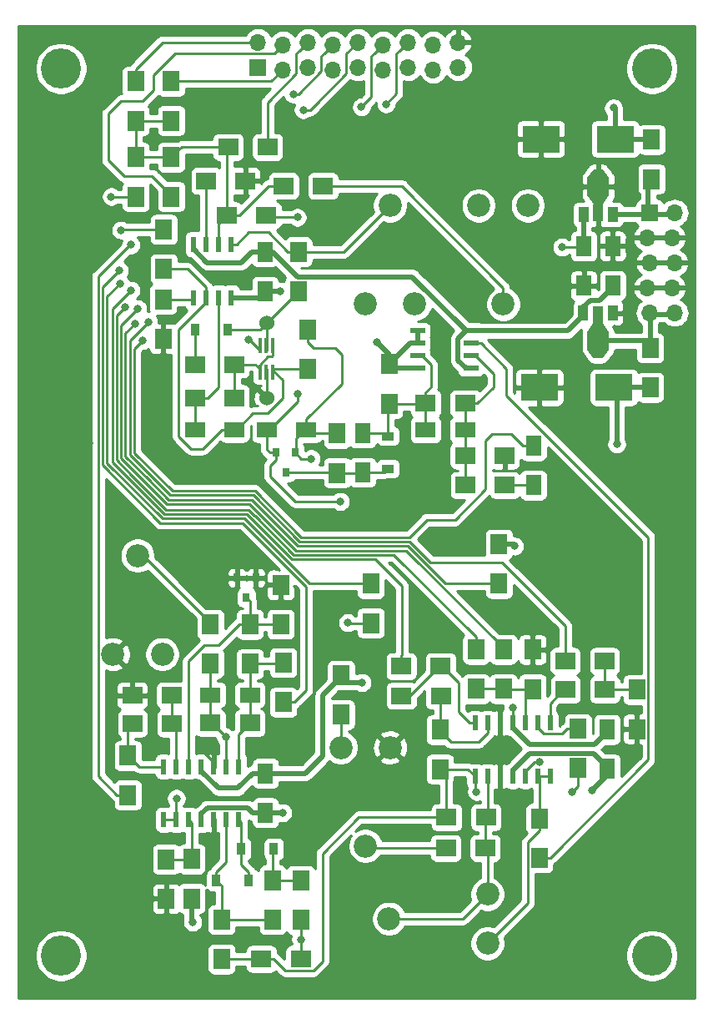
<source format=gtl>
G04 #@! TF.GenerationSoftware,KiCad,Pcbnew,(5.1.0)-1*
G04 #@! TF.CreationDate,2019-05-25T13:24:55-04:00*
G04 #@! TF.ProjectId,VCO_2_RevB,56434f5f-325f-4526-9576-422e6b696361,A*
G04 #@! TF.SameCoordinates,Original*
G04 #@! TF.FileFunction,Copper,L1,Top*
G04 #@! TF.FilePolarity,Positive*
%FSLAX46Y46*%
G04 Gerber Fmt 4.6, Leading zero omitted, Abs format (unit mm)*
G04 Created by KiCad (PCBNEW (5.1.0)-1) date 2019-05-25 13:24:55*
%MOMM*%
%LPD*%
G04 APERTURE LIST*
%ADD10C,1.524000*%
%ADD11C,2.340000*%
%ADD12R,0.400000X1.500000*%
%ADD13R,0.900000X1.200000*%
%ADD14R,1.200000X0.900000*%
%ADD15R,1.600000X2.000000*%
%ADD16R,2.000000X1.600000*%
%ADD17R,3.750000X2.700000*%
%ADD18R,0.800000X0.900000*%
%ADD19R,2.000000X1.700000*%
%ADD20R,1.700000X2.000000*%
%ADD21R,0.600000X1.500000*%
%ADD22R,0.600000X1.550000*%
%ADD23R,1.550000X0.600000*%
%ADD24C,1.000000*%
%ADD25C,0.100000*%
%ADD26R,2.200000X1.840000*%
%ADD27R,1.000000X1.500000*%
%ADD28R,1.000000X1.800000*%
%ADD29C,0.850000*%
%ADD30O,1.700000X1.700000*%
%ADD31R,1.700000X1.700000*%
%ADD32C,4.064000*%
%ADD33C,0.800000*%
%ADD34C,0.250000*%
%ADD35C,0.500000*%
%ADD36C,0.254000*%
G04 APERTURE END LIST*
D10*
X75895200Y-80822800D03*
X75895200Y-88442800D03*
D11*
X102400000Y-68900000D03*
X99900000Y-78900000D03*
X97400000Y-68900000D03*
X85900000Y-78900000D03*
X88400000Y-68900000D03*
X90900000Y-78900000D03*
X98298000Y-143760200D03*
X88298000Y-141260200D03*
X98298000Y-138760200D03*
X88413600Y-123883400D03*
X85913600Y-133883400D03*
X83413600Y-123883400D03*
X60278000Y-114427000D03*
X62778000Y-104427000D03*
X65278000Y-114427000D03*
D12*
X76500000Y-85780000D03*
X75850000Y-85780000D03*
X75200000Y-85780000D03*
X75200000Y-83120000D03*
X75850000Y-83120000D03*
X76500000Y-83120000D03*
D13*
X68606400Y-81483200D03*
X71906400Y-81483200D03*
D14*
X88188800Y-92305600D03*
X88188800Y-95605600D03*
D13*
X70764400Y-137363200D03*
X74064400Y-137363200D03*
X73304400Y-134188200D03*
X76604400Y-134188200D03*
D15*
X75768200Y-126505200D03*
X75768200Y-130505200D03*
X110439200Y-122072400D03*
X110439200Y-126072400D03*
X75717400Y-73597000D03*
X75717400Y-77597000D03*
D16*
X72618600Y-91617800D03*
X68618600Y-91617800D03*
X75920600Y-91643200D03*
X79920600Y-91643200D03*
D15*
X85623400Y-95986600D03*
X85623400Y-91986600D03*
D17*
X103727400Y-62153800D03*
X111277400Y-62153800D03*
X111131200Y-87350600D03*
X103581200Y-87350600D03*
D16*
X92024200Y-91668600D03*
X96024200Y-91668600D03*
D15*
X108077000Y-77038200D03*
X108077000Y-73038200D03*
X110998000Y-77012800D03*
X110998000Y-73012800D03*
X102971600Y-97282000D03*
X102971600Y-93282000D03*
D16*
X70180200Y-118541800D03*
X74180200Y-118541800D03*
D18*
X73827600Y-108680000D03*
X72877600Y-106680000D03*
X74777600Y-106680000D03*
X77815400Y-95980000D03*
X76865400Y-93980000D03*
X78765400Y-93980000D03*
D19*
X75971400Y-62966600D03*
X71971400Y-62966600D03*
D20*
X66200000Y-68000000D03*
X66200000Y-64000000D03*
X62600000Y-68000000D03*
X62600000Y-64000000D03*
X66200000Y-56300000D03*
X66200000Y-60300000D03*
X62600000Y-56300000D03*
X62600000Y-60300000D03*
D19*
X81610200Y-66929000D03*
X77610200Y-66929000D03*
D20*
X68275200Y-135204200D03*
X68275200Y-139204200D03*
X65684400Y-139229600D03*
X65684400Y-135229600D03*
D19*
X73710800Y-66421000D03*
X69710800Y-66421000D03*
X71844400Y-69900800D03*
X75844400Y-69900800D03*
D20*
X65430400Y-71323200D03*
X65430400Y-75323200D03*
X65379600Y-82423000D03*
X65379600Y-78423000D03*
X79121000Y-77597000D03*
X79121000Y-73597000D03*
D19*
X68605400Y-85013800D03*
X72605400Y-85013800D03*
D20*
X80010000Y-85496400D03*
X80010000Y-81496400D03*
D19*
X68605400Y-88442800D03*
X72605400Y-88442800D03*
D20*
X83032600Y-92024200D03*
X83032600Y-96024200D03*
X88315800Y-89001600D03*
X88315800Y-85001600D03*
D19*
X92024200Y-88976200D03*
X96024200Y-88976200D03*
D20*
X86461600Y-107264200D03*
X86461600Y-111264200D03*
X99466400Y-103251000D03*
X99466400Y-107251000D03*
X114960400Y-62217800D03*
X114960400Y-66217800D03*
X114833400Y-87362800D03*
X114833400Y-83362800D03*
X103581200Y-131089400D03*
X103581200Y-135089400D03*
X83439000Y-116560600D03*
X83439000Y-120560600D03*
D19*
X100037400Y-94284800D03*
X96037400Y-94284800D03*
X94069400Y-134086600D03*
X98069400Y-134086600D03*
X96062800Y-97282000D03*
X100062800Y-97282000D03*
D20*
X99923600Y-113944400D03*
X99923600Y-117944400D03*
X97155000Y-113944400D03*
X97155000Y-117944400D03*
D19*
X98145600Y-130962400D03*
X94145600Y-130962400D03*
D20*
X71323200Y-145351000D03*
X71323200Y-141351000D03*
D19*
X75349600Y-145338800D03*
X79349600Y-145338800D03*
D20*
X107492800Y-125970800D03*
X107492800Y-121970800D03*
X76504800Y-141351000D03*
X76504800Y-137351000D03*
X102870000Y-113957600D03*
X102870000Y-117957600D03*
X93472000Y-126085600D03*
X93472000Y-122085600D03*
X79349600Y-141376400D03*
X79349600Y-137376400D03*
X70154800Y-115379000D03*
X70154800Y-111379000D03*
D19*
X93560400Y-118643400D03*
X89560400Y-118643400D03*
X106222800Y-118008400D03*
X110222800Y-118008400D03*
X70168000Y-121412000D03*
X74168000Y-121412000D03*
D20*
X113461800Y-122021600D03*
X113461800Y-118021600D03*
D19*
X93548200Y-115646200D03*
X89548200Y-115646200D03*
X110185200Y-115112800D03*
X106185200Y-115112800D03*
D20*
X74193400Y-115404400D03*
X74193400Y-111404400D03*
D19*
X62230000Y-118592600D03*
X66230000Y-118592600D03*
D20*
X77317600Y-107391200D03*
X77317600Y-111391200D03*
D19*
X66268600Y-121462800D03*
X62268600Y-121462800D03*
D20*
X77571600Y-115290600D03*
X77571600Y-119290600D03*
X61798200Y-124714000D03*
X61798200Y-128714000D03*
D21*
X65430400Y-125824000D03*
X66700400Y-125824000D03*
X67970400Y-125824000D03*
X69240400Y-125824000D03*
X70510400Y-125824000D03*
X71780400Y-125824000D03*
X73050400Y-125824000D03*
X73050400Y-131224000D03*
X71780400Y-131224000D03*
X70510400Y-131224000D03*
X69240400Y-131224000D03*
X67970400Y-131224000D03*
X66700400Y-131224000D03*
X65430400Y-131224000D03*
X97028000Y-121404400D03*
X98298000Y-121404400D03*
X99568000Y-121404400D03*
X100838000Y-121404400D03*
X102108000Y-121404400D03*
X103378000Y-121404400D03*
X104648000Y-121404400D03*
X104648000Y-126804400D03*
X103378000Y-126804400D03*
X102108000Y-126804400D03*
X100838000Y-126804400D03*
X99568000Y-126804400D03*
X98298000Y-126804400D03*
X97028000Y-126804400D03*
D22*
X72263000Y-78239600D03*
X70993000Y-78239600D03*
X69723000Y-78239600D03*
X68453000Y-78239600D03*
X68453000Y-72839600D03*
X69723000Y-72839600D03*
X70993000Y-72839600D03*
X72263000Y-72839600D03*
D23*
X91203800Y-85420200D03*
X91203800Y-84150200D03*
X91203800Y-82880200D03*
X91203800Y-81610200D03*
X96603800Y-81610200D03*
X96603800Y-82880200D03*
X96603800Y-84150200D03*
X96603800Y-85420200D03*
D24*
X109550200Y-68402200D03*
D25*
G36*
X110650200Y-67902200D02*
G01*
X109950200Y-68902200D01*
X109150200Y-68902200D01*
X108450200Y-67902200D01*
X110650200Y-67902200D01*
X110650200Y-67902200D01*
G37*
D26*
X109550200Y-66992500D03*
D27*
X111050200Y-69806000D03*
D28*
X109550200Y-69659500D03*
D27*
X108050200Y-69806000D03*
D29*
X109550200Y-65659000D03*
D25*
G36*
X108450200Y-66084000D02*
G01*
X109050200Y-65234000D01*
X110050200Y-65234000D01*
X110650200Y-66084000D01*
X108450200Y-66084000D01*
X108450200Y-66084000D01*
G37*
D24*
X109523400Y-81210600D03*
D25*
G36*
X108423400Y-81710600D02*
G01*
X109123400Y-80710600D01*
X109923400Y-80710600D01*
X110623400Y-81710600D01*
X108423400Y-81710600D01*
X108423400Y-81710600D01*
G37*
D26*
X109523400Y-82620300D03*
D27*
X108023400Y-79806800D03*
D28*
X109523400Y-79953300D03*
D27*
X111023400Y-79806800D03*
D29*
X109523400Y-83953800D03*
D25*
G36*
X110623400Y-83528800D02*
G01*
X110023400Y-84378800D01*
X109023400Y-84378800D01*
X108423400Y-83528800D01*
X110623400Y-83528800D01*
X110623400Y-83528800D01*
G37*
D30*
X95320000Y-52333000D03*
X95320000Y-54873000D03*
X92780000Y-52587000D03*
X92780000Y-55127000D03*
X90240000Y-52333000D03*
X90240000Y-54873000D03*
X87700000Y-52587000D03*
X87700000Y-55127000D03*
X85160000Y-52333000D03*
X85160000Y-54873000D03*
X82620000Y-52587000D03*
X82620000Y-55127000D03*
X80080000Y-52333000D03*
X80080000Y-54873000D03*
X77540000Y-52587000D03*
X77540000Y-55127000D03*
X75000000Y-52333000D03*
D31*
X75000000Y-54873000D03*
D30*
X117300000Y-79800000D03*
X114760000Y-79800000D03*
X117046000Y-77260000D03*
X114506000Y-77260000D03*
X117300000Y-74720000D03*
X114760000Y-74720000D03*
X117046000Y-72180000D03*
X114506000Y-72180000D03*
X117300000Y-69640000D03*
D31*
X114760000Y-69640000D03*
D32*
X55000000Y-55000000D03*
X115000000Y-145000000D03*
X115000000Y-55000000D03*
X55000000Y-145000000D03*
D33*
X111099600Y-59004200D03*
X84124800Y-111226600D03*
X108889800Y-128219200D03*
X77495400Y-130505200D03*
X100863400Y-119862600D03*
X85572600Y-117297200D03*
X101041200Y-103454200D03*
X111429800Y-93116400D03*
X77292200Y-77597000D03*
X87096600Y-82778600D03*
X105867200Y-73126600D03*
X68376800Y-141605000D03*
X83362800Y-98933000D03*
X103606600Y-125370799D03*
X79000000Y-88000000D03*
X74000000Y-82500000D03*
X66725800Y-129057400D03*
X80391000Y-94589600D03*
X65405000Y-84404200D03*
X64000000Y-93000000D03*
X57900000Y-93000000D03*
X69200000Y-123800000D03*
X105000000Y-95100000D03*
X107000000Y-93000000D03*
X63300000Y-82600000D03*
X71722300Y-122816300D03*
X79349600Y-143357600D03*
X60100000Y-68000000D03*
X62100000Y-72900000D03*
X78600000Y-57600000D03*
X60900000Y-75500000D03*
X62100000Y-77500000D03*
X63900000Y-80700000D03*
X79000000Y-70100000D03*
X61100000Y-71400000D03*
X62800000Y-79400000D03*
X97180400Y-128371600D03*
X106908600Y-128371600D03*
X62500000Y-80900000D03*
X88000000Y-58600000D03*
X61000000Y-76800000D03*
X79600000Y-59200000D03*
X61500000Y-79200000D03*
X85500000Y-58900000D03*
D34*
X86461600Y-111264200D02*
X84162400Y-111264200D01*
X84162400Y-111264200D02*
X84124800Y-111226600D01*
D35*
X111341400Y-62217800D02*
X111277400Y-62153800D01*
X114960400Y-62217800D02*
X111341400Y-62217800D01*
X111277400Y-59182000D02*
X111099600Y-59004200D01*
X111277400Y-62153800D02*
X111277400Y-59182000D01*
X110439200Y-125872400D02*
X110439200Y-126072400D01*
X109087599Y-124520799D02*
X110439200Y-125872400D01*
X102531599Y-124520799D02*
X109087599Y-124520799D01*
X100838000Y-126214398D02*
X102531599Y-124520799D01*
X100838000Y-126804400D02*
X100838000Y-126214398D01*
X110439200Y-126669800D02*
X108889800Y-128219200D01*
X110439200Y-126072400D02*
X110439200Y-126669800D01*
X74468200Y-130505200D02*
X75768200Y-130505200D01*
X73986999Y-130023999D02*
X74468200Y-130505200D01*
X69850399Y-130023999D02*
X73986999Y-130023999D01*
X69240400Y-130633998D02*
X69850399Y-130023999D01*
X69240400Y-131224000D02*
X69240400Y-130633998D01*
X75768200Y-130505200D02*
X77495400Y-130505200D01*
X111143400Y-87362800D02*
X111131200Y-87350600D01*
X114833400Y-87362800D02*
X111143400Y-87362800D01*
D34*
X100838000Y-121404400D02*
X100838000Y-119888000D01*
X100838000Y-119888000D02*
X100863400Y-119862600D01*
D35*
X111429800Y-87649200D02*
X111131200Y-87350600D01*
X111429800Y-93116400D02*
X111429800Y-87649200D01*
X100838000Y-103251000D02*
X101041200Y-103454200D01*
X99466400Y-103251000D02*
X100838000Y-103251000D01*
X110439200Y-122272400D02*
X110439200Y-122072400D01*
X109139200Y-123572400D02*
X110439200Y-122272400D01*
X102556000Y-123572400D02*
X109139200Y-123572400D01*
X100838000Y-121854400D02*
X102556000Y-123572400D01*
X100838000Y-121404400D02*
X100838000Y-121854400D01*
X84175600Y-117297200D02*
X83439000Y-116560600D01*
X85572600Y-117297200D02*
X84175600Y-117297200D01*
X74468200Y-126505200D02*
X75768200Y-126505200D01*
X72968200Y-128005200D02*
X74468200Y-126505200D01*
X70971600Y-128005200D02*
X72968200Y-128005200D01*
X69240400Y-126274000D02*
X70971600Y-128005200D01*
X69240400Y-125824000D02*
X69240400Y-126274000D01*
X83439000Y-116710600D02*
X83439000Y-116560600D01*
X75768200Y-126505200D02*
X79789002Y-126505200D01*
X79789002Y-126505200D02*
X81559400Y-124734802D01*
X81559400Y-124734802D02*
X81559400Y-118590200D01*
X81559400Y-118590200D02*
X83439000Y-116710600D01*
X108077000Y-69832800D02*
X108050200Y-69806000D01*
X108077000Y-73038200D02*
X108077000Y-69832800D01*
D34*
X107988600Y-73126600D02*
X108077000Y-73038200D01*
X105867200Y-73126600D02*
X107988600Y-73126600D01*
D35*
X91203800Y-81610200D02*
X91203800Y-82880200D01*
X90437200Y-82880200D02*
X88315800Y-85001600D01*
X91203800Y-82880200D02*
X90437200Y-82880200D01*
X88734400Y-85420200D02*
X88315800Y-85001600D01*
X91203800Y-85420200D02*
X88734400Y-85420200D01*
X88315800Y-83997800D02*
X87096600Y-82778600D01*
X88315800Y-85001600D02*
X88315800Y-83997800D01*
X75074800Y-78239600D02*
X75717400Y-77597000D01*
X72263000Y-78239600D02*
X75074800Y-78239600D01*
X75717400Y-77597000D02*
X77292200Y-77597000D01*
X68275200Y-139204200D02*
X68275200Y-141503400D01*
X68275200Y-141503400D02*
X68376800Y-141605000D01*
X110998000Y-77212800D02*
X110998000Y-77012800D01*
X109698000Y-78512800D02*
X110998000Y-77212800D01*
X108753898Y-78512800D02*
X109698000Y-78512800D01*
X108023400Y-79243298D02*
X108753898Y-78512800D01*
X108023400Y-79806800D02*
X108023400Y-79243298D01*
X108023400Y-80056800D02*
X108023400Y-79806800D01*
X106470000Y-81610200D02*
X108023400Y-80056800D01*
X96603800Y-81610200D02*
X106470000Y-81610200D01*
X79010997Y-76146999D02*
X90370999Y-76146999D01*
X75717400Y-73597000D02*
X76460998Y-73597000D01*
X76460998Y-73597000D02*
X79010997Y-76146999D01*
X90665599Y-76146999D02*
X96128800Y-81610200D01*
X90370999Y-76146999D02*
X90665599Y-76146999D01*
X96128800Y-81610200D02*
X96603800Y-81610200D01*
X95328800Y-82410200D02*
X96128800Y-81610200D01*
X95328800Y-84620200D02*
X95328800Y-82410200D01*
X96128800Y-85420200D02*
X95328800Y-84620200D01*
X96603800Y-85420200D02*
X96128800Y-85420200D01*
X68453000Y-73314600D02*
X69839800Y-74701400D01*
X68453000Y-72839600D02*
X68453000Y-73314600D01*
X74417400Y-73597000D02*
X75717400Y-73597000D01*
X73313000Y-74701400D02*
X74417400Y-73597000D01*
X69839800Y-74701400D02*
X73313000Y-74701400D01*
D34*
X66530400Y-75323200D02*
X65430400Y-75323200D01*
X67831600Y-75323200D02*
X66530400Y-75323200D01*
X69723000Y-77214600D02*
X67831600Y-75323200D01*
X69723000Y-78239600D02*
X69723000Y-77214600D01*
X76535000Y-85496400D02*
X76519800Y-85481200D01*
X80010000Y-85496400D02*
X76535000Y-85496400D01*
X71368600Y-91617800D02*
X72618600Y-91617800D01*
X69412800Y-93573600D02*
X71368600Y-91617800D01*
X68189398Y-93573600D02*
X69412800Y-93573600D01*
X69723000Y-78239600D02*
X69723000Y-78714600D01*
X69723000Y-78714600D02*
X66954400Y-81483200D01*
X66954400Y-81483200D02*
X66954400Y-87757000D01*
X66954400Y-87757000D02*
X66929000Y-87782400D01*
X66929000Y-87782400D02*
X66929000Y-92313202D01*
X66929000Y-92313202D02*
X68189398Y-93573600D01*
X76519800Y-85606200D02*
X77500000Y-86586400D01*
X76519800Y-85481200D02*
X76519800Y-85606200D01*
X77500000Y-88446762D02*
X75946762Y-90000000D01*
X77500000Y-86586400D02*
X77500000Y-88446762D01*
X72818600Y-91617800D02*
X72618600Y-91617800D01*
X74436400Y-90000000D02*
X72818600Y-91617800D01*
X75946762Y-90000000D02*
X74436400Y-90000000D01*
X70993000Y-87305200D02*
X70993000Y-78239600D01*
X68605400Y-88442800D02*
X69855400Y-88442800D01*
X69855400Y-88442800D02*
X70993000Y-87305200D01*
X68618600Y-88456000D02*
X68605400Y-88442800D01*
X68618600Y-91617800D02*
X68618600Y-88456000D01*
X76215400Y-93980000D02*
X76865400Y-93980000D01*
X75920600Y-93685200D02*
X76215400Y-93980000D01*
X75920600Y-91643200D02*
X75920600Y-93685200D01*
X76865400Y-94680000D02*
X76250800Y-95294600D01*
X76865400Y-93980000D02*
X76865400Y-94680000D01*
X76250800Y-95294600D02*
X76250800Y-96393000D01*
X76250800Y-96393000D02*
X78790800Y-98933000D01*
X78790800Y-98933000D02*
X83362800Y-98933000D01*
X102108000Y-126303714D02*
X102108000Y-126804400D01*
X103040915Y-125370799D02*
X102108000Y-126303714D01*
X103606600Y-125370799D02*
X103040915Y-125370799D01*
X79000000Y-88763800D02*
X79000000Y-88000000D01*
X75920600Y-91643200D02*
X76120600Y-91643200D01*
X76120600Y-91643200D02*
X79000000Y-88763800D01*
X74138600Y-82500000D02*
X75219800Y-83581200D01*
X74000000Y-82500000D02*
X74138600Y-82500000D01*
X80301600Y-92024200D02*
X79920600Y-91643200D01*
X83032600Y-92024200D02*
X80301600Y-92024200D01*
X66700400Y-131224000D02*
X65430400Y-131224000D01*
X66700400Y-131224000D02*
X66700400Y-129082800D01*
X66700400Y-129082800D02*
X66725800Y-129057400D01*
X79375000Y-94589600D02*
X78765400Y-93980000D01*
X80391000Y-94589600D02*
X79375000Y-94589600D01*
X79720600Y-91643200D02*
X79920600Y-91643200D01*
X78836600Y-93858800D02*
X78836600Y-92527200D01*
X78765400Y-93930000D02*
X78836600Y-93858800D01*
X78765400Y-93980000D02*
X78765400Y-93930000D01*
X78836600Y-92527200D02*
X79720600Y-91643200D01*
X79920600Y-90593200D02*
X79920600Y-91643200D01*
X80010000Y-82746400D02*
X80631800Y-83368200D01*
X80010000Y-81496400D02*
X80010000Y-82746400D01*
X80631800Y-83368200D02*
X82868200Y-83368200D01*
X82868200Y-83368200D02*
X83500000Y-84000000D01*
X83500000Y-84000000D02*
X83500000Y-87013800D01*
X83500000Y-87013800D02*
X79920600Y-90593200D01*
X85585800Y-96024200D02*
X85623400Y-95986600D01*
X83032600Y-96024200D02*
X85585800Y-96024200D01*
X87807800Y-95986600D02*
X88188800Y-95605600D01*
X85623400Y-95986600D02*
X87807800Y-95986600D01*
X82988400Y-95980000D02*
X83032600Y-96024200D01*
X77815400Y-95980000D02*
X82988400Y-95980000D01*
X87869800Y-91986600D02*
X88188800Y-92305600D01*
X85623400Y-91986600D02*
X87869800Y-91986600D01*
X88188800Y-89128600D02*
X88315800Y-89001600D01*
X88188800Y-92305600D02*
X88188800Y-89128600D01*
X91998800Y-89001600D02*
X92024200Y-88976200D01*
X88315800Y-89001600D02*
X91998800Y-89001600D01*
X92024200Y-91668600D02*
X92024200Y-88976200D01*
X92024200Y-87876200D02*
X92557600Y-87342800D01*
X92024200Y-88976200D02*
X92024200Y-87876200D01*
X91678800Y-84150200D02*
X91203800Y-84150200D01*
X92557600Y-85029000D02*
X91678800Y-84150200D01*
X92557600Y-87342800D02*
X92557600Y-85029000D01*
X65379600Y-83673000D02*
X65405000Y-83698400D01*
X65379600Y-82423000D02*
X65379600Y-83673000D01*
X65405000Y-83698400D02*
X65405000Y-84404200D01*
X75869800Y-88417400D02*
X75895200Y-88442800D01*
X75869800Y-85481200D02*
X75869800Y-88417400D01*
X69200000Y-124063600D02*
X69200000Y-123800000D01*
X70510400Y-125824000D02*
X70510400Y-125374000D01*
X70510400Y-125374000D02*
X69200000Y-124063600D01*
X96024200Y-90618600D02*
X96024200Y-88976200D01*
X96024200Y-91668600D02*
X96024200Y-90618600D01*
X96062800Y-94310200D02*
X96037400Y-94284800D01*
X96062800Y-97282000D02*
X96062800Y-94310200D01*
X96037400Y-91681800D02*
X96024200Y-91668600D01*
X96037400Y-94284800D02*
X96037400Y-91681800D01*
X97274200Y-88976200D02*
X98933000Y-87317400D01*
X96024200Y-88976200D02*
X97274200Y-88976200D01*
X97078800Y-84150200D02*
X96603800Y-84150200D01*
X98933000Y-86004400D02*
X97078800Y-84150200D01*
X98933000Y-87317400D02*
X98933000Y-86004400D01*
X101921600Y-93282000D02*
X100739600Y-92100000D01*
X102971600Y-93282000D02*
X101921600Y-93282000D01*
X100739600Y-92100000D02*
X98800000Y-92100000D01*
X98800000Y-92100000D02*
X98100000Y-92800000D01*
X98100000Y-97679802D02*
X95000000Y-100779802D01*
X98100000Y-92800000D02*
X98100000Y-97679802D01*
X92120198Y-100779802D02*
X90350050Y-102549950D01*
X95000000Y-100779802D02*
X92120198Y-100779802D01*
X90350050Y-102549950D02*
X79395590Y-102549950D01*
X74695610Y-97849970D02*
X74666242Y-97849970D01*
X79395590Y-102549950D02*
X74695610Y-97849970D01*
X74666242Y-97849970D02*
X66304840Y-97849970D01*
X66304840Y-97849970D02*
X62450050Y-93995180D01*
X62450050Y-93995180D02*
X62450050Y-83449950D01*
X62450050Y-83449950D02*
X63300000Y-82600000D01*
X100062800Y-97282000D02*
X102971600Y-97282000D01*
X73050400Y-122529600D02*
X74168000Y-121412000D01*
X73050400Y-125824000D02*
X73050400Y-122529600D01*
X74168000Y-118554000D02*
X74180200Y-118541800D01*
X74168000Y-121412000D02*
X74168000Y-118554000D01*
X74180200Y-115417600D02*
X74193400Y-115404400D01*
X74180200Y-118541800D02*
X74180200Y-115417600D01*
X77457800Y-115404400D02*
X77571600Y-115290600D01*
X74193400Y-115404400D02*
X77457800Y-115404400D01*
X70318000Y-121412000D02*
X70168000Y-121412000D01*
X71780400Y-122874400D02*
X71722300Y-122816300D01*
X71780400Y-125824000D02*
X71780400Y-122874400D01*
X70168000Y-118554000D02*
X70180200Y-118541800D01*
X70168000Y-121412000D02*
X70168000Y-118554000D01*
X70180200Y-115404400D02*
X70154800Y-115379000D01*
X70180200Y-118541800D02*
X70180200Y-115404400D01*
X79349600Y-145338800D02*
X79349600Y-144238800D01*
X71722300Y-122816300D02*
X70318000Y-121412000D01*
X79349600Y-144238800D02*
X79349600Y-143357600D01*
X79349600Y-143357600D02*
X79349600Y-141376400D01*
X68605400Y-81484200D02*
X68606400Y-81483200D01*
X68605400Y-85013800D02*
X68605400Y-81484200D01*
X75234800Y-81483200D02*
X75895200Y-80822800D01*
X71906400Y-81483200D02*
X75234800Y-81483200D01*
X76657199Y-80060801D02*
X79121000Y-77597000D01*
X75895200Y-80822800D02*
X76657199Y-80060801D01*
X75869800Y-80848200D02*
X75895200Y-80822800D01*
X75869800Y-83581200D02*
X75869800Y-80848200D01*
X71780400Y-132224000D02*
X71780400Y-131224000D01*
X71780400Y-135497200D02*
X71780400Y-132224000D01*
X70764400Y-136513200D02*
X71780400Y-135497200D01*
X70764400Y-137363200D02*
X70764400Y-136513200D01*
X71323200Y-137922000D02*
X70764400Y-137363200D01*
X71323200Y-141351000D02*
X71323200Y-137922000D01*
X76504800Y-141351000D02*
X71323200Y-141351000D01*
X74064400Y-136513200D02*
X74064400Y-137363200D01*
X73304400Y-135753200D02*
X74064400Y-136513200D01*
X73304400Y-134188200D02*
X73304400Y-135753200D01*
X73304400Y-131478000D02*
X73050400Y-131224000D01*
X73304400Y-134188200D02*
X73304400Y-131478000D01*
X76504800Y-134287800D02*
X76604400Y-134188200D01*
X76504800Y-137351000D02*
X76504800Y-134287800D01*
X76530200Y-137376400D02*
X76504800Y-137351000D01*
X79349600Y-137376400D02*
X76530200Y-137376400D01*
X74206600Y-111391200D02*
X74193400Y-111404400D01*
X77317600Y-111391200D02*
X74206600Y-111391200D01*
X74193400Y-109045800D02*
X73827600Y-108680000D01*
X74193400Y-111404400D02*
X74193400Y-109045800D01*
X67970400Y-115128398D02*
X69586198Y-113512600D01*
X67970400Y-125824000D02*
X67970400Y-115128398D01*
X73093400Y-111404400D02*
X74193400Y-111404400D01*
X70985200Y-113512600D02*
X73093400Y-111404400D01*
X69586198Y-113512600D02*
X70985200Y-113512600D01*
X66200000Y-67850000D02*
X64250000Y-65900000D01*
X66200000Y-68000000D02*
X66200000Y-67850000D01*
X64250000Y-65900000D02*
X61400000Y-65900000D01*
X61400000Y-65900000D02*
X59800000Y-64300000D01*
X59800000Y-64300000D02*
X59800000Y-59600000D01*
X59800000Y-59600000D02*
X61100000Y-58300000D01*
X61100000Y-58300000D02*
X63300000Y-58300000D01*
X63300000Y-58300000D02*
X64400000Y-57200000D01*
X76690001Y-53436999D02*
X77540000Y-52587000D01*
X76618999Y-53508001D02*
X76690001Y-53436999D01*
X66556997Y-53508001D02*
X76618999Y-53508001D01*
X64400000Y-55664998D02*
X66556997Y-53508001D01*
X64400000Y-57200000D02*
X64400000Y-55664998D01*
X60100000Y-68000000D02*
X62600000Y-68000000D01*
X58782999Y-126798799D02*
X58782999Y-76117001D01*
X61798200Y-128714000D02*
X60698200Y-128714000D01*
X60698200Y-128714000D02*
X58782999Y-126798799D01*
X58782999Y-76117001D02*
X62000000Y-72900000D01*
X62000000Y-72900000D02*
X62100000Y-72900000D01*
X81770001Y-53436999D02*
X82620000Y-52587000D01*
X81444999Y-53762001D02*
X81770001Y-53436999D01*
X81444999Y-55247003D02*
X81444999Y-53762001D01*
X79092002Y-57600000D02*
X81444999Y-55247003D01*
X78600000Y-57600000D02*
X79092002Y-57600000D01*
X78671600Y-119290600D02*
X79900000Y-118062200D01*
X77571600Y-119290600D02*
X78671600Y-119290600D01*
X79900000Y-107538598D02*
X73461402Y-101100000D01*
X79900000Y-118062200D02*
X79900000Y-107538598D01*
X73461402Y-101100000D02*
X65100000Y-101100000D01*
X65100000Y-101100000D02*
X59233009Y-95233009D01*
X59233009Y-95233009D02*
X59233009Y-77166991D01*
X59233009Y-77166991D02*
X60900000Y-75500000D01*
X89548200Y-114546200D02*
X89600000Y-114494400D01*
X89548200Y-115646200D02*
X89548200Y-114546200D01*
X89600000Y-114494400D02*
X89600000Y-107500000D01*
X86900000Y-104800000D02*
X78434222Y-104800000D01*
X89600000Y-107500000D02*
X86900000Y-104800000D01*
X78434222Y-104800000D02*
X73834202Y-100199980D01*
X73834202Y-100199980D02*
X65472800Y-100199980D01*
X65472800Y-100199980D02*
X60200000Y-94927180D01*
X60200000Y-94927180D02*
X60200000Y-79400000D01*
X60200000Y-79400000D02*
X62100000Y-77500000D01*
X106185200Y-111534798D02*
X99750402Y-105100000D01*
X106185200Y-115112800D02*
X106185200Y-111534798D01*
X99750402Y-105100000D02*
X92502020Y-105100000D01*
X92502020Y-105100000D02*
X90401980Y-102999960D01*
X90401980Y-102999960D02*
X79209190Y-102999960D01*
X74509211Y-98299981D02*
X74479842Y-98299980D01*
X79209190Y-102999960D02*
X74509211Y-98299981D01*
X74479842Y-98299980D02*
X66118440Y-98299980D01*
X66118440Y-98299980D02*
X62000040Y-94181580D01*
X62000040Y-94181580D02*
X62000040Y-82599960D01*
X62000040Y-82599960D02*
X63900000Y-80700000D01*
X72605400Y-85013800D02*
X72755400Y-85013800D01*
X72605400Y-87342800D02*
X72605400Y-85013800D01*
X72605400Y-88442800D02*
X72605400Y-87342800D01*
X74752400Y-85013800D02*
X75219800Y-85481200D01*
X72605400Y-85013800D02*
X74752400Y-85013800D01*
X76519800Y-84156200D02*
X76519800Y-83581200D01*
X76444799Y-84231201D02*
X76519800Y-84156200D01*
X76009797Y-84231201D02*
X76444799Y-84231201D01*
X75219800Y-85021198D02*
X76009797Y-84231201D01*
X75219800Y-85481200D02*
X75219800Y-85021198D01*
X70993000Y-70752200D02*
X71844400Y-69900800D01*
X70993000Y-72839600D02*
X70993000Y-70752200D01*
X76360200Y-66929000D02*
X77610200Y-66929000D01*
X76066200Y-66929000D02*
X76360200Y-66929000D01*
X73094400Y-69900800D02*
X76066200Y-66929000D01*
X71844400Y-69900800D02*
X73094400Y-69900800D01*
X71844400Y-63093600D02*
X71971400Y-62966600D01*
X71844400Y-69900800D02*
X71844400Y-63093600D01*
X67233400Y-62966600D02*
X66200000Y-64000000D01*
X71971400Y-62966600D02*
X67233400Y-62966600D01*
X65100000Y-64000000D02*
X62600000Y-64000000D01*
X66200000Y-64000000D02*
X65100000Y-64000000D01*
X66200000Y-60300000D02*
X62600000Y-60300000D01*
X62600000Y-62750000D02*
X62600000Y-60300000D01*
X62600000Y-64000000D02*
X62600000Y-62750000D01*
X79230001Y-53182999D02*
X80080000Y-52333000D01*
X78904999Y-53508001D02*
X79230001Y-53182999D01*
X78904999Y-55501003D02*
X78904999Y-53508001D01*
X75971400Y-58434602D02*
X78904999Y-55501003D01*
X75971400Y-62966600D02*
X75971400Y-58434602D01*
X76367000Y-56300000D02*
X66200000Y-56300000D01*
X77540000Y-55127000D02*
X76367000Y-56300000D01*
X73797919Y-52333000D02*
X75000000Y-52333000D01*
X65317000Y-52333000D02*
X73797919Y-52333000D01*
X62600000Y-55050000D02*
X65317000Y-52333000D01*
X62600000Y-56300000D02*
X62600000Y-55050000D01*
X99900000Y-77245371D02*
X99900000Y-78900000D01*
X89583630Y-66929000D02*
X99900000Y-77245371D01*
X81610200Y-66929000D02*
X89583630Y-66929000D01*
X68249800Y-135229600D02*
X68275200Y-135204200D01*
X65684400Y-135229600D02*
X68249800Y-135229600D01*
X68275200Y-131528800D02*
X67970400Y-131224000D01*
X68275200Y-135204200D02*
X68275200Y-131528800D01*
X69723000Y-66433200D02*
X69710800Y-66421000D01*
X69723000Y-72839600D02*
X69723000Y-66433200D01*
X76043600Y-70100000D02*
X75844400Y-69900800D01*
X79000000Y-70100000D02*
X76043600Y-70100000D01*
X61176800Y-71323200D02*
X61100000Y-71400000D01*
X65430400Y-71323200D02*
X61176800Y-71323200D01*
X68269600Y-78423000D02*
X68453000Y-78239600D01*
X65379600Y-78423000D02*
X68269600Y-78423000D01*
X72813000Y-72839600D02*
X74041000Y-71611600D01*
X72263000Y-72839600D02*
X72813000Y-72839600D01*
X76035600Y-71611600D02*
X76044600Y-71602600D01*
X74041000Y-71611600D02*
X76035600Y-71611600D01*
X78021000Y-73597000D02*
X79121000Y-73597000D01*
X76044600Y-71620600D02*
X78021000Y-73597000D01*
X76044600Y-71602600D02*
X76044600Y-71620600D01*
X83703000Y-73597000D02*
X88400000Y-68900000D01*
X79121000Y-73597000D02*
X83703000Y-73597000D01*
D35*
X117170200Y-69799200D02*
X114630200Y-69799200D01*
X114630200Y-66548000D02*
X114960400Y-66217800D01*
X114630200Y-69799200D02*
X114630200Y-66548000D01*
X111057000Y-69799200D02*
X111050200Y-69806000D01*
X114630200Y-69799200D02*
X111057000Y-69799200D01*
X117170200Y-79959200D02*
X114630200Y-79959200D01*
X114833400Y-80162400D02*
X114630200Y-79959200D01*
X114833400Y-83362800D02*
X114833400Y-80162400D01*
X114090900Y-82620300D02*
X114833400Y-83362800D01*
X109523400Y-82620300D02*
X114090900Y-82620300D01*
X109523400Y-82620300D02*
X109523400Y-79953300D01*
D34*
X109523400Y-83953800D02*
X109523400Y-82620300D01*
X97628800Y-82880200D02*
X96603800Y-82880200D01*
X104681200Y-135089400D02*
X114636801Y-125133799D01*
X114636801Y-125133799D02*
X114636801Y-102562199D01*
X103581200Y-135089400D02*
X104681200Y-135089400D01*
X114636801Y-102562199D02*
X100237301Y-88162699D01*
X100237301Y-88162699D02*
X100237301Y-85488701D01*
X100237301Y-85488701D02*
X97628800Y-82880200D01*
X103581200Y-127007600D02*
X103378000Y-126804400D01*
X103581200Y-131089400D02*
X103581200Y-127007600D01*
X103378000Y-126804400D02*
X104648000Y-126804400D01*
X103581200Y-132339400D02*
X103581200Y-131089400D01*
X102406199Y-133514401D02*
X103581200Y-132339400D01*
X102406199Y-139652001D02*
X102406199Y-133514401D01*
X98298000Y-143760200D02*
X102406199Y-139652001D01*
X83413600Y-120586000D02*
X83439000Y-120560600D01*
X83413600Y-123883400D02*
X83413600Y-120586000D01*
X98298000Y-130810000D02*
X98145600Y-130962400D01*
X98298000Y-126804400D02*
X98298000Y-130810000D01*
X98069400Y-131038600D02*
X98145600Y-130962400D01*
X98069400Y-134086600D02*
X98069400Y-131038600D01*
X98298000Y-134315200D02*
X98069400Y-134086600D01*
X98298000Y-138760200D02*
X98298000Y-134315200D01*
X95798000Y-141260200D02*
X98298000Y-138760200D01*
X88298000Y-141260200D02*
X95798000Y-141260200D01*
X86116800Y-134086600D02*
X85913600Y-133883400D01*
X94069400Y-134086600D02*
X86116800Y-134086600D01*
X102108000Y-118719600D02*
X102870000Y-117957600D01*
X102108000Y-121404400D02*
X102108000Y-118719600D01*
X99936800Y-117957600D02*
X99923600Y-117944400D01*
X102870000Y-117957600D02*
X99936800Y-117957600D01*
X99923600Y-117944400D02*
X97155000Y-117944400D01*
X90029180Y-103899980D02*
X88996990Y-103899980D01*
X99923600Y-113944400D02*
X99923600Y-113794400D01*
X99923600Y-113794400D02*
X90029180Y-103899980D01*
X88996990Y-103899980D02*
X78836390Y-103899980D01*
X74607042Y-99700000D02*
X74107042Y-99200000D01*
X78836390Y-103899980D02*
X74636410Y-99700000D01*
X74636410Y-99700000D02*
X74607042Y-99700000D01*
X74107042Y-99200000D02*
X65745640Y-99200000D01*
X65745640Y-99200000D02*
X61100020Y-94554380D01*
X61100020Y-94554380D02*
X61100020Y-81099980D01*
X61100020Y-81099980D02*
X62800000Y-79400000D01*
X75337400Y-145351000D02*
X75349600Y-145338800D01*
X71323200Y-145351000D02*
X75337400Y-145351000D01*
X94145600Y-126759200D02*
X93472000Y-126085600D01*
X94145600Y-130962400D02*
X94145600Y-126759200D01*
X96309200Y-126085600D02*
X97028000Y-126804400D01*
X93472000Y-126085600D02*
X96309200Y-126085600D01*
X80609601Y-146513801D02*
X81559400Y-145564002D01*
X77774601Y-146513801D02*
X80609601Y-146513801D01*
X75349600Y-145338800D02*
X76599600Y-145338800D01*
X76599600Y-145338800D02*
X77774601Y-146513801D01*
X81559400Y-145564002D02*
X81559400Y-134645400D01*
X85242400Y-130962400D02*
X94145600Y-130962400D01*
X81559400Y-134645400D02*
X85242400Y-130962400D01*
X97028000Y-126804400D02*
X97028000Y-128219200D01*
X97028000Y-128219200D02*
X97180400Y-128371600D01*
X107492800Y-127787400D02*
X107492800Y-125970800D01*
X106908600Y-128371600D02*
X107492800Y-127787400D01*
X103378000Y-121854400D02*
X103378000Y-121404400D01*
X104003001Y-122479401D02*
X103378000Y-121854400D01*
X105884199Y-122479401D02*
X104003001Y-122479401D01*
X106392800Y-121970800D02*
X105884199Y-122479401D01*
X107492800Y-121970800D02*
X106392800Y-121970800D01*
X93472000Y-122235600D02*
X93472000Y-122085600D01*
X94572000Y-123335600D02*
X93472000Y-122235600D01*
X97366800Y-123335600D02*
X94572000Y-123335600D01*
X98298000Y-122404400D02*
X97366800Y-123335600D01*
X98298000Y-121404400D02*
X98298000Y-122404400D01*
X93472000Y-118731800D02*
X93560400Y-118643400D01*
X93472000Y-122085600D02*
X93472000Y-118731800D01*
X63352800Y-104427000D02*
X62778000Y-104427000D01*
X70154800Y-111229000D02*
X63352800Y-104427000D01*
X70154800Y-111379000D02*
X70154800Y-111229000D01*
X90401000Y-118643400D02*
X89560400Y-118643400D01*
X93398200Y-115646200D02*
X90401000Y-118643400D01*
X93548200Y-115646200D02*
X93398200Y-115646200D01*
X96478000Y-121404400D02*
X95377000Y-120303400D01*
X97028000Y-121404400D02*
X96478000Y-121404400D01*
X93698200Y-115646200D02*
X93548200Y-115646200D01*
X95377000Y-117325000D02*
X93698200Y-115646200D01*
X95377000Y-120303400D02*
X95377000Y-117325000D01*
X110236000Y-118021600D02*
X110222800Y-118008400D01*
X113461800Y-118021600D02*
X110236000Y-118021600D01*
X110222800Y-115150400D02*
X110185200Y-115112800D01*
X110222800Y-118008400D02*
X110222800Y-115150400D01*
X106072800Y-118008400D02*
X106222800Y-118008400D01*
X104648000Y-119433200D02*
X106072800Y-118008400D01*
X104648000Y-121404400D02*
X104648000Y-119433200D01*
X66230000Y-121424200D02*
X66268600Y-121462800D01*
X66230000Y-118592600D02*
X66230000Y-121424200D01*
X66700400Y-121894600D02*
X66268600Y-121462800D01*
X66700400Y-125824000D02*
X66700400Y-121894600D01*
X61798200Y-121933200D02*
X62268600Y-121462800D01*
X61798200Y-124714000D02*
X61798200Y-121933200D01*
X62908200Y-125824000D02*
X61798200Y-124714000D01*
X65430400Y-125824000D02*
X62908200Y-125824000D01*
X99466400Y-107251000D02*
X94016610Y-107251000D01*
X90215580Y-103449970D02*
X89183390Y-103449970D01*
X94016610Y-107251000D02*
X90215580Y-103449970D01*
X89183390Y-103449970D02*
X79022790Y-103449970D01*
X74343452Y-98800000D02*
X74293442Y-98749990D01*
X79022790Y-103449970D02*
X74372820Y-98800000D01*
X74372820Y-98800000D02*
X74343452Y-98800000D01*
X74293442Y-98749990D02*
X65932040Y-98749990D01*
X65932040Y-98749990D02*
X63841025Y-96658975D01*
X63841025Y-96658975D02*
X61550030Y-94367980D01*
X61550030Y-94367980D02*
X61550030Y-81849970D01*
X61550030Y-81849970D02*
X62500000Y-80900000D01*
X89390001Y-53182999D02*
X90240000Y-52333000D01*
X89064999Y-53508001D02*
X89390001Y-53182999D01*
X89064999Y-57535001D02*
X89064999Y-53508001D01*
X88000000Y-58600000D02*
X89064999Y-57535001D01*
X80262012Y-107264200D02*
X73647802Y-100649990D01*
X86461600Y-107264200D02*
X80262012Y-107264200D01*
X73647802Y-100649990D02*
X65286400Y-100649990D01*
X65286400Y-100649990D02*
X59683019Y-95046609D01*
X59683019Y-95046609D02*
X59683019Y-78116981D01*
X59683019Y-78116981D02*
X61000000Y-76800000D01*
X80300000Y-59200000D02*
X79600000Y-59200000D01*
X80793001Y-58706999D02*
X80300000Y-59200000D01*
X80793001Y-58693001D02*
X80793001Y-58706999D01*
X83984999Y-55501003D02*
X80793001Y-58693001D01*
X85160000Y-52333000D02*
X83984999Y-53508001D01*
X83984999Y-53508001D02*
X83984999Y-55501003D01*
X88810590Y-104349990D02*
X87086400Y-104349990D01*
X97155000Y-113944400D02*
X97155000Y-112694400D01*
X97155000Y-112694400D02*
X88810590Y-104349990D01*
X87086400Y-104349990D02*
X78649990Y-104349990D01*
X74670632Y-100400000D02*
X74020602Y-99749970D01*
X78649990Y-104349990D02*
X74700000Y-100400000D01*
X74700000Y-100400000D02*
X74670632Y-100400000D01*
X74020602Y-99749970D02*
X65659200Y-99749970D01*
X65659200Y-99749970D02*
X62204615Y-96295385D01*
X62204615Y-96295385D02*
X60650010Y-94740780D01*
X60650010Y-94740780D02*
X60650010Y-80049990D01*
X60650010Y-80049990D02*
X61500000Y-79200000D01*
X86850001Y-53436999D02*
X87700000Y-52587000D01*
X86524999Y-53762001D02*
X86850001Y-53436999D01*
X86524999Y-57875001D02*
X86524999Y-53762001D01*
X85500000Y-58900000D02*
X86524999Y-57875001D01*
D36*
G36*
X119340001Y-149340000D02*
G01*
X50660000Y-149340000D01*
X50660000Y-144737323D01*
X52333000Y-144737323D01*
X52333000Y-145262677D01*
X52435492Y-145777935D01*
X52636536Y-146263298D01*
X52928406Y-146700113D01*
X53299887Y-147071594D01*
X53736702Y-147363464D01*
X54222065Y-147564508D01*
X54737323Y-147667000D01*
X55262677Y-147667000D01*
X55777935Y-147564508D01*
X56263298Y-147363464D01*
X56700113Y-147071594D01*
X57071594Y-146700113D01*
X57363464Y-146263298D01*
X57564508Y-145777935D01*
X57667000Y-145262677D01*
X57667000Y-144737323D01*
X57564508Y-144222065D01*
X57363464Y-143736702D01*
X57071594Y-143299887D01*
X56700113Y-142928406D01*
X56263298Y-142636536D01*
X55777935Y-142435492D01*
X55262677Y-142333000D01*
X54737323Y-142333000D01*
X54222065Y-142435492D01*
X53736702Y-142636536D01*
X53299887Y-142928406D01*
X52928406Y-143299887D01*
X52636536Y-143736702D01*
X52435492Y-144222065D01*
X52333000Y-144737323D01*
X50660000Y-144737323D01*
X50660000Y-140229600D01*
X64196328Y-140229600D01*
X64208588Y-140354082D01*
X64244898Y-140473780D01*
X64303863Y-140584094D01*
X64383215Y-140680785D01*
X64479906Y-140760137D01*
X64590220Y-140819102D01*
X64709918Y-140855412D01*
X64834400Y-140867672D01*
X65398650Y-140864600D01*
X65557400Y-140705850D01*
X65557400Y-139356600D01*
X64358150Y-139356600D01*
X64199400Y-139515350D01*
X64196328Y-140229600D01*
X50660000Y-140229600D01*
X50660000Y-138229600D01*
X64196328Y-138229600D01*
X64199400Y-138943850D01*
X64358150Y-139102600D01*
X65557400Y-139102600D01*
X65557400Y-137753350D01*
X65398650Y-137594600D01*
X64834400Y-137591528D01*
X64709918Y-137603788D01*
X64590220Y-137640098D01*
X64479906Y-137699063D01*
X64383215Y-137778415D01*
X64303863Y-137875106D01*
X64244898Y-137985420D01*
X64208588Y-138105118D01*
X64196328Y-138229600D01*
X50660000Y-138229600D01*
X50660000Y-134229600D01*
X64196328Y-134229600D01*
X64196328Y-136229600D01*
X64208588Y-136354082D01*
X64244898Y-136473780D01*
X64303863Y-136584094D01*
X64383215Y-136680785D01*
X64479906Y-136760137D01*
X64590220Y-136819102D01*
X64709918Y-136855412D01*
X64834400Y-136867672D01*
X66534400Y-136867672D01*
X66658882Y-136855412D01*
X66778580Y-136819102D01*
X66888894Y-136760137D01*
X66985585Y-136680785D01*
X66993385Y-136671281D01*
X67070706Y-136734737D01*
X67181020Y-136793702D01*
X67300718Y-136830012D01*
X67425200Y-136842272D01*
X69125200Y-136842272D01*
X69249682Y-136830012D01*
X69369380Y-136793702D01*
X69479694Y-136734737D01*
X69576385Y-136655385D01*
X69655737Y-136558694D01*
X69714702Y-136448380D01*
X69751012Y-136328682D01*
X69763272Y-136204200D01*
X69763272Y-134204200D01*
X69751012Y-134079718D01*
X69714702Y-133960020D01*
X69655737Y-133849706D01*
X69576385Y-133753015D01*
X69479694Y-133673663D01*
X69369380Y-133614698D01*
X69249682Y-133578388D01*
X69125200Y-133566128D01*
X69035200Y-133566128D01*
X69035200Y-132612072D01*
X69540400Y-132612072D01*
X69664882Y-132599812D01*
X69784580Y-132563502D01*
X69875400Y-132514957D01*
X69966220Y-132563502D01*
X70085918Y-132599812D01*
X70210400Y-132612072D01*
X70224650Y-132609000D01*
X70383400Y-132450250D01*
X70383400Y-131351000D01*
X70363400Y-131351000D01*
X70363400Y-131097000D01*
X70383400Y-131097000D01*
X70383400Y-131077000D01*
X70637400Y-131077000D01*
X70637400Y-131097000D01*
X70657400Y-131097000D01*
X70657400Y-131351000D01*
X70637400Y-131351000D01*
X70637400Y-132450250D01*
X70796150Y-132609000D01*
X70810400Y-132612072D01*
X70934882Y-132599812D01*
X71020401Y-132573870D01*
X71020400Y-135182398D01*
X70253398Y-135949401D01*
X70224400Y-135973199D01*
X70200602Y-136002197D01*
X70200601Y-136002198D01*
X70129426Y-136088924D01*
X70086802Y-136168668D01*
X70070220Y-136173698D01*
X69959906Y-136232663D01*
X69863215Y-136312015D01*
X69783863Y-136408706D01*
X69724898Y-136519020D01*
X69688588Y-136638718D01*
X69676328Y-136763200D01*
X69676328Y-137888228D01*
X69655737Y-137849706D01*
X69576385Y-137753015D01*
X69479694Y-137673663D01*
X69369380Y-137614698D01*
X69249682Y-137578388D01*
X69125200Y-137566128D01*
X67425200Y-137566128D01*
X67300718Y-137578388D01*
X67181020Y-137614698D01*
X67070706Y-137673663D01*
X66974015Y-137753015D01*
X66966215Y-137762519D01*
X66888894Y-137699063D01*
X66778580Y-137640098D01*
X66658882Y-137603788D01*
X66534400Y-137591528D01*
X65970150Y-137594600D01*
X65811400Y-137753350D01*
X65811400Y-139102600D01*
X65831400Y-139102600D01*
X65831400Y-139356600D01*
X65811400Y-139356600D01*
X65811400Y-140705850D01*
X65970150Y-140864600D01*
X66534400Y-140867672D01*
X66658882Y-140855412D01*
X66778580Y-140819102D01*
X66888894Y-140760137D01*
X66985585Y-140680785D01*
X66993385Y-140671281D01*
X67070706Y-140734737D01*
X67181020Y-140793702D01*
X67300718Y-140830012D01*
X67390201Y-140838825D01*
X67390201Y-141282275D01*
X67381574Y-141303102D01*
X67341800Y-141503061D01*
X67341800Y-141706939D01*
X67381574Y-141906898D01*
X67459595Y-142095256D01*
X67572863Y-142264774D01*
X67717026Y-142408937D01*
X67886544Y-142522205D01*
X68074902Y-142600226D01*
X68274861Y-142640000D01*
X68478739Y-142640000D01*
X68678698Y-142600226D01*
X68867056Y-142522205D01*
X69036574Y-142408937D01*
X69180737Y-142264774D01*
X69294005Y-142095256D01*
X69372026Y-141906898D01*
X69411800Y-141706939D01*
X69411800Y-141503061D01*
X69372026Y-141303102D01*
X69294005Y-141114744D01*
X69180737Y-140945226D01*
X69160200Y-140924689D01*
X69160200Y-140838825D01*
X69249682Y-140830012D01*
X69369380Y-140793702D01*
X69479694Y-140734737D01*
X69576385Y-140655385D01*
X69655737Y-140558694D01*
X69714702Y-140448380D01*
X69751012Y-140328682D01*
X69763272Y-140204200D01*
X69763272Y-138279172D01*
X69783863Y-138317694D01*
X69863215Y-138414385D01*
X69959906Y-138493737D01*
X70070220Y-138552702D01*
X70189918Y-138589012D01*
X70314400Y-138601272D01*
X70563201Y-138601272D01*
X70563200Y-139712928D01*
X70473200Y-139712928D01*
X70348718Y-139725188D01*
X70229020Y-139761498D01*
X70118706Y-139820463D01*
X70022015Y-139899815D01*
X69942663Y-139996506D01*
X69883698Y-140106820D01*
X69847388Y-140226518D01*
X69835128Y-140351000D01*
X69835128Y-142351000D01*
X69847388Y-142475482D01*
X69883698Y-142595180D01*
X69942663Y-142705494D01*
X70022015Y-142802185D01*
X70118706Y-142881537D01*
X70229020Y-142940502D01*
X70348718Y-142976812D01*
X70473200Y-142989072D01*
X72173200Y-142989072D01*
X72297682Y-142976812D01*
X72417380Y-142940502D01*
X72527694Y-142881537D01*
X72624385Y-142802185D01*
X72703737Y-142705494D01*
X72762702Y-142595180D01*
X72799012Y-142475482D01*
X72811272Y-142351000D01*
X72811272Y-142111000D01*
X75016728Y-142111000D01*
X75016728Y-142351000D01*
X75028988Y-142475482D01*
X75065298Y-142595180D01*
X75124263Y-142705494D01*
X75203615Y-142802185D01*
X75300306Y-142881537D01*
X75410620Y-142940502D01*
X75530318Y-142976812D01*
X75654800Y-142989072D01*
X77354800Y-142989072D01*
X77479282Y-142976812D01*
X77598980Y-142940502D01*
X77709294Y-142881537D01*
X77805985Y-142802185D01*
X77885337Y-142705494D01*
X77920412Y-142639875D01*
X77969063Y-142730894D01*
X78048415Y-142827585D01*
X78145106Y-142906937D01*
X78255420Y-142965902D01*
X78375118Y-143002212D01*
X78376475Y-143002346D01*
X78354374Y-143055702D01*
X78314600Y-143255661D01*
X78314600Y-143459539D01*
X78354374Y-143659498D01*
X78432395Y-143847856D01*
X78434314Y-143850728D01*
X78349600Y-143850728D01*
X78225118Y-143862988D01*
X78105420Y-143899298D01*
X77995106Y-143958263D01*
X77898415Y-144037615D01*
X77819063Y-144134306D01*
X77760098Y-144244620D01*
X77723788Y-144364318D01*
X77711528Y-144488800D01*
X77711528Y-145375927D01*
X77163404Y-144827803D01*
X77139601Y-144798799D01*
X77023876Y-144703826D01*
X76987672Y-144684474D01*
X76987672Y-144488800D01*
X76975412Y-144364318D01*
X76939102Y-144244620D01*
X76880137Y-144134306D01*
X76800785Y-144037615D01*
X76704094Y-143958263D01*
X76593780Y-143899298D01*
X76474082Y-143862988D01*
X76349600Y-143850728D01*
X74349600Y-143850728D01*
X74225118Y-143862988D01*
X74105420Y-143899298D01*
X73995106Y-143958263D01*
X73898415Y-144037615D01*
X73819063Y-144134306D01*
X73760098Y-144244620D01*
X73723788Y-144364318D01*
X73711528Y-144488800D01*
X73711528Y-144591000D01*
X72811272Y-144591000D01*
X72811272Y-144351000D01*
X72799012Y-144226518D01*
X72762702Y-144106820D01*
X72703737Y-143996506D01*
X72624385Y-143899815D01*
X72527694Y-143820463D01*
X72417380Y-143761498D01*
X72297682Y-143725188D01*
X72173200Y-143712928D01*
X70473200Y-143712928D01*
X70348718Y-143725188D01*
X70229020Y-143761498D01*
X70118706Y-143820463D01*
X70022015Y-143899815D01*
X69942663Y-143996506D01*
X69883698Y-144106820D01*
X69847388Y-144226518D01*
X69835128Y-144351000D01*
X69835128Y-146351000D01*
X69847388Y-146475482D01*
X69883698Y-146595180D01*
X69942663Y-146705494D01*
X70022015Y-146802185D01*
X70118706Y-146881537D01*
X70229020Y-146940502D01*
X70348718Y-146976812D01*
X70473200Y-146989072D01*
X72173200Y-146989072D01*
X72297682Y-146976812D01*
X72417380Y-146940502D01*
X72527694Y-146881537D01*
X72624385Y-146802185D01*
X72703737Y-146705494D01*
X72762702Y-146595180D01*
X72799012Y-146475482D01*
X72811272Y-146351000D01*
X72811272Y-146111000D01*
X73711528Y-146111000D01*
X73711528Y-146188800D01*
X73723788Y-146313282D01*
X73760098Y-146432980D01*
X73819063Y-146543294D01*
X73898415Y-146639985D01*
X73995106Y-146719337D01*
X74105420Y-146778302D01*
X74225118Y-146814612D01*
X74349600Y-146826872D01*
X76349600Y-146826872D01*
X76474082Y-146814612D01*
X76593780Y-146778302D01*
X76704094Y-146719337D01*
X76800785Y-146639985D01*
X76812143Y-146626145D01*
X77210802Y-147024804D01*
X77234600Y-147053802D01*
X77350325Y-147148775D01*
X77482354Y-147219347D01*
X77625615Y-147262804D01*
X77737268Y-147273801D01*
X77737277Y-147273801D01*
X77774600Y-147277477D01*
X77811923Y-147273801D01*
X80572279Y-147273801D01*
X80609601Y-147277477D01*
X80646923Y-147273801D01*
X80646934Y-147273801D01*
X80758587Y-147262804D01*
X80901848Y-147219347D01*
X81033877Y-147148775D01*
X81149602Y-147053802D01*
X81173405Y-147024799D01*
X82070404Y-146127800D01*
X82099401Y-146104003D01*
X82194374Y-145988278D01*
X82264946Y-145856249D01*
X82308403Y-145712988D01*
X82319400Y-145601335D01*
X82319400Y-145601334D01*
X82323077Y-145564002D01*
X82319400Y-145526669D01*
X82319400Y-134960201D01*
X84440567Y-132839034D01*
X84314029Y-133028412D01*
X84177965Y-133356901D01*
X84108600Y-133705623D01*
X84108600Y-134061177D01*
X84177965Y-134409899D01*
X84314029Y-134738388D01*
X84511565Y-135034021D01*
X84762979Y-135285435D01*
X85058612Y-135482971D01*
X85387101Y-135619035D01*
X85735823Y-135688400D01*
X86091377Y-135688400D01*
X86440099Y-135619035D01*
X86768588Y-135482971D01*
X87064221Y-135285435D01*
X87315635Y-135034021D01*
X87440866Y-134846600D01*
X92431328Y-134846600D01*
X92431328Y-134936600D01*
X92443588Y-135061082D01*
X92479898Y-135180780D01*
X92538863Y-135291094D01*
X92618215Y-135387785D01*
X92714906Y-135467137D01*
X92825220Y-135526102D01*
X92944918Y-135562412D01*
X93069400Y-135574672D01*
X95069400Y-135574672D01*
X95193882Y-135562412D01*
X95313580Y-135526102D01*
X95423894Y-135467137D01*
X95520585Y-135387785D01*
X95599937Y-135291094D01*
X95658902Y-135180780D01*
X95695212Y-135061082D01*
X95707472Y-134936600D01*
X95707472Y-133236600D01*
X95695212Y-133112118D01*
X95658902Y-132992420D01*
X95599937Y-132882106D01*
X95520585Y-132785415D01*
X95423894Y-132706063D01*
X95313580Y-132647098D01*
X95193882Y-132610788D01*
X95069400Y-132598528D01*
X93069400Y-132598528D01*
X92944918Y-132610788D01*
X92825220Y-132647098D01*
X92714906Y-132706063D01*
X92618215Y-132785415D01*
X92538863Y-132882106D01*
X92479898Y-132992420D01*
X92443588Y-133112118D01*
X92431328Y-133236600D01*
X92431328Y-133326600D01*
X87636684Y-133326600D01*
X87513171Y-133028412D01*
X87315635Y-132732779D01*
X87064221Y-132481365D01*
X86768588Y-132283829D01*
X86440099Y-132147765D01*
X86091377Y-132078400D01*
X85735823Y-132078400D01*
X85387101Y-132147765D01*
X85058612Y-132283829D01*
X84869235Y-132410367D01*
X85557202Y-131722400D01*
X92507528Y-131722400D01*
X92507528Y-131812400D01*
X92519788Y-131936882D01*
X92556098Y-132056580D01*
X92615063Y-132166894D01*
X92694415Y-132263585D01*
X92791106Y-132342937D01*
X92901420Y-132401902D01*
X93021118Y-132438212D01*
X93145600Y-132450472D01*
X95145600Y-132450472D01*
X95270082Y-132438212D01*
X95389780Y-132401902D01*
X95500094Y-132342937D01*
X95596785Y-132263585D01*
X95676137Y-132166894D01*
X95735102Y-132056580D01*
X95771412Y-131936882D01*
X95783672Y-131812400D01*
X95783672Y-130112400D01*
X95771412Y-129987918D01*
X95735102Y-129868220D01*
X95676137Y-129757906D01*
X95596785Y-129661215D01*
X95500094Y-129581863D01*
X95389780Y-129522898D01*
X95270082Y-129486588D01*
X95145600Y-129474328D01*
X94905600Y-129474328D01*
X94905600Y-127340822D01*
X94911502Y-127329780D01*
X94947812Y-127210082D01*
X94960072Y-127085600D01*
X94960072Y-126845600D01*
X95994399Y-126845600D01*
X96089928Y-126941129D01*
X96089928Y-127554400D01*
X96102188Y-127678882D01*
X96138498Y-127798580D01*
X96197463Y-127908894D01*
X96233563Y-127952882D01*
X96185174Y-128069702D01*
X96145400Y-128269661D01*
X96145400Y-128473539D01*
X96185174Y-128673498D01*
X96263195Y-128861856D01*
X96376463Y-129031374D01*
X96520626Y-129175537D01*
X96690144Y-129288805D01*
X96878502Y-129366826D01*
X97078461Y-129406600D01*
X97282339Y-129406600D01*
X97482298Y-129366826D01*
X97538001Y-129343753D01*
X97538001Y-129474328D01*
X97145600Y-129474328D01*
X97021118Y-129486588D01*
X96901420Y-129522898D01*
X96791106Y-129581863D01*
X96694415Y-129661215D01*
X96615063Y-129757906D01*
X96556098Y-129868220D01*
X96519788Y-129987918D01*
X96507528Y-130112400D01*
X96507528Y-131812400D01*
X96519788Y-131936882D01*
X96556098Y-132056580D01*
X96615063Y-132166894D01*
X96694415Y-132263585D01*
X96791106Y-132342937D01*
X96901420Y-132401902D01*
X97021118Y-132438212D01*
X97145600Y-132450472D01*
X97309401Y-132450472D01*
X97309400Y-132598528D01*
X97069400Y-132598528D01*
X96944918Y-132610788D01*
X96825220Y-132647098D01*
X96714906Y-132706063D01*
X96618215Y-132785415D01*
X96538863Y-132882106D01*
X96479898Y-132992420D01*
X96443588Y-133112118D01*
X96431328Y-133236600D01*
X96431328Y-134936600D01*
X96443588Y-135061082D01*
X96479898Y-135180780D01*
X96538863Y-135291094D01*
X96618215Y-135387785D01*
X96714906Y-135467137D01*
X96825220Y-135526102D01*
X96944918Y-135562412D01*
X97069400Y-135574672D01*
X97538001Y-135574672D01*
X97538000Y-137121284D01*
X97443012Y-137160629D01*
X97147379Y-137358165D01*
X96895965Y-137609579D01*
X96698429Y-137905212D01*
X96562365Y-138233701D01*
X96493000Y-138582423D01*
X96493000Y-138937977D01*
X96562365Y-139286699D01*
X96601711Y-139381688D01*
X95483199Y-140500200D01*
X89936916Y-140500200D01*
X89897571Y-140405212D01*
X89700035Y-140109579D01*
X89448621Y-139858165D01*
X89152988Y-139660629D01*
X88824499Y-139524565D01*
X88475777Y-139455200D01*
X88120223Y-139455200D01*
X87771501Y-139524565D01*
X87443012Y-139660629D01*
X87147379Y-139858165D01*
X86895965Y-140109579D01*
X86698429Y-140405212D01*
X86562365Y-140733701D01*
X86493000Y-141082423D01*
X86493000Y-141437977D01*
X86562365Y-141786699D01*
X86698429Y-142115188D01*
X86895965Y-142410821D01*
X87147379Y-142662235D01*
X87443012Y-142859771D01*
X87771501Y-142995835D01*
X88120223Y-143065200D01*
X88475777Y-143065200D01*
X88824499Y-142995835D01*
X89152988Y-142859771D01*
X89448621Y-142662235D01*
X89700035Y-142410821D01*
X89897571Y-142115188D01*
X89936916Y-142020200D01*
X95760678Y-142020200D01*
X95798000Y-142023876D01*
X95835322Y-142020200D01*
X95835333Y-142020200D01*
X95946986Y-142009203D01*
X96090247Y-141965746D01*
X96222276Y-141895174D01*
X96338001Y-141800201D01*
X96361804Y-141771197D01*
X97676512Y-140456489D01*
X97771501Y-140495835D01*
X98120223Y-140565200D01*
X98475777Y-140565200D01*
X98824499Y-140495835D01*
X99152988Y-140359771D01*
X99448621Y-140162235D01*
X99700035Y-139910821D01*
X99897571Y-139615188D01*
X100033635Y-139286699D01*
X100103000Y-138937977D01*
X100103000Y-138582423D01*
X100033635Y-138233701D01*
X99897571Y-137905212D01*
X99700035Y-137609579D01*
X99448621Y-137358165D01*
X99152988Y-137160629D01*
X99058000Y-137121284D01*
X99058000Y-135574672D01*
X99069400Y-135574672D01*
X99193882Y-135562412D01*
X99313580Y-135526102D01*
X99423894Y-135467137D01*
X99520585Y-135387785D01*
X99599937Y-135291094D01*
X99658902Y-135180780D01*
X99695212Y-135061082D01*
X99707472Y-134936600D01*
X99707472Y-133236600D01*
X99695212Y-133112118D01*
X99658902Y-132992420D01*
X99599937Y-132882106D01*
X99520585Y-132785415D01*
X99423894Y-132706063D01*
X99313580Y-132647098D01*
X99193882Y-132610788D01*
X99069400Y-132598528D01*
X98829400Y-132598528D01*
X98829400Y-132450472D01*
X99145600Y-132450472D01*
X99270082Y-132438212D01*
X99389780Y-132401902D01*
X99500094Y-132342937D01*
X99596785Y-132263585D01*
X99676137Y-132166894D01*
X99735102Y-132056580D01*
X99771412Y-131936882D01*
X99783672Y-131812400D01*
X99783672Y-130112400D01*
X99771412Y-129987918D01*
X99735102Y-129868220D01*
X99676137Y-129757906D01*
X99596785Y-129661215D01*
X99500094Y-129581863D01*
X99389780Y-129522898D01*
X99270082Y-129486588D01*
X99145600Y-129474328D01*
X99058000Y-129474328D01*
X99058000Y-128154270D01*
X99143518Y-128180212D01*
X99268000Y-128192472D01*
X99282250Y-128189400D01*
X99441000Y-128030650D01*
X99441000Y-126931400D01*
X99421000Y-126931400D01*
X99421000Y-126677400D01*
X99441000Y-126677400D01*
X99441000Y-125578150D01*
X99282250Y-125419400D01*
X99268000Y-125416328D01*
X99143518Y-125428588D01*
X99023820Y-125464898D01*
X98933000Y-125513443D01*
X98842180Y-125464898D01*
X98722482Y-125428588D01*
X98598000Y-125416328D01*
X97998000Y-125416328D01*
X97873518Y-125428588D01*
X97753820Y-125464898D01*
X97663000Y-125513443D01*
X97572180Y-125464898D01*
X97452482Y-125428588D01*
X97328000Y-125416328D01*
X96728000Y-125416328D01*
X96678441Y-125421209D01*
X96601447Y-125380054D01*
X96458186Y-125336597D01*
X96346533Y-125325600D01*
X96346522Y-125325600D01*
X96309200Y-125321924D01*
X96271878Y-125325600D01*
X94960072Y-125325600D01*
X94960072Y-125085600D01*
X94947812Y-124961118D01*
X94911502Y-124841420D01*
X94852537Y-124731106D01*
X94773185Y-124634415D01*
X94676494Y-124555063D01*
X94566180Y-124496098D01*
X94446482Y-124459788D01*
X94322000Y-124447528D01*
X92622000Y-124447528D01*
X92497518Y-124459788D01*
X92377820Y-124496098D01*
X92267506Y-124555063D01*
X92170815Y-124634415D01*
X92091463Y-124731106D01*
X92032498Y-124841420D01*
X91996188Y-124961118D01*
X91983928Y-125085600D01*
X91983928Y-127085600D01*
X91996188Y-127210082D01*
X92032498Y-127329780D01*
X92091463Y-127440094D01*
X92170815Y-127536785D01*
X92267506Y-127616137D01*
X92377820Y-127675102D01*
X92497518Y-127711412D01*
X92622000Y-127723672D01*
X93385601Y-127723672D01*
X93385600Y-129474328D01*
X93145600Y-129474328D01*
X93021118Y-129486588D01*
X92901420Y-129522898D01*
X92791106Y-129581863D01*
X92694415Y-129661215D01*
X92615063Y-129757906D01*
X92556098Y-129868220D01*
X92519788Y-129987918D01*
X92507528Y-130112400D01*
X92507528Y-130202400D01*
X85279733Y-130202400D01*
X85242400Y-130198723D01*
X85205067Y-130202400D01*
X85093414Y-130213397D01*
X84950153Y-130256854D01*
X84818124Y-130327426D01*
X84702399Y-130422399D01*
X84678601Y-130451397D01*
X81048398Y-134081601D01*
X81019400Y-134105399D01*
X80995602Y-134134397D01*
X80995601Y-134134398D01*
X80924426Y-134221124D01*
X80853854Y-134353154D01*
X80828486Y-134436785D01*
X80815242Y-134480447D01*
X80810398Y-134496415D01*
X80795724Y-134645400D01*
X80799401Y-134682732D01*
X80799401Y-136166171D01*
X80789102Y-136132220D01*
X80730137Y-136021906D01*
X80650785Y-135925215D01*
X80554094Y-135845863D01*
X80443780Y-135786898D01*
X80324082Y-135750588D01*
X80199600Y-135738328D01*
X78499600Y-135738328D01*
X78375118Y-135750588D01*
X78255420Y-135786898D01*
X78145106Y-135845863D01*
X78048415Y-135925215D01*
X77969063Y-136021906D01*
X77933988Y-136087525D01*
X77885337Y-135996506D01*
X77805985Y-135899815D01*
X77709294Y-135820463D01*
X77598980Y-135761498D01*
X77479282Y-135725188D01*
X77354800Y-135712928D01*
X77264800Y-135712928D01*
X77264800Y-135387949D01*
X77298580Y-135377702D01*
X77408894Y-135318737D01*
X77505585Y-135239385D01*
X77584937Y-135142694D01*
X77643902Y-135032380D01*
X77680212Y-134912682D01*
X77692472Y-134788200D01*
X77692472Y-133588200D01*
X77680212Y-133463718D01*
X77643902Y-133344020D01*
X77584937Y-133233706D01*
X77505585Y-133137015D01*
X77408894Y-133057663D01*
X77298580Y-132998698D01*
X77178882Y-132962388D01*
X77054400Y-132950128D01*
X76154400Y-132950128D01*
X76029918Y-132962388D01*
X75910220Y-132998698D01*
X75799906Y-133057663D01*
X75703215Y-133137015D01*
X75623863Y-133233706D01*
X75564898Y-133344020D01*
X75528588Y-133463718D01*
X75516328Y-133588200D01*
X75516328Y-134788200D01*
X75528588Y-134912682D01*
X75564898Y-135032380D01*
X75623863Y-135142694D01*
X75703215Y-135239385D01*
X75744801Y-135273513D01*
X75744801Y-135712928D01*
X75654800Y-135712928D01*
X75530318Y-135725188D01*
X75410620Y-135761498D01*
X75300306Y-135820463D01*
X75203615Y-135899815D01*
X75124263Y-135996506D01*
X75065298Y-136106820D01*
X75028988Y-136226518D01*
X75016728Y-136351000D01*
X75016728Y-136374333D01*
X74965585Y-136312015D01*
X74868894Y-136232663D01*
X74758580Y-136173698D01*
X74741999Y-136168668D01*
X74699374Y-136088924D01*
X74604401Y-135973199D01*
X74575404Y-135949402D01*
X74064400Y-135438399D01*
X74064400Y-135342520D01*
X74108894Y-135318737D01*
X74205585Y-135239385D01*
X74284937Y-135142694D01*
X74343902Y-135032380D01*
X74380212Y-134912682D01*
X74392472Y-134788200D01*
X74392472Y-133588200D01*
X74380212Y-133463718D01*
X74343902Y-133344020D01*
X74284937Y-133233706D01*
X74205585Y-133137015D01*
X74108894Y-133057663D01*
X74064400Y-133033880D01*
X74064400Y-131515322D01*
X74068076Y-131477999D01*
X74064400Y-131440676D01*
X74064400Y-131440667D01*
X74053403Y-131329014D01*
X74038184Y-131278842D01*
X74127887Y-131326789D01*
X74204406Y-131350001D01*
X74294709Y-131377395D01*
X74309506Y-131378852D01*
X74330128Y-131380883D01*
X74330128Y-131505200D01*
X74342388Y-131629682D01*
X74378698Y-131749380D01*
X74437663Y-131859694D01*
X74517015Y-131956385D01*
X74613706Y-132035737D01*
X74724020Y-132094702D01*
X74843718Y-132131012D01*
X74968200Y-132143272D01*
X76568200Y-132143272D01*
X76692682Y-132131012D01*
X76812380Y-132094702D01*
X76922694Y-132035737D01*
X77019385Y-131956385D01*
X77098737Y-131859694D01*
X77157702Y-131749380D01*
X77194012Y-131629682D01*
X77206272Y-131505200D01*
X77206272Y-131502966D01*
X77393461Y-131540200D01*
X77597339Y-131540200D01*
X77797298Y-131500426D01*
X77985656Y-131422405D01*
X78155174Y-131309137D01*
X78299337Y-131164974D01*
X78412605Y-130995456D01*
X78490626Y-130807098D01*
X78530400Y-130607139D01*
X78530400Y-130403261D01*
X78490626Y-130203302D01*
X78412605Y-130014944D01*
X78299337Y-129845426D01*
X78155174Y-129701263D01*
X77985656Y-129587995D01*
X77797298Y-129509974D01*
X77597339Y-129470200D01*
X77393461Y-129470200D01*
X77206272Y-129507434D01*
X77206272Y-129505200D01*
X77194012Y-129380718D01*
X77157702Y-129261020D01*
X77098737Y-129150706D01*
X77019385Y-129054015D01*
X76922694Y-128974663D01*
X76812380Y-128915698D01*
X76692682Y-128879388D01*
X76568200Y-128867128D01*
X74968200Y-128867128D01*
X74843718Y-128879388D01*
X74724020Y-128915698D01*
X74613706Y-128974663D01*
X74517015Y-129054015D01*
X74437663Y-129150706D01*
X74391646Y-129236797D01*
X74327312Y-129202410D01*
X74160489Y-129151804D01*
X74030476Y-129138999D01*
X74030468Y-129138999D01*
X73986999Y-129134718D01*
X73943530Y-129138999D01*
X69893868Y-129138999D01*
X69850399Y-129134718D01*
X69806930Y-129138999D01*
X69806922Y-129138999D01*
X69676909Y-129151804D01*
X69510086Y-129202410D01*
X69356340Y-129284588D01*
X69255352Y-129367467D01*
X69255350Y-129367469D01*
X69221582Y-129395182D01*
X69193869Y-129428950D01*
X68756654Y-129866165D01*
X68696220Y-129884498D01*
X68605400Y-129933043D01*
X68514580Y-129884498D01*
X68394882Y-129848188D01*
X68270400Y-129835928D01*
X67670400Y-129835928D01*
X67545918Y-129848188D01*
X67460400Y-129874130D01*
X67460400Y-129786511D01*
X67529737Y-129717174D01*
X67643005Y-129547656D01*
X67721026Y-129359298D01*
X67760800Y-129159339D01*
X67760800Y-128955461D01*
X67721026Y-128755502D01*
X67643005Y-128567144D01*
X67529737Y-128397626D01*
X67385574Y-128253463D01*
X67216056Y-128140195D01*
X67027698Y-128062174D01*
X66827739Y-128022400D01*
X66623861Y-128022400D01*
X66423902Y-128062174D01*
X66235544Y-128140195D01*
X66066026Y-128253463D01*
X65921863Y-128397626D01*
X65808595Y-128567144D01*
X65730574Y-128755502D01*
X65690800Y-128955461D01*
X65690800Y-129159339D01*
X65730574Y-129359298D01*
X65808595Y-129547656D01*
X65921863Y-129717174D01*
X65940401Y-129735712D01*
X65940401Y-129874130D01*
X65854882Y-129848188D01*
X65730400Y-129835928D01*
X65130400Y-129835928D01*
X65005918Y-129848188D01*
X64886220Y-129884498D01*
X64775906Y-129943463D01*
X64679215Y-130022815D01*
X64599863Y-130119506D01*
X64540898Y-130229820D01*
X64504588Y-130349518D01*
X64492328Y-130474000D01*
X64492328Y-131974000D01*
X64504588Y-132098482D01*
X64540898Y-132218180D01*
X64599863Y-132328494D01*
X64679215Y-132425185D01*
X64775906Y-132504537D01*
X64886220Y-132563502D01*
X65005918Y-132599812D01*
X65130400Y-132612072D01*
X65730400Y-132612072D01*
X65854882Y-132599812D01*
X65974580Y-132563502D01*
X66065400Y-132514957D01*
X66156220Y-132563502D01*
X66275918Y-132599812D01*
X66400400Y-132612072D01*
X67000400Y-132612072D01*
X67124882Y-132599812D01*
X67244580Y-132563502D01*
X67335400Y-132514957D01*
X67426220Y-132563502D01*
X67515201Y-132590494D01*
X67515200Y-133566128D01*
X67425200Y-133566128D01*
X67300718Y-133578388D01*
X67181020Y-133614698D01*
X67070706Y-133673663D01*
X66974015Y-133753015D01*
X66966215Y-133762519D01*
X66888894Y-133699063D01*
X66778580Y-133640098D01*
X66658882Y-133603788D01*
X66534400Y-133591528D01*
X64834400Y-133591528D01*
X64709918Y-133603788D01*
X64590220Y-133640098D01*
X64479906Y-133699063D01*
X64383215Y-133778415D01*
X64303863Y-133875106D01*
X64244898Y-133985420D01*
X64208588Y-134105118D01*
X64196328Y-134229600D01*
X50660000Y-134229600D01*
X50660000Y-76117001D01*
X58019323Y-76117001D01*
X58023000Y-76154334D01*
X58022999Y-126761477D01*
X58019323Y-126798799D01*
X58022999Y-126836121D01*
X58022999Y-126836131D01*
X58033996Y-126947784D01*
X58071797Y-127072400D01*
X58077453Y-127091045D01*
X58148025Y-127223075D01*
X58180639Y-127262815D01*
X58242998Y-127338800D01*
X58272002Y-127362603D01*
X60134401Y-129225003D01*
X60158199Y-129254001D01*
X60273924Y-129348974D01*
X60310128Y-129368326D01*
X60310128Y-129714000D01*
X60322388Y-129838482D01*
X60358698Y-129958180D01*
X60417663Y-130068494D01*
X60497015Y-130165185D01*
X60593706Y-130244537D01*
X60704020Y-130303502D01*
X60823718Y-130339812D01*
X60948200Y-130352072D01*
X62648200Y-130352072D01*
X62772682Y-130339812D01*
X62892380Y-130303502D01*
X63002694Y-130244537D01*
X63099385Y-130165185D01*
X63178737Y-130068494D01*
X63237702Y-129958180D01*
X63274012Y-129838482D01*
X63286272Y-129714000D01*
X63286272Y-127714000D01*
X63274012Y-127589518D01*
X63237702Y-127469820D01*
X63178737Y-127359506D01*
X63099385Y-127262815D01*
X63002694Y-127183463D01*
X62892380Y-127124498D01*
X62772682Y-127088188D01*
X62648200Y-127075928D01*
X60948200Y-127075928D01*
X60823718Y-127088188D01*
X60704020Y-127124498D01*
X60593706Y-127183463D01*
X60497015Y-127262815D01*
X60418044Y-127359042D01*
X59542999Y-126483998D01*
X59542999Y-123714000D01*
X60310128Y-123714000D01*
X60310128Y-125714000D01*
X60322388Y-125838482D01*
X60358698Y-125958180D01*
X60417663Y-126068494D01*
X60497015Y-126165185D01*
X60593706Y-126244537D01*
X60704020Y-126303502D01*
X60823718Y-126339812D01*
X60948200Y-126352072D01*
X62358409Y-126352072D01*
X62368199Y-126364001D01*
X62397197Y-126387799D01*
X62483923Y-126458974D01*
X62583413Y-126512153D01*
X62615953Y-126529546D01*
X62759214Y-126573003D01*
X62870867Y-126584000D01*
X62870876Y-126584000D01*
X62908199Y-126587676D01*
X62945522Y-126584000D01*
X64493313Y-126584000D01*
X64504588Y-126698482D01*
X64540898Y-126818180D01*
X64599863Y-126928494D01*
X64679215Y-127025185D01*
X64775906Y-127104537D01*
X64886220Y-127163502D01*
X65005918Y-127199812D01*
X65130400Y-127212072D01*
X65730400Y-127212072D01*
X65854882Y-127199812D01*
X65974580Y-127163502D01*
X66065400Y-127114957D01*
X66156220Y-127163502D01*
X66275918Y-127199812D01*
X66400400Y-127212072D01*
X67000400Y-127212072D01*
X67124882Y-127199812D01*
X67244580Y-127163502D01*
X67335400Y-127114957D01*
X67426220Y-127163502D01*
X67545918Y-127199812D01*
X67670400Y-127212072D01*
X68270400Y-127212072D01*
X68394882Y-127199812D01*
X68514580Y-127163502D01*
X68605400Y-127114957D01*
X68696220Y-127163502D01*
X68815918Y-127199812D01*
X68925418Y-127210596D01*
X70315070Y-128600249D01*
X70342783Y-128634017D01*
X70376551Y-128661730D01*
X70376553Y-128661732D01*
X70477541Y-128744611D01*
X70631286Y-128826789D01*
X70764265Y-128867128D01*
X70798110Y-128877395D01*
X70928123Y-128890200D01*
X70928131Y-128890200D01*
X70971600Y-128894481D01*
X71015069Y-128890200D01*
X72924731Y-128890200D01*
X72968200Y-128894481D01*
X73011669Y-128890200D01*
X73011677Y-128890200D01*
X73141690Y-128877395D01*
X73308513Y-128826789D01*
X73462259Y-128744611D01*
X73597017Y-128634017D01*
X73624734Y-128600244D01*
X74412451Y-127812527D01*
X74437663Y-127859694D01*
X74517015Y-127956385D01*
X74613706Y-128035737D01*
X74724020Y-128094702D01*
X74843718Y-128131012D01*
X74968200Y-128143272D01*
X76568200Y-128143272D01*
X76692682Y-128131012D01*
X76812380Y-128094702D01*
X76922694Y-128035737D01*
X77019385Y-127956385D01*
X77098737Y-127859694D01*
X77157702Y-127749380D01*
X77194012Y-127629682D01*
X77206272Y-127505200D01*
X77206272Y-127390200D01*
X79745533Y-127390200D01*
X79789002Y-127394481D01*
X79832471Y-127390200D01*
X79832479Y-127390200D01*
X79962492Y-127377395D01*
X80129315Y-127326789D01*
X80283061Y-127244611D01*
X80417819Y-127134017D01*
X80445536Y-127100244D01*
X82154450Y-125391331D01*
X82188217Y-125363619D01*
X82254557Y-125282785D01*
X82257159Y-125279615D01*
X82262979Y-125285435D01*
X82558612Y-125482971D01*
X82887101Y-125619035D01*
X83235823Y-125688400D01*
X83591377Y-125688400D01*
X83940099Y-125619035D01*
X84268588Y-125482971D01*
X84564221Y-125285435D01*
X84709654Y-125140002D01*
X87336603Y-125140002D01*
X87452875Y-125421789D01*
X87771460Y-125579657D01*
X88114722Y-125672338D01*
X88469469Y-125696273D01*
X88822070Y-125650539D01*
X89158973Y-125536895D01*
X89374325Y-125421789D01*
X89490597Y-125140002D01*
X88413600Y-124063005D01*
X87336603Y-125140002D01*
X84709654Y-125140002D01*
X84815635Y-125034021D01*
X85013171Y-124738388D01*
X85149235Y-124409899D01*
X85218600Y-124061177D01*
X85218600Y-123939269D01*
X86600727Y-123939269D01*
X86646461Y-124291870D01*
X86760105Y-124628773D01*
X86875211Y-124844125D01*
X87156998Y-124960397D01*
X88233995Y-123883400D01*
X88593205Y-123883400D01*
X89670202Y-124960397D01*
X89951989Y-124844125D01*
X90109857Y-124525540D01*
X90202538Y-124182278D01*
X90226473Y-123827531D01*
X90180739Y-123474930D01*
X90067095Y-123138027D01*
X89951989Y-122922675D01*
X89670202Y-122806403D01*
X88593205Y-123883400D01*
X88233995Y-123883400D01*
X87156998Y-122806403D01*
X86875211Y-122922675D01*
X86717343Y-123241260D01*
X86624662Y-123584522D01*
X86600727Y-123939269D01*
X85218600Y-123939269D01*
X85218600Y-123705623D01*
X85149235Y-123356901D01*
X85013171Y-123028412D01*
X84815635Y-122732779D01*
X84709654Y-122626798D01*
X87336603Y-122626798D01*
X88413600Y-123703795D01*
X89490597Y-122626798D01*
X89374325Y-122345011D01*
X89055740Y-122187143D01*
X88712478Y-122094462D01*
X88357731Y-122070527D01*
X88005130Y-122116261D01*
X87668227Y-122229905D01*
X87452875Y-122345011D01*
X87336603Y-122626798D01*
X84709654Y-122626798D01*
X84564221Y-122481365D01*
X84268588Y-122283829D01*
X84173600Y-122244484D01*
X84173600Y-122198672D01*
X84289000Y-122198672D01*
X84413482Y-122186412D01*
X84533180Y-122150102D01*
X84643494Y-122091137D01*
X84740185Y-122011785D01*
X84819537Y-121915094D01*
X84878502Y-121804780D01*
X84914812Y-121685082D01*
X84927072Y-121560600D01*
X84927072Y-119560600D01*
X84914812Y-119436118D01*
X84878502Y-119316420D01*
X84819537Y-119206106D01*
X84740185Y-119109415D01*
X84643494Y-119030063D01*
X84533180Y-118971098D01*
X84413482Y-118934788D01*
X84289000Y-118922528D01*
X82589000Y-118922528D01*
X82466595Y-118934583D01*
X83202507Y-118198672D01*
X84289000Y-118198672D01*
X84413482Y-118186412D01*
X84427367Y-118182200D01*
X85034146Y-118182200D01*
X85082344Y-118214405D01*
X85270702Y-118292426D01*
X85470661Y-118332200D01*
X85674539Y-118332200D01*
X85874498Y-118292426D01*
X86062856Y-118214405D01*
X86232374Y-118101137D01*
X86376537Y-117956974D01*
X86489805Y-117787456D01*
X86567826Y-117599098D01*
X86607600Y-117399139D01*
X86607600Y-117195261D01*
X86567826Y-116995302D01*
X86489805Y-116806944D01*
X86376537Y-116637426D01*
X86232374Y-116493263D01*
X86062856Y-116379995D01*
X85874498Y-116301974D01*
X85674539Y-116262200D01*
X85470661Y-116262200D01*
X85270702Y-116301974D01*
X85082344Y-116379995D01*
X85034146Y-116412200D01*
X84927072Y-116412200D01*
X84927072Y-115560600D01*
X84914812Y-115436118D01*
X84878502Y-115316420D01*
X84819537Y-115206106D01*
X84740185Y-115109415D01*
X84643494Y-115030063D01*
X84533180Y-114971098D01*
X84413482Y-114934788D01*
X84289000Y-114922528D01*
X82589000Y-114922528D01*
X82464518Y-114934788D01*
X82344820Y-114971098D01*
X82234506Y-115030063D01*
X82137815Y-115109415D01*
X82058463Y-115206106D01*
X81999498Y-115316420D01*
X81963188Y-115436118D01*
X81950928Y-115560600D01*
X81950928Y-116947093D01*
X80964351Y-117933671D01*
X80930584Y-117961383D01*
X80902871Y-117995151D01*
X80902868Y-117995154D01*
X80819990Y-118096141D01*
X80737812Y-118249887D01*
X80687205Y-118416710D01*
X80670119Y-118590200D01*
X80674401Y-118633679D01*
X80674400Y-124368223D01*
X79422424Y-125620200D01*
X77206272Y-125620200D01*
X77206272Y-125505200D01*
X77194012Y-125380718D01*
X77157702Y-125261020D01*
X77098737Y-125150706D01*
X77019385Y-125054015D01*
X76922694Y-124974663D01*
X76812380Y-124915698D01*
X76692682Y-124879388D01*
X76568200Y-124867128D01*
X74968200Y-124867128D01*
X74843718Y-124879388D01*
X74724020Y-124915698D01*
X74613706Y-124974663D01*
X74517015Y-125054015D01*
X74437663Y-125150706D01*
X74378698Y-125261020D01*
X74342388Y-125380718D01*
X74330128Y-125505200D01*
X74330128Y-125629517D01*
X74294710Y-125633005D01*
X74127887Y-125683611D01*
X73988472Y-125758129D01*
X73988472Y-125074000D01*
X73976212Y-124949518D01*
X73939902Y-124829820D01*
X73880937Y-124719506D01*
X73810400Y-124633556D01*
X73810400Y-122900072D01*
X75168000Y-122900072D01*
X75292482Y-122887812D01*
X75412180Y-122851502D01*
X75522494Y-122792537D01*
X75619185Y-122713185D01*
X75698537Y-122616494D01*
X75757502Y-122506180D01*
X75793812Y-122386482D01*
X75806072Y-122262000D01*
X75806072Y-120562000D01*
X75793812Y-120437518D01*
X75757502Y-120317820D01*
X75698537Y-120207506D01*
X75619185Y-120110815D01*
X75522494Y-120031463D01*
X75412180Y-119972498D01*
X75350378Y-119953750D01*
X75424380Y-119931302D01*
X75534694Y-119872337D01*
X75631385Y-119792985D01*
X75710737Y-119696294D01*
X75769702Y-119585980D01*
X75806012Y-119466282D01*
X75818272Y-119341800D01*
X75818272Y-117741800D01*
X75806012Y-117617318D01*
X75769702Y-117497620D01*
X75710737Y-117387306D01*
X75631385Y-117290615D01*
X75534694Y-117211263D01*
X75424380Y-117152298D01*
X75304682Y-117115988D01*
X75180200Y-117103728D01*
X74940200Y-117103728D01*
X74940200Y-117042472D01*
X75043400Y-117042472D01*
X75167882Y-117030212D01*
X75287580Y-116993902D01*
X75397894Y-116934937D01*
X75494585Y-116855585D01*
X75573937Y-116758894D01*
X75632902Y-116648580D01*
X75669212Y-116528882D01*
X75681472Y-116404400D01*
X75681472Y-116164400D01*
X76083528Y-116164400D01*
X76083528Y-116290600D01*
X76095788Y-116415082D01*
X76132098Y-116534780D01*
X76191063Y-116645094D01*
X76270415Y-116741785D01*
X76367106Y-116821137D01*
X76477420Y-116880102D01*
X76597118Y-116916412D01*
X76721600Y-116928672D01*
X78421600Y-116928672D01*
X78546082Y-116916412D01*
X78665780Y-116880102D01*
X78776094Y-116821137D01*
X78872785Y-116741785D01*
X78952137Y-116645094D01*
X79011102Y-116534780D01*
X79047412Y-116415082D01*
X79059672Y-116290600D01*
X79059672Y-114290600D01*
X79047412Y-114166118D01*
X79011102Y-114046420D01*
X78952137Y-113936106D01*
X78872785Y-113839415D01*
X78776094Y-113760063D01*
X78665780Y-113701098D01*
X78546082Y-113664788D01*
X78421600Y-113652528D01*
X76721600Y-113652528D01*
X76597118Y-113664788D01*
X76477420Y-113701098D01*
X76367106Y-113760063D01*
X76270415Y-113839415D01*
X76191063Y-113936106D01*
X76132098Y-114046420D01*
X76095788Y-114166118D01*
X76083528Y-114290600D01*
X76083528Y-114644400D01*
X75681472Y-114644400D01*
X75681472Y-114404400D01*
X75669212Y-114279918D01*
X75632902Y-114160220D01*
X75573937Y-114049906D01*
X75494585Y-113953215D01*
X75397894Y-113873863D01*
X75287580Y-113814898D01*
X75167882Y-113778588D01*
X75043400Y-113766328D01*
X73343400Y-113766328D01*
X73218918Y-113778588D01*
X73099220Y-113814898D01*
X72988906Y-113873863D01*
X72892215Y-113953215D01*
X72812863Y-114049906D01*
X72753898Y-114160220D01*
X72717588Y-114279918D01*
X72705328Y-114404400D01*
X72705328Y-116404400D01*
X72717588Y-116528882D01*
X72753898Y-116648580D01*
X72812863Y-116758894D01*
X72892215Y-116855585D01*
X72988906Y-116934937D01*
X73099220Y-116993902D01*
X73218918Y-117030212D01*
X73343400Y-117042472D01*
X73420200Y-117042472D01*
X73420200Y-117103728D01*
X73180200Y-117103728D01*
X73055718Y-117115988D01*
X72936020Y-117152298D01*
X72825706Y-117211263D01*
X72729015Y-117290615D01*
X72649663Y-117387306D01*
X72590698Y-117497620D01*
X72554388Y-117617318D01*
X72542128Y-117741800D01*
X72542128Y-119341800D01*
X72554388Y-119466282D01*
X72590698Y-119585980D01*
X72649663Y-119696294D01*
X72729015Y-119792985D01*
X72825706Y-119872337D01*
X72936020Y-119931302D01*
X72997822Y-119950050D01*
X72923820Y-119972498D01*
X72813506Y-120031463D01*
X72716815Y-120110815D01*
X72637463Y-120207506D01*
X72578498Y-120317820D01*
X72542188Y-120437518D01*
X72529928Y-120562000D01*
X72529928Y-121973573D01*
X72510400Y-121989599D01*
X72486602Y-122018597D01*
X72486601Y-122018598D01*
X72442295Y-122072584D01*
X72382074Y-122012363D01*
X72212556Y-121899095D01*
X72024198Y-121821074D01*
X71824239Y-121781300D01*
X71806072Y-121781300D01*
X71806072Y-120562000D01*
X71793812Y-120437518D01*
X71757502Y-120317820D01*
X71698537Y-120207506D01*
X71619185Y-120110815D01*
X71522494Y-120031463D01*
X71412180Y-119972498D01*
X71350378Y-119953750D01*
X71424380Y-119931302D01*
X71534694Y-119872337D01*
X71631385Y-119792985D01*
X71710737Y-119696294D01*
X71769702Y-119585980D01*
X71806012Y-119466282D01*
X71818272Y-119341800D01*
X71818272Y-117741800D01*
X71806012Y-117617318D01*
X71769702Y-117497620D01*
X71710737Y-117387306D01*
X71631385Y-117290615D01*
X71534694Y-117211263D01*
X71424380Y-117152298D01*
X71304682Y-117115988D01*
X71180200Y-117103728D01*
X70940200Y-117103728D01*
X70940200Y-117017072D01*
X71004800Y-117017072D01*
X71129282Y-117004812D01*
X71248980Y-116968502D01*
X71359294Y-116909537D01*
X71455985Y-116830185D01*
X71535337Y-116733494D01*
X71594302Y-116623180D01*
X71630612Y-116503482D01*
X71642872Y-116379000D01*
X71642872Y-114379000D01*
X71630612Y-114254518D01*
X71594302Y-114134820D01*
X71540433Y-114034040D01*
X71549004Y-114023597D01*
X72813244Y-112759358D01*
X72892215Y-112855585D01*
X72988906Y-112934937D01*
X73099220Y-112993902D01*
X73218918Y-113030212D01*
X73343400Y-113042472D01*
X75043400Y-113042472D01*
X75167882Y-113030212D01*
X75287580Y-112993902D01*
X75397894Y-112934937D01*
X75494585Y-112855585D01*
X75573937Y-112758894D01*
X75632902Y-112648580D01*
X75669212Y-112528882D01*
X75681472Y-112404400D01*
X75681472Y-112151200D01*
X75829528Y-112151200D01*
X75829528Y-112391200D01*
X75841788Y-112515682D01*
X75878098Y-112635380D01*
X75937063Y-112745694D01*
X76016415Y-112842385D01*
X76113106Y-112921737D01*
X76223420Y-112980702D01*
X76343118Y-113017012D01*
X76467600Y-113029272D01*
X78167600Y-113029272D01*
X78292082Y-113017012D01*
X78411780Y-112980702D01*
X78522094Y-112921737D01*
X78618785Y-112842385D01*
X78698137Y-112745694D01*
X78757102Y-112635380D01*
X78793412Y-112515682D01*
X78805672Y-112391200D01*
X78805672Y-110391200D01*
X78793412Y-110266718D01*
X78757102Y-110147020D01*
X78698137Y-110036706D01*
X78618785Y-109940015D01*
X78522094Y-109860663D01*
X78411780Y-109801698D01*
X78292082Y-109765388D01*
X78167600Y-109753128D01*
X76467600Y-109753128D01*
X76343118Y-109765388D01*
X76223420Y-109801698D01*
X76113106Y-109860663D01*
X76016415Y-109940015D01*
X75937063Y-110036706D01*
X75878098Y-110147020D01*
X75841788Y-110266718D01*
X75829528Y-110391200D01*
X75829528Y-110631200D01*
X75681472Y-110631200D01*
X75681472Y-110404400D01*
X75669212Y-110279918D01*
X75632902Y-110160220D01*
X75573937Y-110049906D01*
X75494585Y-109953215D01*
X75397894Y-109873863D01*
X75287580Y-109814898D01*
X75167882Y-109778588D01*
X75043400Y-109766328D01*
X74953400Y-109766328D01*
X74953400Y-109083122D01*
X74957076Y-109045799D01*
X74953400Y-109008476D01*
X74953400Y-109008467D01*
X74942403Y-108896814D01*
X74898946Y-108753553D01*
X74865672Y-108691303D01*
X74865672Y-108391200D01*
X75829528Y-108391200D01*
X75841788Y-108515682D01*
X75878098Y-108635380D01*
X75937063Y-108745694D01*
X76016415Y-108842385D01*
X76113106Y-108921737D01*
X76223420Y-108980702D01*
X76343118Y-109017012D01*
X76467600Y-109029272D01*
X77031850Y-109026200D01*
X77190600Y-108867450D01*
X77190600Y-107518200D01*
X75991350Y-107518200D01*
X75832600Y-107676950D01*
X75829528Y-108391200D01*
X74865672Y-108391200D01*
X74865672Y-108230000D01*
X74853412Y-108105518D01*
X74817102Y-107985820D01*
X74758137Y-107875506D01*
X74678785Y-107778815D01*
X74582094Y-107699463D01*
X74565993Y-107690857D01*
X74650600Y-107606250D01*
X74650600Y-106807000D01*
X74904600Y-106807000D01*
X74904600Y-107606250D01*
X75063350Y-107765000D01*
X75177600Y-107768072D01*
X75302082Y-107755812D01*
X75421780Y-107719502D01*
X75532094Y-107660537D01*
X75628785Y-107581185D01*
X75708137Y-107484494D01*
X75767102Y-107374180D01*
X75803412Y-107254482D01*
X75815672Y-107130000D01*
X75812600Y-106965750D01*
X75653850Y-106807000D01*
X74904600Y-106807000D01*
X74650600Y-106807000D01*
X73901350Y-106807000D01*
X73827600Y-106880750D01*
X73753850Y-106807000D01*
X73004600Y-106807000D01*
X73004600Y-107606250D01*
X73089207Y-107690857D01*
X73073106Y-107699463D01*
X72976415Y-107778815D01*
X72897063Y-107875506D01*
X72838098Y-107985820D01*
X72801788Y-108105518D01*
X72789528Y-108230000D01*
X72789528Y-109130000D01*
X72801788Y-109254482D01*
X72838098Y-109374180D01*
X72897063Y-109484494D01*
X72976415Y-109581185D01*
X73073106Y-109660537D01*
X73183420Y-109719502D01*
X73303118Y-109755812D01*
X73409892Y-109766328D01*
X73343400Y-109766328D01*
X73218918Y-109778588D01*
X73099220Y-109814898D01*
X72988906Y-109873863D01*
X72892215Y-109953215D01*
X72812863Y-110049906D01*
X72753898Y-110160220D01*
X72717588Y-110279918D01*
X72705328Y-110404400D01*
X72705328Y-110750074D01*
X72669123Y-110769426D01*
X72626113Y-110804724D01*
X72553399Y-110864399D01*
X72529601Y-110893397D01*
X71642872Y-111780126D01*
X71642872Y-110379000D01*
X71630612Y-110254518D01*
X71594302Y-110134820D01*
X71535337Y-110024506D01*
X71455985Y-109927815D01*
X71359294Y-109848463D01*
X71248980Y-109789498D01*
X71129282Y-109753188D01*
X71004800Y-109740928D01*
X69741530Y-109740928D01*
X67130602Y-107130000D01*
X71839528Y-107130000D01*
X71851788Y-107254482D01*
X71888098Y-107374180D01*
X71947063Y-107484494D01*
X72026415Y-107581185D01*
X72123106Y-107660537D01*
X72233420Y-107719502D01*
X72353118Y-107755812D01*
X72477600Y-107768072D01*
X72591850Y-107765000D01*
X72750600Y-107606250D01*
X72750600Y-106807000D01*
X72001350Y-106807000D01*
X71842600Y-106965750D01*
X71839528Y-107130000D01*
X67130602Y-107130000D01*
X66230602Y-106230000D01*
X71839528Y-106230000D01*
X71842600Y-106394250D01*
X72001350Y-106553000D01*
X72750600Y-106553000D01*
X72750600Y-105753750D01*
X73004600Y-105753750D01*
X73004600Y-106553000D01*
X73753850Y-106553000D01*
X73827600Y-106479250D01*
X73901350Y-106553000D01*
X74650600Y-106553000D01*
X74650600Y-105753750D01*
X74904600Y-105753750D01*
X74904600Y-106553000D01*
X75653850Y-106553000D01*
X75812600Y-106394250D01*
X75815672Y-106230000D01*
X75803412Y-106105518D01*
X75767102Y-105985820D01*
X75708137Y-105875506D01*
X75628785Y-105778815D01*
X75532094Y-105699463D01*
X75421780Y-105640498D01*
X75302082Y-105604188D01*
X75177600Y-105591928D01*
X75063350Y-105595000D01*
X74904600Y-105753750D01*
X74650600Y-105753750D01*
X74491850Y-105595000D01*
X74377600Y-105591928D01*
X74253118Y-105604188D01*
X74133420Y-105640498D01*
X74023106Y-105699463D01*
X73926415Y-105778815D01*
X73847063Y-105875506D01*
X73827600Y-105911918D01*
X73808137Y-105875506D01*
X73728785Y-105778815D01*
X73632094Y-105699463D01*
X73521780Y-105640498D01*
X73402082Y-105604188D01*
X73277600Y-105591928D01*
X73163350Y-105595000D01*
X73004600Y-105753750D01*
X72750600Y-105753750D01*
X72591850Y-105595000D01*
X72477600Y-105591928D01*
X72353118Y-105604188D01*
X72233420Y-105640498D01*
X72123106Y-105699463D01*
X72026415Y-105778815D01*
X71947063Y-105875506D01*
X71888098Y-105985820D01*
X71851788Y-106105518D01*
X71839528Y-106230000D01*
X66230602Y-106230000D01*
X64583000Y-104582399D01*
X64583000Y-104249223D01*
X64513635Y-103900501D01*
X64377571Y-103572012D01*
X64180035Y-103276379D01*
X63928621Y-103024965D01*
X63632988Y-102827429D01*
X63304499Y-102691365D01*
X62955777Y-102622000D01*
X62600223Y-102622000D01*
X62251501Y-102691365D01*
X61923012Y-102827429D01*
X61627379Y-103024965D01*
X61375965Y-103276379D01*
X61178429Y-103572012D01*
X61042365Y-103900501D01*
X60973000Y-104249223D01*
X60973000Y-104604777D01*
X61042365Y-104953499D01*
X61178429Y-105281988D01*
X61375965Y-105577621D01*
X61627379Y-105829035D01*
X61923012Y-106026571D01*
X62251501Y-106162635D01*
X62600223Y-106232000D01*
X62955777Y-106232000D01*
X63304499Y-106162635D01*
X63632988Y-106026571D01*
X63779604Y-105928605D01*
X68666728Y-110815730D01*
X68666728Y-112379000D01*
X68678988Y-112503482D01*
X68715298Y-112623180D01*
X68774263Y-112733494D01*
X68853615Y-112830185D01*
X68950306Y-112909537D01*
X69054909Y-112965449D01*
X69046197Y-112972599D01*
X69022403Y-113001592D01*
X67459398Y-114564599D01*
X67430400Y-114588397D01*
X67406602Y-114617395D01*
X67406601Y-114617396D01*
X67335426Y-114704122D01*
X67264854Y-114836152D01*
X67239822Y-114918675D01*
X67221398Y-114979412D01*
X67211286Y-115082082D01*
X67206724Y-115128398D01*
X67210401Y-115165730D01*
X67210401Y-117104528D01*
X65230000Y-117104528D01*
X65105518Y-117116788D01*
X64985820Y-117153098D01*
X64875506Y-117212063D01*
X64778815Y-117291415D01*
X64699463Y-117388106D01*
X64640498Y-117498420D01*
X64604188Y-117618118D01*
X64591928Y-117742600D01*
X64591928Y-119442600D01*
X64604188Y-119567082D01*
X64640498Y-119686780D01*
X64699463Y-119797094D01*
X64778815Y-119893785D01*
X64875506Y-119973137D01*
X64985820Y-120032102D01*
X64999937Y-120036384D01*
X64914106Y-120082263D01*
X64817415Y-120161615D01*
X64738063Y-120258306D01*
X64679098Y-120368620D01*
X64642788Y-120488318D01*
X64630528Y-120612800D01*
X64630528Y-122312800D01*
X64642788Y-122437282D01*
X64679098Y-122556980D01*
X64738063Y-122667294D01*
X64817415Y-122763985D01*
X64914106Y-122843337D01*
X65024420Y-122902302D01*
X65144118Y-122938612D01*
X65268600Y-122950872D01*
X65940401Y-122950872D01*
X65940400Y-124474130D01*
X65854882Y-124448188D01*
X65730400Y-124435928D01*
X65130400Y-124435928D01*
X65005918Y-124448188D01*
X64886220Y-124484498D01*
X64775906Y-124543463D01*
X64679215Y-124622815D01*
X64599863Y-124719506D01*
X64540898Y-124829820D01*
X64504588Y-124949518D01*
X64493313Y-125064000D01*
X63286272Y-125064000D01*
X63286272Y-123714000D01*
X63274012Y-123589518D01*
X63237702Y-123469820D01*
X63178737Y-123359506D01*
X63099385Y-123262815D01*
X63002694Y-123183463D01*
X62892380Y-123124498D01*
X62772682Y-123088188D01*
X62648200Y-123075928D01*
X62558200Y-123075928D01*
X62558200Y-122950872D01*
X63268600Y-122950872D01*
X63393082Y-122938612D01*
X63512780Y-122902302D01*
X63623094Y-122843337D01*
X63719785Y-122763985D01*
X63799137Y-122667294D01*
X63858102Y-122556980D01*
X63894412Y-122437282D01*
X63906672Y-122312800D01*
X63906672Y-120612800D01*
X63894412Y-120488318D01*
X63858102Y-120368620D01*
X63799137Y-120258306D01*
X63719785Y-120161615D01*
X63623094Y-120082263D01*
X63512780Y-120023298D01*
X63498663Y-120019016D01*
X63584494Y-119973137D01*
X63681185Y-119893785D01*
X63760537Y-119797094D01*
X63819502Y-119686780D01*
X63855812Y-119567082D01*
X63868072Y-119442600D01*
X63865000Y-118878350D01*
X63706250Y-118719600D01*
X62357000Y-118719600D01*
X62357000Y-118739600D01*
X62103000Y-118739600D01*
X62103000Y-118719600D01*
X60753750Y-118719600D01*
X60595000Y-118878350D01*
X60591928Y-119442600D01*
X60604188Y-119567082D01*
X60640498Y-119686780D01*
X60699463Y-119797094D01*
X60778815Y-119893785D01*
X60875506Y-119973137D01*
X60985820Y-120032102D01*
X60999937Y-120036384D01*
X60914106Y-120082263D01*
X60817415Y-120161615D01*
X60738063Y-120258306D01*
X60679098Y-120368620D01*
X60642788Y-120488318D01*
X60630528Y-120612800D01*
X60630528Y-122312800D01*
X60642788Y-122437282D01*
X60679098Y-122556980D01*
X60738063Y-122667294D01*
X60817415Y-122763985D01*
X60914106Y-122843337D01*
X61024420Y-122902302D01*
X61038201Y-122906482D01*
X61038201Y-123075928D01*
X60948200Y-123075928D01*
X60823718Y-123088188D01*
X60704020Y-123124498D01*
X60593706Y-123183463D01*
X60497015Y-123262815D01*
X60417663Y-123359506D01*
X60358698Y-123469820D01*
X60322388Y-123589518D01*
X60310128Y-123714000D01*
X59542999Y-123714000D01*
X59542999Y-117742600D01*
X60591928Y-117742600D01*
X60595000Y-118306850D01*
X60753750Y-118465600D01*
X62103000Y-118465600D01*
X62103000Y-117266350D01*
X62357000Y-117266350D01*
X62357000Y-118465600D01*
X63706250Y-118465600D01*
X63865000Y-118306850D01*
X63868072Y-117742600D01*
X63855812Y-117618118D01*
X63819502Y-117498420D01*
X63760537Y-117388106D01*
X63681185Y-117291415D01*
X63584494Y-117212063D01*
X63474180Y-117153098D01*
X63354482Y-117116788D01*
X63230000Y-117104528D01*
X62515750Y-117107600D01*
X62357000Y-117266350D01*
X62103000Y-117266350D01*
X61944250Y-117107600D01*
X61230000Y-117104528D01*
X61105518Y-117116788D01*
X60985820Y-117153098D01*
X60875506Y-117212063D01*
X60778815Y-117291415D01*
X60699463Y-117388106D01*
X60640498Y-117498420D01*
X60604188Y-117618118D01*
X60591928Y-117742600D01*
X59542999Y-117742600D01*
X59542999Y-116077242D01*
X59635860Y-116123257D01*
X59979122Y-116215938D01*
X60333869Y-116239873D01*
X60686470Y-116194139D01*
X61023373Y-116080495D01*
X61238725Y-115965389D01*
X61354997Y-115683602D01*
X60278000Y-114606605D01*
X60263858Y-114620748D01*
X60084253Y-114441143D01*
X60098395Y-114427000D01*
X60457605Y-114427000D01*
X61534602Y-115503997D01*
X61816389Y-115387725D01*
X61974257Y-115069140D01*
X62066938Y-114725878D01*
X62090873Y-114371131D01*
X62075061Y-114249223D01*
X63473000Y-114249223D01*
X63473000Y-114604777D01*
X63542365Y-114953499D01*
X63678429Y-115281988D01*
X63875965Y-115577621D01*
X64127379Y-115829035D01*
X64423012Y-116026571D01*
X64751501Y-116162635D01*
X65100223Y-116232000D01*
X65455777Y-116232000D01*
X65804499Y-116162635D01*
X66132988Y-116026571D01*
X66428621Y-115829035D01*
X66680035Y-115577621D01*
X66877571Y-115281988D01*
X67013635Y-114953499D01*
X67083000Y-114604777D01*
X67083000Y-114249223D01*
X67013635Y-113900501D01*
X66877571Y-113572012D01*
X66680035Y-113276379D01*
X66428621Y-113024965D01*
X66132988Y-112827429D01*
X65804499Y-112691365D01*
X65455777Y-112622000D01*
X65100223Y-112622000D01*
X64751501Y-112691365D01*
X64423012Y-112827429D01*
X64127379Y-113024965D01*
X63875965Y-113276379D01*
X63678429Y-113572012D01*
X63542365Y-113900501D01*
X63473000Y-114249223D01*
X62075061Y-114249223D01*
X62045139Y-114018530D01*
X61931495Y-113681627D01*
X61816389Y-113466275D01*
X61534602Y-113350003D01*
X60457605Y-114427000D01*
X60098395Y-114427000D01*
X60084253Y-114412858D01*
X60263858Y-114233253D01*
X60278000Y-114247395D01*
X61354997Y-113170398D01*
X61238725Y-112888611D01*
X60920140Y-112730743D01*
X60576878Y-112638062D01*
X60222131Y-112614127D01*
X59869530Y-112659861D01*
X59542999Y-112770006D01*
X59542999Y-96617800D01*
X64536200Y-101611002D01*
X64559999Y-101640001D01*
X64675724Y-101734974D01*
X64807753Y-101805546D01*
X64951014Y-101849003D01*
X65062667Y-101860000D01*
X65062676Y-101860000D01*
X65099999Y-101863676D01*
X65137322Y-101860000D01*
X73146601Y-101860000D01*
X77190598Y-105903998D01*
X77190598Y-105914948D01*
X77031850Y-105756200D01*
X76467600Y-105753128D01*
X76343118Y-105765388D01*
X76223420Y-105801698D01*
X76113106Y-105860663D01*
X76016415Y-105940015D01*
X75937063Y-106036706D01*
X75878098Y-106147020D01*
X75841788Y-106266718D01*
X75829528Y-106391200D01*
X75832600Y-107105450D01*
X75991350Y-107264200D01*
X77190600Y-107264200D01*
X77190600Y-107244200D01*
X77444600Y-107244200D01*
X77444600Y-107264200D01*
X77464600Y-107264200D01*
X77464600Y-107518200D01*
X77444600Y-107518200D01*
X77444600Y-108867450D01*
X77603350Y-109026200D01*
X78167600Y-109029272D01*
X78292082Y-109017012D01*
X78411780Y-108980702D01*
X78522094Y-108921737D01*
X78618785Y-108842385D01*
X78698137Y-108745694D01*
X78757102Y-108635380D01*
X78793412Y-108515682D01*
X78805672Y-108391200D01*
X78802600Y-107676950D01*
X78643852Y-107518202D01*
X78802600Y-107518202D01*
X78802600Y-107516000D01*
X79140001Y-107853401D01*
X79140000Y-117747398D01*
X78951756Y-117935642D01*
X78872785Y-117839415D01*
X78776094Y-117760063D01*
X78665780Y-117701098D01*
X78546082Y-117664788D01*
X78421600Y-117652528D01*
X76721600Y-117652528D01*
X76597118Y-117664788D01*
X76477420Y-117701098D01*
X76367106Y-117760063D01*
X76270415Y-117839415D01*
X76191063Y-117936106D01*
X76132098Y-118046420D01*
X76095788Y-118166118D01*
X76083528Y-118290600D01*
X76083528Y-120290600D01*
X76095788Y-120415082D01*
X76132098Y-120534780D01*
X76191063Y-120645094D01*
X76270415Y-120741785D01*
X76367106Y-120821137D01*
X76477420Y-120880102D01*
X76597118Y-120916412D01*
X76721600Y-120928672D01*
X78421600Y-120928672D01*
X78546082Y-120916412D01*
X78665780Y-120880102D01*
X78776094Y-120821137D01*
X78872785Y-120741785D01*
X78952137Y-120645094D01*
X79011102Y-120534780D01*
X79047412Y-120415082D01*
X79059672Y-120290600D01*
X79059672Y-119944926D01*
X79095876Y-119925574D01*
X79211601Y-119830601D01*
X79235404Y-119801597D01*
X80411004Y-118625998D01*
X80440001Y-118602201D01*
X80479559Y-118554000D01*
X80534974Y-118486477D01*
X80605546Y-118354447D01*
X80612294Y-118332200D01*
X80649003Y-118211186D01*
X80660000Y-118099533D01*
X80660000Y-118099523D01*
X80663676Y-118062200D01*
X80660000Y-118024877D01*
X80660000Y-111124661D01*
X83089800Y-111124661D01*
X83089800Y-111328539D01*
X83129574Y-111528498D01*
X83207595Y-111716856D01*
X83320863Y-111886374D01*
X83465026Y-112030537D01*
X83634544Y-112143805D01*
X83822902Y-112221826D01*
X84022861Y-112261600D01*
X84226739Y-112261600D01*
X84426698Y-112221826D01*
X84615056Y-112143805D01*
X84784574Y-112030537D01*
X84790911Y-112024200D01*
X84973528Y-112024200D01*
X84973528Y-112264200D01*
X84985788Y-112388682D01*
X85022098Y-112508380D01*
X85081063Y-112618694D01*
X85160415Y-112715385D01*
X85257106Y-112794737D01*
X85367420Y-112853702D01*
X85487118Y-112890012D01*
X85611600Y-112902272D01*
X87311600Y-112902272D01*
X87436082Y-112890012D01*
X87555780Y-112853702D01*
X87666094Y-112794737D01*
X87762785Y-112715385D01*
X87842137Y-112618694D01*
X87901102Y-112508380D01*
X87937412Y-112388682D01*
X87949672Y-112264200D01*
X87949672Y-110264200D01*
X87937412Y-110139718D01*
X87901102Y-110020020D01*
X87842137Y-109909706D01*
X87762785Y-109813015D01*
X87666094Y-109733663D01*
X87555780Y-109674698D01*
X87436082Y-109638388D01*
X87311600Y-109626128D01*
X85611600Y-109626128D01*
X85487118Y-109638388D01*
X85367420Y-109674698D01*
X85257106Y-109733663D01*
X85160415Y-109813015D01*
X85081063Y-109909706D01*
X85022098Y-110020020D01*
X84985788Y-110139718D01*
X84973528Y-110264200D01*
X84973528Y-110504200D01*
X84866111Y-110504200D01*
X84784574Y-110422663D01*
X84615056Y-110309395D01*
X84426698Y-110231374D01*
X84226739Y-110191600D01*
X84022861Y-110191600D01*
X83822902Y-110231374D01*
X83634544Y-110309395D01*
X83465026Y-110422663D01*
X83320863Y-110566826D01*
X83207595Y-110736344D01*
X83129574Y-110924702D01*
X83089800Y-111124661D01*
X80660000Y-111124661D01*
X80660000Y-108024200D01*
X84973528Y-108024200D01*
X84973528Y-108264200D01*
X84985788Y-108388682D01*
X85022098Y-108508380D01*
X85081063Y-108618694D01*
X85160415Y-108715385D01*
X85257106Y-108794737D01*
X85367420Y-108853702D01*
X85487118Y-108890012D01*
X85611600Y-108902272D01*
X87311600Y-108902272D01*
X87436082Y-108890012D01*
X87555780Y-108853702D01*
X87666094Y-108794737D01*
X87762785Y-108715385D01*
X87842137Y-108618694D01*
X87901102Y-108508380D01*
X87937412Y-108388682D01*
X87949672Y-108264200D01*
X87949672Y-106924474D01*
X88840001Y-107814803D01*
X88840000Y-114158128D01*
X88548200Y-114158128D01*
X88423718Y-114170388D01*
X88304020Y-114206698D01*
X88193706Y-114265663D01*
X88097015Y-114345015D01*
X88017663Y-114441706D01*
X87958698Y-114552020D01*
X87922388Y-114671718D01*
X87910128Y-114796200D01*
X87910128Y-116496200D01*
X87922388Y-116620682D01*
X87958698Y-116740380D01*
X88017663Y-116850694D01*
X88097015Y-116947385D01*
X88193706Y-117026737D01*
X88304020Y-117085702D01*
X88423718Y-117122012D01*
X88548200Y-117134272D01*
X90548200Y-117134272D01*
X90672682Y-117122012D01*
X90792380Y-117085702D01*
X90902694Y-117026737D01*
X90999385Y-116947385D01*
X91078737Y-116850694D01*
X91137702Y-116740380D01*
X91174012Y-116620682D01*
X91186272Y-116496200D01*
X91186272Y-114796200D01*
X91174012Y-114671718D01*
X91137702Y-114552020D01*
X91078737Y-114441706D01*
X90999385Y-114345015D01*
X90902694Y-114265663D01*
X90792380Y-114206698D01*
X90672682Y-114170388D01*
X90548200Y-114158128D01*
X90360000Y-114158128D01*
X90360000Y-107537333D01*
X90363677Y-107500000D01*
X90349003Y-107351014D01*
X90305546Y-107207753D01*
X90234974Y-107075724D01*
X90163799Y-106988997D01*
X90140001Y-106959999D01*
X90111003Y-106936201D01*
X88284791Y-105109990D01*
X88495789Y-105109990D01*
X95867655Y-112481857D01*
X95853815Y-112493215D01*
X95774463Y-112589906D01*
X95715498Y-112700220D01*
X95679188Y-112819918D01*
X95666928Y-112944400D01*
X95666928Y-114944400D01*
X95679188Y-115068882D01*
X95715498Y-115188580D01*
X95774463Y-115298894D01*
X95853815Y-115395585D01*
X95950506Y-115474937D01*
X96060820Y-115533902D01*
X96180518Y-115570212D01*
X96305000Y-115582472D01*
X98005000Y-115582472D01*
X98129482Y-115570212D01*
X98249180Y-115533902D01*
X98359494Y-115474937D01*
X98456185Y-115395585D01*
X98535537Y-115298894D01*
X98539300Y-115291854D01*
X98543063Y-115298894D01*
X98622415Y-115395585D01*
X98719106Y-115474937D01*
X98829420Y-115533902D01*
X98949118Y-115570212D01*
X99073600Y-115582472D01*
X100773600Y-115582472D01*
X100898082Y-115570212D01*
X101017780Y-115533902D01*
X101128094Y-115474937D01*
X101224785Y-115395585D01*
X101304137Y-115298894D01*
X101363102Y-115188580D01*
X101394798Y-115084093D01*
X101430498Y-115201780D01*
X101489463Y-115312094D01*
X101568815Y-115408785D01*
X101665506Y-115488137D01*
X101775820Y-115547102D01*
X101895518Y-115583412D01*
X102020000Y-115595672D01*
X102584250Y-115592600D01*
X102743000Y-115433850D01*
X102743000Y-114084600D01*
X102997000Y-114084600D01*
X102997000Y-115433850D01*
X103155750Y-115592600D01*
X103720000Y-115595672D01*
X103844482Y-115583412D01*
X103964180Y-115547102D01*
X104074494Y-115488137D01*
X104171185Y-115408785D01*
X104250537Y-115312094D01*
X104309502Y-115201780D01*
X104345812Y-115082082D01*
X104358072Y-114957600D01*
X104355000Y-114243350D01*
X104196250Y-114084600D01*
X102997000Y-114084600D01*
X102743000Y-114084600D01*
X102723000Y-114084600D01*
X102723000Y-113830600D01*
X102743000Y-113830600D01*
X102743000Y-112481350D01*
X102997000Y-112481350D01*
X102997000Y-113830600D01*
X104196250Y-113830600D01*
X104355000Y-113671850D01*
X104358072Y-112957600D01*
X104345812Y-112833118D01*
X104309502Y-112713420D01*
X104250537Y-112603106D01*
X104171185Y-112506415D01*
X104074494Y-112427063D01*
X103964180Y-112368098D01*
X103844482Y-112331788D01*
X103720000Y-112319528D01*
X103155750Y-112322600D01*
X102997000Y-112481350D01*
X102743000Y-112481350D01*
X102584250Y-112322600D01*
X102020000Y-112319528D01*
X101895518Y-112331788D01*
X101775820Y-112368098D01*
X101665506Y-112427063D01*
X101568815Y-112506415D01*
X101489463Y-112603106D01*
X101430498Y-112713420D01*
X101398802Y-112817907D01*
X101363102Y-112700220D01*
X101304137Y-112589906D01*
X101224785Y-112493215D01*
X101128094Y-112413863D01*
X101017780Y-112354898D01*
X100898082Y-112318588D01*
X100773600Y-112306328D01*
X99510330Y-112306328D01*
X95215001Y-108011000D01*
X97978328Y-108011000D01*
X97978328Y-108251000D01*
X97990588Y-108375482D01*
X98026898Y-108495180D01*
X98085863Y-108605494D01*
X98165215Y-108702185D01*
X98261906Y-108781537D01*
X98372220Y-108840502D01*
X98491918Y-108876812D01*
X98616400Y-108889072D01*
X100316400Y-108889072D01*
X100440882Y-108876812D01*
X100560580Y-108840502D01*
X100670894Y-108781537D01*
X100767585Y-108702185D01*
X100846937Y-108605494D01*
X100905902Y-108495180D01*
X100942212Y-108375482D01*
X100954472Y-108251000D01*
X100954472Y-107378871D01*
X105425201Y-111849601D01*
X105425200Y-113624728D01*
X105185200Y-113624728D01*
X105060718Y-113636988D01*
X104941020Y-113673298D01*
X104830706Y-113732263D01*
X104734015Y-113811615D01*
X104654663Y-113908306D01*
X104595698Y-114018620D01*
X104559388Y-114138318D01*
X104547128Y-114262800D01*
X104547128Y-115962800D01*
X104559388Y-116087282D01*
X104595698Y-116206980D01*
X104654663Y-116317294D01*
X104734015Y-116413985D01*
X104830706Y-116493337D01*
X104941020Y-116552302D01*
X104987175Y-116566303D01*
X104978620Y-116568898D01*
X104868306Y-116627863D01*
X104771615Y-116707215D01*
X104692263Y-116803906D01*
X104633298Y-116914220D01*
X104596988Y-117033918D01*
X104584728Y-117158400D01*
X104584728Y-118421670D01*
X104358072Y-118648327D01*
X104358072Y-116957600D01*
X104345812Y-116833118D01*
X104309502Y-116713420D01*
X104250537Y-116603106D01*
X104171185Y-116506415D01*
X104074494Y-116427063D01*
X103964180Y-116368098D01*
X103844482Y-116331788D01*
X103720000Y-116319528D01*
X102020000Y-116319528D01*
X101895518Y-116331788D01*
X101775820Y-116368098D01*
X101665506Y-116427063D01*
X101568815Y-116506415D01*
X101489463Y-116603106D01*
X101430498Y-116713420D01*
X101398802Y-116817907D01*
X101363102Y-116700220D01*
X101304137Y-116589906D01*
X101224785Y-116493215D01*
X101128094Y-116413863D01*
X101017780Y-116354898D01*
X100898082Y-116318588D01*
X100773600Y-116306328D01*
X99073600Y-116306328D01*
X98949118Y-116318588D01*
X98829420Y-116354898D01*
X98719106Y-116413863D01*
X98622415Y-116493215D01*
X98543063Y-116589906D01*
X98539300Y-116596946D01*
X98535537Y-116589906D01*
X98456185Y-116493215D01*
X98359494Y-116413863D01*
X98249180Y-116354898D01*
X98129482Y-116318588D01*
X98005000Y-116306328D01*
X96305000Y-116306328D01*
X96180518Y-116318588D01*
X96060820Y-116354898D01*
X95950506Y-116413863D01*
X95853815Y-116493215D01*
X95774463Y-116589906D01*
X95754345Y-116627543D01*
X95186272Y-116059470D01*
X95186272Y-114796200D01*
X95174012Y-114671718D01*
X95137702Y-114552020D01*
X95078737Y-114441706D01*
X94999385Y-114345015D01*
X94902694Y-114265663D01*
X94792380Y-114206698D01*
X94672682Y-114170388D01*
X94548200Y-114158128D01*
X92548200Y-114158128D01*
X92423718Y-114170388D01*
X92304020Y-114206698D01*
X92193706Y-114265663D01*
X92097015Y-114345015D01*
X92017663Y-114441706D01*
X91958698Y-114552020D01*
X91922388Y-114671718D01*
X91910128Y-114796200D01*
X91910128Y-116059470D01*
X90774750Y-117194849D01*
X90684882Y-117167588D01*
X90560400Y-117155328D01*
X88560400Y-117155328D01*
X88435918Y-117167588D01*
X88316220Y-117203898D01*
X88205906Y-117262863D01*
X88109215Y-117342215D01*
X88029863Y-117438906D01*
X87970898Y-117549220D01*
X87934588Y-117668918D01*
X87922328Y-117793400D01*
X87922328Y-119493400D01*
X87934588Y-119617882D01*
X87970898Y-119737580D01*
X88029863Y-119847894D01*
X88109215Y-119944585D01*
X88205906Y-120023937D01*
X88316220Y-120082902D01*
X88435918Y-120119212D01*
X88560400Y-120131472D01*
X90560400Y-120131472D01*
X90684882Y-120119212D01*
X90804580Y-120082902D01*
X90914894Y-120023937D01*
X91011585Y-119944585D01*
X91090937Y-119847894D01*
X91149902Y-119737580D01*
X91186212Y-119617882D01*
X91198472Y-119493400D01*
X91198472Y-118920729D01*
X91922328Y-118196873D01*
X91922328Y-119493400D01*
X91934588Y-119617882D01*
X91970898Y-119737580D01*
X92029863Y-119847894D01*
X92109215Y-119944585D01*
X92205906Y-120023937D01*
X92316220Y-120082902D01*
X92435918Y-120119212D01*
X92560400Y-120131472D01*
X92712001Y-120131472D01*
X92712000Y-120447528D01*
X92622000Y-120447528D01*
X92497518Y-120459788D01*
X92377820Y-120496098D01*
X92267506Y-120555063D01*
X92170815Y-120634415D01*
X92091463Y-120731106D01*
X92032498Y-120841420D01*
X91996188Y-120961118D01*
X91983928Y-121085600D01*
X91983928Y-123085600D01*
X91996188Y-123210082D01*
X92032498Y-123329780D01*
X92091463Y-123440094D01*
X92170815Y-123536785D01*
X92267506Y-123616137D01*
X92377820Y-123675102D01*
X92497518Y-123711412D01*
X92622000Y-123723672D01*
X93885270Y-123723672D01*
X94008201Y-123846603D01*
X94031999Y-123875601D01*
X94060997Y-123899399D01*
X94147723Y-123970574D01*
X94263364Y-124032386D01*
X94279753Y-124041146D01*
X94423014Y-124084603D01*
X94534667Y-124095600D01*
X94534677Y-124095600D01*
X94572000Y-124099276D01*
X94609323Y-124095600D01*
X97329478Y-124095600D01*
X97366800Y-124099276D01*
X97404122Y-124095600D01*
X97404133Y-124095600D01*
X97515786Y-124084603D01*
X97659047Y-124041146D01*
X97791076Y-123970574D01*
X97906801Y-123875601D01*
X97930603Y-123846598D01*
X98809003Y-122968199D01*
X98838001Y-122944401D01*
X98932974Y-122828676D01*
X98988406Y-122724972D01*
X99023820Y-122743902D01*
X99143518Y-122780212D01*
X99268000Y-122792472D01*
X99282250Y-122789400D01*
X99441000Y-122630650D01*
X99441000Y-121531400D01*
X99421000Y-121531400D01*
X99421000Y-121277400D01*
X99441000Y-121277400D01*
X99441000Y-120178150D01*
X99282250Y-120019400D01*
X99268000Y-120016328D01*
X99143518Y-120028588D01*
X99023820Y-120064898D01*
X98933000Y-120113443D01*
X98842180Y-120064898D01*
X98722482Y-120028588D01*
X98598000Y-120016328D01*
X97998000Y-120016328D01*
X97873518Y-120028588D01*
X97753820Y-120064898D01*
X97663000Y-120113443D01*
X97572180Y-120064898D01*
X97452482Y-120028588D01*
X97328000Y-120016328D01*
X96728000Y-120016328D01*
X96603518Y-120028588D01*
X96483820Y-120064898D01*
X96373506Y-120123863D01*
X96317899Y-120169498D01*
X96137000Y-119988599D01*
X96137000Y-119557011D01*
X96180518Y-119570212D01*
X96305000Y-119582472D01*
X98005000Y-119582472D01*
X98129482Y-119570212D01*
X98249180Y-119533902D01*
X98359494Y-119474937D01*
X98456185Y-119395585D01*
X98535537Y-119298894D01*
X98539300Y-119291854D01*
X98543063Y-119298894D01*
X98622415Y-119395585D01*
X98719106Y-119474937D01*
X98829420Y-119533902D01*
X98949118Y-119570212D01*
X99073600Y-119582472D01*
X99863844Y-119582472D01*
X99828400Y-119760661D01*
X99828400Y-119964539D01*
X99841708Y-120031442D01*
X99695000Y-120178150D01*
X99695000Y-121277400D01*
X99715000Y-121277400D01*
X99715000Y-121531400D01*
X99695000Y-121531400D01*
X99695000Y-122630650D01*
X99853750Y-122789400D01*
X99868000Y-122792472D01*
X99992482Y-122780212D01*
X100112180Y-122743902D01*
X100203000Y-122695357D01*
X100293820Y-122743902D01*
X100413518Y-122780212D01*
X100523018Y-122790996D01*
X101766420Y-124034399D01*
X100354255Y-125446565D01*
X100293820Y-125464898D01*
X100203000Y-125513443D01*
X100112180Y-125464898D01*
X99992482Y-125428588D01*
X99868000Y-125416328D01*
X99853750Y-125419400D01*
X99695000Y-125578150D01*
X99695000Y-126677400D01*
X99715000Y-126677400D01*
X99715000Y-126931400D01*
X99695000Y-126931400D01*
X99695000Y-128030650D01*
X99853750Y-128189400D01*
X99868000Y-128192472D01*
X99992482Y-128180212D01*
X100112180Y-128143902D01*
X100203000Y-128095357D01*
X100293820Y-128143902D01*
X100413518Y-128180212D01*
X100538000Y-128192472D01*
X101138000Y-128192472D01*
X101262482Y-128180212D01*
X101382180Y-128143902D01*
X101473000Y-128095357D01*
X101563820Y-128143902D01*
X101683518Y-128180212D01*
X101808000Y-128192472D01*
X102408000Y-128192472D01*
X102532482Y-128180212D01*
X102652180Y-128143902D01*
X102743000Y-128095357D01*
X102821201Y-128137157D01*
X102821200Y-129451328D01*
X102731200Y-129451328D01*
X102606718Y-129463588D01*
X102487020Y-129499898D01*
X102376706Y-129558863D01*
X102280015Y-129638215D01*
X102200663Y-129734906D01*
X102141698Y-129845220D01*
X102105388Y-129964918D01*
X102093128Y-130089400D01*
X102093128Y-132089400D01*
X102105388Y-132213882D01*
X102141698Y-132333580D01*
X102200663Y-132443894D01*
X102280015Y-132540585D01*
X102293855Y-132551943D01*
X101895197Y-132950602D01*
X101866199Y-132974400D01*
X101842401Y-133003398D01*
X101842400Y-133003399D01*
X101771225Y-133090125D01*
X101700653Y-133222155D01*
X101671094Y-133319601D01*
X101663876Y-133343399D01*
X101657197Y-133365416D01*
X101642523Y-133514401D01*
X101646200Y-133551733D01*
X101646199Y-139337199D01*
X98919488Y-142063911D01*
X98824499Y-142024565D01*
X98475777Y-141955200D01*
X98120223Y-141955200D01*
X97771501Y-142024565D01*
X97443012Y-142160629D01*
X97147379Y-142358165D01*
X96895965Y-142609579D01*
X96698429Y-142905212D01*
X96562365Y-143233701D01*
X96493000Y-143582423D01*
X96493000Y-143937977D01*
X96562365Y-144286699D01*
X96698429Y-144615188D01*
X96895965Y-144910821D01*
X97147379Y-145162235D01*
X97443012Y-145359771D01*
X97771501Y-145495835D01*
X98120223Y-145565200D01*
X98475777Y-145565200D01*
X98824499Y-145495835D01*
X99152988Y-145359771D01*
X99448621Y-145162235D01*
X99700035Y-144910821D01*
X99815962Y-144737323D01*
X112333000Y-144737323D01*
X112333000Y-145262677D01*
X112435492Y-145777935D01*
X112636536Y-146263298D01*
X112928406Y-146700113D01*
X113299887Y-147071594D01*
X113736702Y-147363464D01*
X114222065Y-147564508D01*
X114737323Y-147667000D01*
X115262677Y-147667000D01*
X115777935Y-147564508D01*
X116263298Y-147363464D01*
X116700113Y-147071594D01*
X117071594Y-146700113D01*
X117363464Y-146263298D01*
X117564508Y-145777935D01*
X117667000Y-145262677D01*
X117667000Y-144737323D01*
X117564508Y-144222065D01*
X117363464Y-143736702D01*
X117071594Y-143299887D01*
X116700113Y-142928406D01*
X116263298Y-142636536D01*
X115777935Y-142435492D01*
X115262677Y-142333000D01*
X114737323Y-142333000D01*
X114222065Y-142435492D01*
X113736702Y-142636536D01*
X113299887Y-142928406D01*
X112928406Y-143299887D01*
X112636536Y-143736702D01*
X112435492Y-144222065D01*
X112333000Y-144737323D01*
X99815962Y-144737323D01*
X99897571Y-144615188D01*
X100033635Y-144286699D01*
X100103000Y-143937977D01*
X100103000Y-143582423D01*
X100033635Y-143233701D01*
X99994289Y-143138712D01*
X102917203Y-140215799D01*
X102946200Y-140192002D01*
X103041173Y-140076277D01*
X103111745Y-139944248D01*
X103155202Y-139800987D01*
X103166199Y-139689334D01*
X103166199Y-139689326D01*
X103169875Y-139652001D01*
X103166199Y-139614676D01*
X103166199Y-136727472D01*
X104431200Y-136727472D01*
X104555682Y-136715212D01*
X104675380Y-136678902D01*
X104785694Y-136619937D01*
X104882385Y-136540585D01*
X104961737Y-136443894D01*
X105020702Y-136333580D01*
X105057012Y-136213882D01*
X105069272Y-136089400D01*
X105069272Y-135743726D01*
X105105476Y-135724374D01*
X105221201Y-135629401D01*
X105245004Y-135600397D01*
X115147805Y-125697597D01*
X115176802Y-125673800D01*
X115217603Y-125624084D01*
X115271775Y-125558076D01*
X115342347Y-125426046D01*
X115349700Y-125401805D01*
X115385804Y-125282785D01*
X115396801Y-125171132D01*
X115396801Y-125171122D01*
X115400477Y-125133799D01*
X115396801Y-125096476D01*
X115396801Y-102599521D01*
X115400477Y-102562198D01*
X115396801Y-102524875D01*
X115396801Y-102524866D01*
X115385804Y-102413213D01*
X115342347Y-102269952D01*
X115271775Y-102137923D01*
X115176802Y-102022198D01*
X115147804Y-101998400D01*
X102486567Y-89337164D01*
X103295450Y-89335600D01*
X103454200Y-89176850D01*
X103454200Y-87477600D01*
X103708200Y-87477600D01*
X103708200Y-89176850D01*
X103866950Y-89335600D01*
X105456200Y-89338672D01*
X105580682Y-89326412D01*
X105700380Y-89290102D01*
X105810694Y-89231137D01*
X105907385Y-89151785D01*
X105986737Y-89055094D01*
X106045702Y-88944780D01*
X106082012Y-88825082D01*
X106094272Y-88700600D01*
X106091200Y-87636350D01*
X105932450Y-87477600D01*
X103708200Y-87477600D01*
X103454200Y-87477600D01*
X101229950Y-87477600D01*
X101071200Y-87636350D01*
X101070378Y-87920975D01*
X100997301Y-87847898D01*
X100997301Y-86000600D01*
X101068128Y-86000600D01*
X101071200Y-87064850D01*
X101229950Y-87223600D01*
X103454200Y-87223600D01*
X103454200Y-85524350D01*
X103708200Y-85524350D01*
X103708200Y-87223600D01*
X105932450Y-87223600D01*
X106091200Y-87064850D01*
X106094272Y-86000600D01*
X108618128Y-86000600D01*
X108618128Y-88700600D01*
X108630388Y-88825082D01*
X108666698Y-88944780D01*
X108725663Y-89055094D01*
X108805015Y-89151785D01*
X108901706Y-89231137D01*
X109012020Y-89290102D01*
X109131718Y-89326412D01*
X109256200Y-89338672D01*
X110544801Y-89338672D01*
X110544800Y-92577946D01*
X110512595Y-92626144D01*
X110434574Y-92814502D01*
X110394800Y-93014461D01*
X110394800Y-93218339D01*
X110434574Y-93418298D01*
X110512595Y-93606656D01*
X110625863Y-93776174D01*
X110770026Y-93920337D01*
X110939544Y-94033605D01*
X111127902Y-94111626D01*
X111327861Y-94151400D01*
X111531739Y-94151400D01*
X111731698Y-94111626D01*
X111920056Y-94033605D01*
X112089574Y-93920337D01*
X112233737Y-93776174D01*
X112347005Y-93606656D01*
X112425026Y-93418298D01*
X112464800Y-93218339D01*
X112464800Y-93014461D01*
X112425026Y-92814502D01*
X112347005Y-92626144D01*
X112314800Y-92577946D01*
X112314800Y-89338672D01*
X113006200Y-89338672D01*
X113130682Y-89326412D01*
X113250380Y-89290102D01*
X113360694Y-89231137D01*
X113457385Y-89151785D01*
X113536737Y-89055094D01*
X113595702Y-88944780D01*
X113614815Y-88881773D01*
X113628906Y-88893337D01*
X113739220Y-88952302D01*
X113858918Y-88988612D01*
X113983400Y-89000872D01*
X115683400Y-89000872D01*
X115807882Y-88988612D01*
X115927580Y-88952302D01*
X116037894Y-88893337D01*
X116134585Y-88813985D01*
X116213937Y-88717294D01*
X116272902Y-88606980D01*
X116309212Y-88487282D01*
X116321472Y-88362800D01*
X116321472Y-86362800D01*
X116309212Y-86238318D01*
X116272902Y-86118620D01*
X116213937Y-86008306D01*
X116134585Y-85911615D01*
X116037894Y-85832263D01*
X115927580Y-85773298D01*
X115807882Y-85736988D01*
X115683400Y-85724728D01*
X113983400Y-85724728D01*
X113858918Y-85736988D01*
X113739220Y-85773298D01*
X113628906Y-85832263D01*
X113620741Y-85838964D01*
X113595702Y-85756420D01*
X113536737Y-85646106D01*
X113457385Y-85549415D01*
X113360694Y-85470063D01*
X113250380Y-85411098D01*
X113130682Y-85374788D01*
X113006200Y-85362528D01*
X109256200Y-85362528D01*
X109131718Y-85374788D01*
X109012020Y-85411098D01*
X108901706Y-85470063D01*
X108805015Y-85549415D01*
X108725663Y-85646106D01*
X108666698Y-85756420D01*
X108630388Y-85876118D01*
X108618128Y-86000600D01*
X106094272Y-86000600D01*
X106082012Y-85876118D01*
X106045702Y-85756420D01*
X105986737Y-85646106D01*
X105907385Y-85549415D01*
X105810694Y-85470063D01*
X105700380Y-85411098D01*
X105580682Y-85374788D01*
X105456200Y-85362528D01*
X103866950Y-85365600D01*
X103708200Y-85524350D01*
X103454200Y-85524350D01*
X103295450Y-85365600D01*
X101706200Y-85362528D01*
X101581718Y-85374788D01*
X101462020Y-85411098D01*
X101351706Y-85470063D01*
X101255015Y-85549415D01*
X101175663Y-85646106D01*
X101116698Y-85756420D01*
X101080388Y-85876118D01*
X101068128Y-86000600D01*
X100997301Y-86000600D01*
X100997301Y-85526023D01*
X101000977Y-85488700D01*
X100997301Y-85451377D01*
X100997301Y-85451368D01*
X100986304Y-85339715D01*
X100942847Y-85196454D01*
X100872275Y-85064425D01*
X100844023Y-85030000D01*
X100801100Y-84977697D01*
X100801096Y-84977693D01*
X100777302Y-84948700D01*
X100748309Y-84924906D01*
X98318601Y-82495200D01*
X106426531Y-82495200D01*
X106470000Y-82499481D01*
X106513469Y-82495200D01*
X106513477Y-82495200D01*
X106643490Y-82482395D01*
X106810313Y-82431789D01*
X106964059Y-82349611D01*
X107098817Y-82239017D01*
X107126534Y-82205244D01*
X107815714Y-81516064D01*
X107797588Y-81575818D01*
X107785328Y-81700300D01*
X107785328Y-83540300D01*
X107785651Y-83543577D01*
X107785537Y-83545142D01*
X107786822Y-83555469D01*
X107797588Y-83664782D01*
X107833898Y-83784480D01*
X107892863Y-83894794D01*
X107949067Y-83963279D01*
X108502116Y-84746765D01*
X108572215Y-84829985D01*
X108668906Y-84909337D01*
X108779220Y-84968302D01*
X108898918Y-85004612D01*
X109023400Y-85016872D01*
X110023400Y-85016872D01*
X110131813Y-85007595D01*
X110252401Y-84974362D01*
X110364190Y-84918243D01*
X110462881Y-84841393D01*
X110544684Y-84746765D01*
X111097733Y-83963279D01*
X111153937Y-83894794D01*
X111212902Y-83784480D01*
X111249212Y-83664782D01*
X111261472Y-83540300D01*
X111261472Y-83505300D01*
X113345328Y-83505300D01*
X113345328Y-84362800D01*
X113357588Y-84487282D01*
X113393898Y-84606980D01*
X113452863Y-84717294D01*
X113532215Y-84813985D01*
X113628906Y-84893337D01*
X113739220Y-84952302D01*
X113858918Y-84988612D01*
X113983400Y-85000872D01*
X115683400Y-85000872D01*
X115807882Y-84988612D01*
X115927580Y-84952302D01*
X116037894Y-84893337D01*
X116134585Y-84813985D01*
X116213937Y-84717294D01*
X116272902Y-84606980D01*
X116309212Y-84487282D01*
X116321472Y-84362800D01*
X116321472Y-82362800D01*
X116309212Y-82238318D01*
X116272902Y-82118620D01*
X116213937Y-82008306D01*
X116134585Y-81911615D01*
X116037894Y-81832263D01*
X115927580Y-81773298D01*
X115807882Y-81736988D01*
X115718400Y-81728175D01*
X115718400Y-80934522D01*
X115815134Y-80855134D01*
X115824107Y-80844200D01*
X116235893Y-80844200D01*
X116244866Y-80855134D01*
X116470986Y-81040706D01*
X116728966Y-81178599D01*
X117008889Y-81263513D01*
X117227050Y-81285000D01*
X117372950Y-81285000D01*
X117591111Y-81263513D01*
X117871034Y-81178599D01*
X118129014Y-81040706D01*
X118355134Y-80855134D01*
X118540706Y-80629014D01*
X118678599Y-80371034D01*
X118763513Y-80091111D01*
X118792185Y-79800000D01*
X118763513Y-79508889D01*
X118678599Y-79228966D01*
X118540706Y-78970986D01*
X118355134Y-78744866D01*
X118129014Y-78559294D01*
X117929913Y-78452872D01*
X118143588Y-78260269D01*
X118317641Y-78026920D01*
X118442825Y-77764099D01*
X118487476Y-77616890D01*
X118366155Y-77387000D01*
X117173000Y-77387000D01*
X117173000Y-77407000D01*
X116919000Y-77407000D01*
X116919000Y-77387000D01*
X114633000Y-77387000D01*
X114633000Y-77407000D01*
X114379000Y-77407000D01*
X114379000Y-77387000D01*
X113185845Y-77387000D01*
X113064524Y-77616890D01*
X113109175Y-77764099D01*
X113234359Y-78026920D01*
X113408412Y-78260269D01*
X113624645Y-78455178D01*
X113874748Y-78604157D01*
X113875846Y-78604546D01*
X113704866Y-78744866D01*
X113519294Y-78970986D01*
X113381401Y-79228966D01*
X113296487Y-79508889D01*
X113267815Y-79800000D01*
X113296487Y-80091111D01*
X113381401Y-80371034D01*
X113519294Y-80629014D01*
X113704866Y-80855134D01*
X113930986Y-81040706D01*
X113948401Y-81050014D01*
X113948401Y-81728175D01*
X113876057Y-81735300D01*
X111261472Y-81735300D01*
X111261472Y-81700300D01*
X111261235Y-81697898D01*
X111261322Y-81696769D01*
X111260237Y-81687757D01*
X111249212Y-81575818D01*
X111212902Y-81456120D01*
X111153937Y-81345806D01*
X111106150Y-81287577D01*
X111039106Y-81191800D01*
X111150402Y-81191800D01*
X111150402Y-81033052D01*
X111309150Y-81191800D01*
X111523400Y-81194872D01*
X111647882Y-81182612D01*
X111767580Y-81146302D01*
X111877894Y-81087337D01*
X111974585Y-81007985D01*
X112053937Y-80911294D01*
X112112902Y-80800980D01*
X112149212Y-80681282D01*
X112161472Y-80556800D01*
X112158400Y-80092550D01*
X111999650Y-79933800D01*
X111150400Y-79933800D01*
X111150400Y-79953800D01*
X110896400Y-79953800D01*
X110896400Y-79933800D01*
X110876400Y-79933800D01*
X110876400Y-79679800D01*
X110896400Y-79679800D01*
X110896400Y-79659800D01*
X111150400Y-79659800D01*
X111150400Y-79679800D01*
X111999650Y-79679800D01*
X112158400Y-79521050D01*
X112161472Y-79056800D01*
X112149212Y-78932318D01*
X112112902Y-78812620D01*
X112053937Y-78702306D01*
X111985882Y-78619380D01*
X112042180Y-78602302D01*
X112152494Y-78543337D01*
X112249185Y-78463985D01*
X112328537Y-78367294D01*
X112387502Y-78256980D01*
X112423812Y-78137282D01*
X112436072Y-78012800D01*
X112436072Y-76903110D01*
X113064524Y-76903110D01*
X113185845Y-77133000D01*
X114379000Y-77133000D01*
X114379000Y-77113000D01*
X114633000Y-77113000D01*
X114633000Y-77133000D01*
X116919000Y-77133000D01*
X116919000Y-77113000D01*
X117173000Y-77113000D01*
X117173000Y-77133000D01*
X118366155Y-77133000D01*
X118487476Y-76903110D01*
X118442825Y-76755901D01*
X118317641Y-76493080D01*
X118143588Y-76259731D01*
X117927926Y-76065337D01*
X117931252Y-76064157D01*
X118181355Y-75915178D01*
X118397588Y-75720269D01*
X118571641Y-75486920D01*
X118696825Y-75224099D01*
X118741476Y-75076890D01*
X118620155Y-74847000D01*
X117427000Y-74847000D01*
X117427000Y-74867000D01*
X117173000Y-74867000D01*
X117173000Y-74847000D01*
X114887000Y-74847000D01*
X114887000Y-74867000D01*
X114633000Y-74867000D01*
X114633000Y-74847000D01*
X113439845Y-74847000D01*
X113318524Y-75076890D01*
X113363175Y-75224099D01*
X113488359Y-75486920D01*
X113662412Y-75720269D01*
X113878074Y-75914663D01*
X113874748Y-75915843D01*
X113624645Y-76064822D01*
X113408412Y-76259731D01*
X113234359Y-76493080D01*
X113109175Y-76755901D01*
X113064524Y-76903110D01*
X112436072Y-76903110D01*
X112436072Y-76012800D01*
X112423812Y-75888318D01*
X112387502Y-75768620D01*
X112328537Y-75658306D01*
X112249185Y-75561615D01*
X112152494Y-75482263D01*
X112042180Y-75423298D01*
X111922482Y-75386988D01*
X111798000Y-75374728D01*
X110198000Y-75374728D01*
X110073518Y-75386988D01*
X109953820Y-75423298D01*
X109843506Y-75482263D01*
X109746815Y-75561615D01*
X109667463Y-75658306D01*
X109608498Y-75768620D01*
X109572188Y-75888318D01*
X109559928Y-76012800D01*
X109559928Y-77399294D01*
X109512528Y-77446694D01*
X109512000Y-77323950D01*
X109353250Y-77165200D01*
X108204000Y-77165200D01*
X108204000Y-77185200D01*
X107950000Y-77185200D01*
X107950000Y-77165200D01*
X106800750Y-77165200D01*
X106642000Y-77323950D01*
X106638928Y-78038200D01*
X106651188Y-78162682D01*
X106687498Y-78282380D01*
X106746463Y-78392694D01*
X106825815Y-78489385D01*
X106922506Y-78568737D01*
X107032820Y-78627702D01*
X107049849Y-78632868D01*
X106992863Y-78702306D01*
X106933898Y-78812620D01*
X106897588Y-78932318D01*
X106885328Y-79056800D01*
X106885328Y-79943293D01*
X106103422Y-80725200D01*
X97631403Y-80725200D01*
X97622980Y-80720698D01*
X97503282Y-80684388D01*
X97378800Y-80672128D01*
X96442307Y-80672128D01*
X91322133Y-75551955D01*
X91294416Y-75518182D01*
X91159658Y-75407588D01*
X91005912Y-75325410D01*
X90839089Y-75274804D01*
X90709076Y-75261999D01*
X90709068Y-75261999D01*
X90665599Y-75257718D01*
X90622130Y-75261999D01*
X79377576Y-75261999D01*
X79350649Y-75235072D01*
X79971000Y-75235072D01*
X80095482Y-75222812D01*
X80215180Y-75186502D01*
X80325494Y-75127537D01*
X80422185Y-75048185D01*
X80501537Y-74951494D01*
X80560502Y-74841180D01*
X80596812Y-74721482D01*
X80609072Y-74597000D01*
X80609072Y-74357000D01*
X83665678Y-74357000D01*
X83703000Y-74360676D01*
X83740322Y-74357000D01*
X83740333Y-74357000D01*
X83851986Y-74346003D01*
X83995247Y-74302546D01*
X84127276Y-74231974D01*
X84243001Y-74137001D01*
X84266804Y-74107997D01*
X87778512Y-70596290D01*
X87873501Y-70635635D01*
X88222223Y-70705000D01*
X88577777Y-70705000D01*
X88926499Y-70635635D01*
X89254988Y-70499571D01*
X89550621Y-70302035D01*
X89802035Y-70050621D01*
X89999571Y-69754988D01*
X90135635Y-69426499D01*
X90205000Y-69077777D01*
X90205000Y-68722223D01*
X90180902Y-68601073D01*
X98946248Y-77366421D01*
X98749379Y-77497965D01*
X98497965Y-77749379D01*
X98300429Y-78045012D01*
X98164365Y-78373501D01*
X98095000Y-78722223D01*
X98095000Y-79077777D01*
X98164365Y-79426499D01*
X98300429Y-79754988D01*
X98497965Y-80050621D01*
X98749379Y-80302035D01*
X99045012Y-80499571D01*
X99373501Y-80635635D01*
X99722223Y-80705000D01*
X100077777Y-80705000D01*
X100426499Y-80635635D01*
X100754988Y-80499571D01*
X101050621Y-80302035D01*
X101302035Y-80050621D01*
X101499571Y-79754988D01*
X101635635Y-79426499D01*
X101705000Y-79077777D01*
X101705000Y-78722223D01*
X101635635Y-78373501D01*
X101499571Y-78045012D01*
X101302035Y-77749379D01*
X101050621Y-77497965D01*
X100754988Y-77300429D01*
X100662045Y-77261931D01*
X100663676Y-77245370D01*
X100660000Y-77208047D01*
X100660000Y-77208038D01*
X100649003Y-77096385D01*
X100605546Y-76953124D01*
X100563651Y-76874745D01*
X100534974Y-76821094D01*
X100463799Y-76734368D01*
X100440001Y-76705370D01*
X100411004Y-76681573D01*
X99767631Y-76038200D01*
X106638928Y-76038200D01*
X106642000Y-76752450D01*
X106800750Y-76911200D01*
X107950000Y-76911200D01*
X107950000Y-75561950D01*
X108204000Y-75561950D01*
X108204000Y-76911200D01*
X109353250Y-76911200D01*
X109512000Y-76752450D01*
X109515072Y-76038200D01*
X109502812Y-75913718D01*
X109466502Y-75794020D01*
X109407537Y-75683706D01*
X109328185Y-75587015D01*
X109231494Y-75507663D01*
X109121180Y-75448698D01*
X109001482Y-75412388D01*
X108877000Y-75400128D01*
X108362750Y-75403200D01*
X108204000Y-75561950D01*
X107950000Y-75561950D01*
X107791250Y-75403200D01*
X107277000Y-75400128D01*
X107152518Y-75412388D01*
X107032820Y-75448698D01*
X106922506Y-75507663D01*
X106825815Y-75587015D01*
X106746463Y-75683706D01*
X106687498Y-75794020D01*
X106651188Y-75913718D01*
X106638928Y-76038200D01*
X99767631Y-76038200D01*
X96754092Y-73024661D01*
X104832200Y-73024661D01*
X104832200Y-73228539D01*
X104871974Y-73428498D01*
X104949995Y-73616856D01*
X105063263Y-73786374D01*
X105207426Y-73930537D01*
X105376944Y-74043805D01*
X105565302Y-74121826D01*
X105765261Y-74161600D01*
X105969139Y-74161600D01*
X106169098Y-74121826D01*
X106357456Y-74043805D01*
X106526974Y-73930537D01*
X106570911Y-73886600D01*
X106638928Y-73886600D01*
X106638928Y-74038200D01*
X106651188Y-74162682D01*
X106687498Y-74282380D01*
X106746463Y-74392694D01*
X106825815Y-74489385D01*
X106922506Y-74568737D01*
X107032820Y-74627702D01*
X107152518Y-74664012D01*
X107277000Y-74676272D01*
X108877000Y-74676272D01*
X109001482Y-74664012D01*
X109121180Y-74627702D01*
X109231494Y-74568737D01*
X109328185Y-74489385D01*
X109407537Y-74392694D01*
X109466502Y-74282380D01*
X109502812Y-74162682D01*
X109515072Y-74038200D01*
X109515072Y-74012800D01*
X109559928Y-74012800D01*
X109572188Y-74137282D01*
X109608498Y-74256980D01*
X109667463Y-74367294D01*
X109746815Y-74463985D01*
X109843506Y-74543337D01*
X109953820Y-74602302D01*
X110073518Y-74638612D01*
X110198000Y-74650872D01*
X110712250Y-74647800D01*
X110871000Y-74489050D01*
X110871000Y-73139800D01*
X111125000Y-73139800D01*
X111125000Y-74489050D01*
X111283750Y-74647800D01*
X111798000Y-74650872D01*
X111922482Y-74638612D01*
X112042180Y-74602302D01*
X112152494Y-74543337D01*
X112249185Y-74463985D01*
X112328537Y-74367294D01*
X112387502Y-74256980D01*
X112423812Y-74137282D01*
X112436072Y-74012800D01*
X112433000Y-73298550D01*
X112274250Y-73139800D01*
X111125000Y-73139800D01*
X110871000Y-73139800D01*
X109721750Y-73139800D01*
X109563000Y-73298550D01*
X109559928Y-74012800D01*
X109515072Y-74012800D01*
X109515072Y-72038200D01*
X109512571Y-72012800D01*
X109559928Y-72012800D01*
X109563000Y-72727050D01*
X109721750Y-72885800D01*
X110871000Y-72885800D01*
X110871000Y-71536550D01*
X111125000Y-71536550D01*
X111125000Y-72885800D01*
X112274250Y-72885800D01*
X112433000Y-72727050D01*
X112433817Y-72536890D01*
X113064524Y-72536890D01*
X113109175Y-72684099D01*
X113234359Y-72946920D01*
X113408412Y-73180269D01*
X113624645Y-73375178D01*
X113874748Y-73524157D01*
X113878074Y-73525337D01*
X113662412Y-73719731D01*
X113488359Y-73953080D01*
X113363175Y-74215901D01*
X113318524Y-74363110D01*
X113439845Y-74593000D01*
X114633000Y-74593000D01*
X114633000Y-74573000D01*
X114887000Y-74573000D01*
X114887000Y-74593000D01*
X117173000Y-74593000D01*
X117173000Y-74573000D01*
X117427000Y-74573000D01*
X117427000Y-74593000D01*
X118620155Y-74593000D01*
X118741476Y-74363110D01*
X118696825Y-74215901D01*
X118571641Y-73953080D01*
X118397588Y-73719731D01*
X118181355Y-73524822D01*
X117931252Y-73375843D01*
X117927926Y-73374663D01*
X118143588Y-73180269D01*
X118317641Y-72946920D01*
X118442825Y-72684099D01*
X118487476Y-72536890D01*
X118366155Y-72307000D01*
X117173000Y-72307000D01*
X117173000Y-72327000D01*
X116919000Y-72327000D01*
X116919000Y-72307000D01*
X114633000Y-72307000D01*
X114633000Y-72327000D01*
X114379000Y-72327000D01*
X114379000Y-72307000D01*
X113185845Y-72307000D01*
X113064524Y-72536890D01*
X112433817Y-72536890D01*
X112436072Y-72012800D01*
X112423812Y-71888318D01*
X112387502Y-71768620D01*
X112328537Y-71658306D01*
X112249185Y-71561615D01*
X112152494Y-71482263D01*
X112042180Y-71423298D01*
X111922482Y-71386988D01*
X111798000Y-71374728D01*
X111283750Y-71377800D01*
X111125000Y-71536550D01*
X110871000Y-71536550D01*
X110712250Y-71377800D01*
X110198000Y-71374728D01*
X110073518Y-71386988D01*
X109953820Y-71423298D01*
X109843506Y-71482263D01*
X109746815Y-71561615D01*
X109667463Y-71658306D01*
X109608498Y-71768620D01*
X109572188Y-71888318D01*
X109559928Y-72012800D01*
X109512571Y-72012800D01*
X109502812Y-71913718D01*
X109466502Y-71794020D01*
X109407537Y-71683706D01*
X109328185Y-71587015D01*
X109231494Y-71507663D01*
X109121180Y-71448698D01*
X109001482Y-71412388D01*
X108962000Y-71408499D01*
X108962000Y-71188885D01*
X109050200Y-71197572D01*
X109264450Y-71194500D01*
X109423200Y-71035750D01*
X109423200Y-69786500D01*
X109403200Y-69786500D01*
X109403200Y-69540272D01*
X109423200Y-69540272D01*
X109423200Y-67119500D01*
X109677200Y-67119500D01*
X109677200Y-69540272D01*
X109697200Y-69540272D01*
X109697200Y-69786500D01*
X109677200Y-69786500D01*
X109677200Y-71035750D01*
X109835950Y-71194500D01*
X110050200Y-71197572D01*
X110174682Y-71185312D01*
X110294380Y-71149002D01*
X110303474Y-71144141D01*
X110306020Y-71145502D01*
X110425718Y-71181812D01*
X110550200Y-71194072D01*
X111550200Y-71194072D01*
X111674682Y-71181812D01*
X111794380Y-71145502D01*
X111904694Y-71086537D01*
X112001385Y-71007185D01*
X112080737Y-70910494D01*
X112139702Y-70800180D01*
X112174884Y-70684200D01*
X113305337Y-70684200D01*
X113320498Y-70734180D01*
X113379463Y-70844494D01*
X113458815Y-70941185D01*
X113555506Y-71020537D01*
X113574035Y-71030441D01*
X113408412Y-71179731D01*
X113234359Y-71413080D01*
X113109175Y-71675901D01*
X113064524Y-71823110D01*
X113185845Y-72053000D01*
X114379000Y-72053000D01*
X114379000Y-72033000D01*
X114633000Y-72033000D01*
X114633000Y-72053000D01*
X116919000Y-72053000D01*
X116919000Y-72033000D01*
X117173000Y-72033000D01*
X117173000Y-72053000D01*
X118366155Y-72053000D01*
X118487476Y-71823110D01*
X118442825Y-71675901D01*
X118317641Y-71413080D01*
X118143588Y-71179731D01*
X117929913Y-70987128D01*
X118129014Y-70880706D01*
X118355134Y-70695134D01*
X118540706Y-70469014D01*
X118678599Y-70211034D01*
X118763513Y-69931111D01*
X118792185Y-69640000D01*
X118763513Y-69348889D01*
X118678599Y-69068966D01*
X118540706Y-68810986D01*
X118355134Y-68584866D01*
X118129014Y-68399294D01*
X117871034Y-68261401D01*
X117591111Y-68176487D01*
X117372950Y-68155000D01*
X117227050Y-68155000D01*
X117008889Y-68176487D01*
X116728966Y-68261401D01*
X116470986Y-68399294D01*
X116244866Y-68584866D01*
X116220393Y-68614687D01*
X116199502Y-68545820D01*
X116140537Y-68435506D01*
X116061185Y-68338815D01*
X115964494Y-68259463D01*
X115854180Y-68200498D01*
X115734482Y-68164188D01*
X115610000Y-68151928D01*
X115515200Y-68151928D01*
X115515200Y-67855872D01*
X115810400Y-67855872D01*
X115934882Y-67843612D01*
X116054580Y-67807302D01*
X116164894Y-67748337D01*
X116261585Y-67668985D01*
X116340937Y-67572294D01*
X116399902Y-67461980D01*
X116436212Y-67342282D01*
X116448472Y-67217800D01*
X116448472Y-65217800D01*
X116436212Y-65093318D01*
X116399902Y-64973620D01*
X116340937Y-64863306D01*
X116261585Y-64766615D01*
X116164894Y-64687263D01*
X116054580Y-64628298D01*
X115934882Y-64591988D01*
X115810400Y-64579728D01*
X114110400Y-64579728D01*
X113985918Y-64591988D01*
X113866220Y-64628298D01*
X113755906Y-64687263D01*
X113659215Y-64766615D01*
X113579863Y-64863306D01*
X113520898Y-64973620D01*
X113484588Y-65093318D01*
X113472328Y-65217800D01*
X113472328Y-67217800D01*
X113484588Y-67342282D01*
X113520898Y-67461980D01*
X113579863Y-67572294D01*
X113659215Y-67668985D01*
X113745201Y-67739551D01*
X113745200Y-68176418D01*
X113665820Y-68200498D01*
X113555506Y-68259463D01*
X113458815Y-68338815D01*
X113379463Y-68435506D01*
X113320498Y-68545820D01*
X113284188Y-68665518D01*
X113271928Y-68790000D01*
X113271928Y-68914200D01*
X112170759Y-68914200D01*
X112139702Y-68811820D01*
X112080737Y-68701506D01*
X112001385Y-68604815D01*
X111904694Y-68525463D01*
X111794380Y-68466498D01*
X111674682Y-68430188D01*
X111550200Y-68417928D01*
X111035290Y-68417928D01*
X111101385Y-68363685D01*
X111180737Y-68266994D01*
X111239702Y-68156680D01*
X111276012Y-68036982D01*
X111288272Y-67912500D01*
X111288224Y-67902683D01*
X111288272Y-67902200D01*
X111288220Y-67901667D01*
X111285200Y-67278250D01*
X111126450Y-67119500D01*
X109677200Y-67119500D01*
X109423200Y-67119500D01*
X107973950Y-67119500D01*
X107815200Y-67278250D01*
X107812128Y-67912500D01*
X107812365Y-67914902D01*
X107812278Y-67916031D01*
X107813363Y-67925043D01*
X107824388Y-68036982D01*
X107860698Y-68156680D01*
X107919663Y-68266994D01*
X107999015Y-68363685D01*
X108065110Y-68417928D01*
X107550200Y-68417928D01*
X107425718Y-68430188D01*
X107306020Y-68466498D01*
X107195706Y-68525463D01*
X107099015Y-68604815D01*
X107019663Y-68701506D01*
X106960698Y-68811820D01*
X106924388Y-68931518D01*
X106912128Y-69056000D01*
X106912128Y-70556000D01*
X106924388Y-70680482D01*
X106960698Y-70800180D01*
X107019663Y-70910494D01*
X107099015Y-71007185D01*
X107192001Y-71083496D01*
X107192001Y-71408499D01*
X107152518Y-71412388D01*
X107032820Y-71448698D01*
X106922506Y-71507663D01*
X106825815Y-71587015D01*
X106746463Y-71683706D01*
X106687498Y-71794020D01*
X106651188Y-71913718D01*
X106638928Y-72038200D01*
X106638928Y-72366600D01*
X106570911Y-72366600D01*
X106526974Y-72322663D01*
X106357456Y-72209395D01*
X106169098Y-72131374D01*
X105969139Y-72091600D01*
X105765261Y-72091600D01*
X105565302Y-72131374D01*
X105376944Y-72209395D01*
X105207426Y-72322663D01*
X105063263Y-72466826D01*
X104949995Y-72636344D01*
X104871974Y-72824702D01*
X104832200Y-73024661D01*
X96754092Y-73024661D01*
X92451654Y-68722223D01*
X95595000Y-68722223D01*
X95595000Y-69077777D01*
X95664365Y-69426499D01*
X95800429Y-69754988D01*
X95997965Y-70050621D01*
X96249379Y-70302035D01*
X96545012Y-70499571D01*
X96873501Y-70635635D01*
X97222223Y-70705000D01*
X97577777Y-70705000D01*
X97926499Y-70635635D01*
X98254988Y-70499571D01*
X98550621Y-70302035D01*
X98802035Y-70050621D01*
X98999571Y-69754988D01*
X99135635Y-69426499D01*
X99205000Y-69077777D01*
X99205000Y-68722223D01*
X100595000Y-68722223D01*
X100595000Y-69077777D01*
X100664365Y-69426499D01*
X100800429Y-69754988D01*
X100997965Y-70050621D01*
X101249379Y-70302035D01*
X101545012Y-70499571D01*
X101873501Y-70635635D01*
X102222223Y-70705000D01*
X102577777Y-70705000D01*
X102926499Y-70635635D01*
X103254988Y-70499571D01*
X103550621Y-70302035D01*
X103802035Y-70050621D01*
X103999571Y-69754988D01*
X104135635Y-69426499D01*
X104205000Y-69077777D01*
X104205000Y-68722223D01*
X104135635Y-68373501D01*
X103999571Y-68045012D01*
X103802035Y-67749379D01*
X103550621Y-67497965D01*
X103254988Y-67300429D01*
X102926499Y-67164365D01*
X102577777Y-67095000D01*
X102222223Y-67095000D01*
X101873501Y-67164365D01*
X101545012Y-67300429D01*
X101249379Y-67497965D01*
X100997965Y-67749379D01*
X100800429Y-68045012D01*
X100664365Y-68373501D01*
X100595000Y-68722223D01*
X99205000Y-68722223D01*
X99135635Y-68373501D01*
X98999571Y-68045012D01*
X98802035Y-67749379D01*
X98550621Y-67497965D01*
X98254988Y-67300429D01*
X97926499Y-67164365D01*
X97577777Y-67095000D01*
X97222223Y-67095000D01*
X96873501Y-67164365D01*
X96545012Y-67300429D01*
X96249379Y-67497965D01*
X95997965Y-67749379D01*
X95800429Y-68045012D01*
X95664365Y-68373501D01*
X95595000Y-68722223D01*
X92451654Y-68722223D01*
X90147434Y-66418003D01*
X90123631Y-66388999D01*
X90007906Y-66294026D01*
X89875877Y-66223454D01*
X89732616Y-66179997D01*
X89620963Y-66169000D01*
X89620953Y-66169000D01*
X89583630Y-66165324D01*
X89546308Y-66169000D01*
X83248272Y-66169000D01*
X83248272Y-66079000D01*
X83247632Y-66072500D01*
X107812128Y-66072500D01*
X107812181Y-66083461D01*
X107812128Y-66084000D01*
X107812187Y-66084595D01*
X107815200Y-66706750D01*
X107973950Y-66865500D01*
X109423200Y-66865500D01*
X109423200Y-65596250D01*
X109403200Y-65576250D01*
X109403200Y-65532000D01*
X109423200Y-65532000D01*
X109423200Y-64595928D01*
X109677200Y-64595928D01*
X109677200Y-65532000D01*
X109697200Y-65532000D01*
X109697200Y-65576250D01*
X109677200Y-65596250D01*
X109677200Y-66865500D01*
X111126450Y-66865500D01*
X111285200Y-66706750D01*
X111288272Y-66072500D01*
X111287949Y-66069223D01*
X111288063Y-66067658D01*
X111286778Y-66057331D01*
X111276012Y-65948018D01*
X111239702Y-65828320D01*
X111180737Y-65718006D01*
X111101385Y-65621315D01*
X111004694Y-65541963D01*
X110986055Y-65532000D01*
X111041577Y-65532000D01*
X110571484Y-64866035D01*
X110501385Y-64782815D01*
X110404694Y-64703463D01*
X110294380Y-64644498D01*
X110174682Y-64608188D01*
X110050200Y-64595928D01*
X109677200Y-64595928D01*
X109423200Y-64595928D01*
X109050200Y-64595928D01*
X108941787Y-64605205D01*
X108821199Y-64638438D01*
X108709410Y-64694557D01*
X108610719Y-64771407D01*
X108528916Y-64866035D01*
X108058823Y-65532000D01*
X108114345Y-65532000D01*
X108095706Y-65541963D01*
X107999015Y-65621315D01*
X107919663Y-65718006D01*
X107860698Y-65828320D01*
X107824388Y-65948018D01*
X107812128Y-66072500D01*
X83247632Y-66072500D01*
X83236012Y-65954518D01*
X83199702Y-65834820D01*
X83140737Y-65724506D01*
X83061385Y-65627815D01*
X82964694Y-65548463D01*
X82854380Y-65489498D01*
X82734682Y-65453188D01*
X82610200Y-65440928D01*
X80610200Y-65440928D01*
X80485718Y-65453188D01*
X80366020Y-65489498D01*
X80255706Y-65548463D01*
X80159015Y-65627815D01*
X80079663Y-65724506D01*
X80020698Y-65834820D01*
X79984388Y-65954518D01*
X79972128Y-66079000D01*
X79972128Y-67779000D01*
X79984388Y-67903482D01*
X80020698Y-68023180D01*
X80079663Y-68133494D01*
X80159015Y-68230185D01*
X80255706Y-68309537D01*
X80366020Y-68368502D01*
X80485718Y-68404812D01*
X80610200Y-68417072D01*
X82610200Y-68417072D01*
X82734682Y-68404812D01*
X82854380Y-68368502D01*
X82964694Y-68309537D01*
X83061385Y-68230185D01*
X83140737Y-68133494D01*
X83199702Y-68023180D01*
X83236012Y-67903482D01*
X83248272Y-67779000D01*
X83248272Y-67689000D01*
X87058344Y-67689000D01*
X86997965Y-67749379D01*
X86800429Y-68045012D01*
X86664365Y-68373501D01*
X86595000Y-68722223D01*
X86595000Y-69077777D01*
X86664365Y-69426499D01*
X86703710Y-69521488D01*
X83388199Y-72837000D01*
X80609072Y-72837000D01*
X80609072Y-72597000D01*
X80596812Y-72472518D01*
X80560502Y-72352820D01*
X80501537Y-72242506D01*
X80422185Y-72145815D01*
X80325494Y-72066463D01*
X80215180Y-72007498D01*
X80095482Y-71971188D01*
X79971000Y-71958928D01*
X78271000Y-71958928D01*
X78146518Y-71971188D01*
X78026820Y-72007498D01*
X77916506Y-72066463D01*
X77819815Y-72145815D01*
X77740844Y-72242042D01*
X76883793Y-71384992D01*
X76968882Y-71376612D01*
X77088580Y-71340302D01*
X77198894Y-71281337D01*
X77295585Y-71201985D01*
X77374937Y-71105294D01*
X77433902Y-70994980D01*
X77470212Y-70875282D01*
X77471717Y-70860000D01*
X78296289Y-70860000D01*
X78340226Y-70903937D01*
X78509744Y-71017205D01*
X78698102Y-71095226D01*
X78898061Y-71135000D01*
X79101939Y-71135000D01*
X79301898Y-71095226D01*
X79490256Y-71017205D01*
X79659774Y-70903937D01*
X79803937Y-70759774D01*
X79917205Y-70590256D01*
X79995226Y-70401898D01*
X80035000Y-70201939D01*
X80035000Y-69998061D01*
X79995226Y-69798102D01*
X79917205Y-69609744D01*
X79803937Y-69440226D01*
X79659774Y-69296063D01*
X79490256Y-69182795D01*
X79301898Y-69104774D01*
X79101939Y-69065000D01*
X78898061Y-69065000D01*
X78698102Y-69104774D01*
X78509744Y-69182795D01*
X78340226Y-69296063D01*
X78296289Y-69340000D01*
X77482472Y-69340000D01*
X77482472Y-69050800D01*
X77470212Y-68926318D01*
X77433902Y-68806620D01*
X77374937Y-68696306D01*
X77295585Y-68599615D01*
X77198894Y-68520263D01*
X77088580Y-68461298D01*
X76968882Y-68424988D01*
X76888507Y-68417072D01*
X78610200Y-68417072D01*
X78734682Y-68404812D01*
X78854380Y-68368502D01*
X78964694Y-68309537D01*
X79061385Y-68230185D01*
X79140737Y-68133494D01*
X79199702Y-68023180D01*
X79236012Y-67903482D01*
X79248272Y-67779000D01*
X79248272Y-66079000D01*
X79236012Y-65954518D01*
X79199702Y-65834820D01*
X79140737Y-65724506D01*
X79061385Y-65627815D01*
X78964694Y-65548463D01*
X78854380Y-65489498D01*
X78734682Y-65453188D01*
X78610200Y-65440928D01*
X76610200Y-65440928D01*
X76485718Y-65453188D01*
X76366020Y-65489498D01*
X76255706Y-65548463D01*
X76159015Y-65627815D01*
X76079663Y-65724506D01*
X76020698Y-65834820D01*
X75984388Y-65954518D01*
X75972128Y-66079000D01*
X75972128Y-66174588D01*
X75917214Y-66179997D01*
X75773953Y-66223454D01*
X75641924Y-66294026D01*
X75526199Y-66388999D01*
X75502401Y-66417997D01*
X75279724Y-66640674D01*
X75187050Y-66548000D01*
X73837800Y-66548000D01*
X73837800Y-67747250D01*
X73996550Y-67906000D01*
X74014322Y-67906076D01*
X73306943Y-68613455D01*
X73295585Y-68599615D01*
X73198894Y-68520263D01*
X73088580Y-68461298D01*
X72968882Y-68424988D01*
X72844400Y-68412728D01*
X72604400Y-68412728D01*
X72604400Y-67898593D01*
X72710800Y-67909072D01*
X73425050Y-67906000D01*
X73583800Y-67747250D01*
X73583800Y-66548000D01*
X73563800Y-66548000D01*
X73563800Y-66294000D01*
X73583800Y-66294000D01*
X73583800Y-65094750D01*
X73837800Y-65094750D01*
X73837800Y-66294000D01*
X75187050Y-66294000D01*
X75345800Y-66135250D01*
X75348872Y-65571000D01*
X75336612Y-65446518D01*
X75300302Y-65326820D01*
X75241337Y-65216506D01*
X75161985Y-65119815D01*
X75065294Y-65040463D01*
X74954980Y-64981498D01*
X74835282Y-64945188D01*
X74710800Y-64932928D01*
X73996550Y-64936000D01*
X73837800Y-65094750D01*
X73583800Y-65094750D01*
X73425050Y-64936000D01*
X72710800Y-64932928D01*
X72604400Y-64943407D01*
X72604400Y-64454672D01*
X72971400Y-64454672D01*
X73095882Y-64442412D01*
X73215580Y-64406102D01*
X73325894Y-64347137D01*
X73422585Y-64267785D01*
X73501937Y-64171094D01*
X73560902Y-64060780D01*
X73597212Y-63941082D01*
X73609472Y-63816600D01*
X73609472Y-62116600D01*
X73597212Y-61992118D01*
X73560902Y-61872420D01*
X73501937Y-61762106D01*
X73422585Y-61665415D01*
X73325894Y-61586063D01*
X73215580Y-61527098D01*
X73095882Y-61490788D01*
X72971400Y-61478528D01*
X70971400Y-61478528D01*
X70846918Y-61490788D01*
X70727220Y-61527098D01*
X70616906Y-61586063D01*
X70520215Y-61665415D01*
X70440863Y-61762106D01*
X70381898Y-61872420D01*
X70345588Y-61992118D01*
X70333328Y-62116600D01*
X70333328Y-62206600D01*
X67270722Y-62206600D01*
X67233399Y-62202924D01*
X67196076Y-62206600D01*
X67196067Y-62206600D01*
X67084414Y-62217597D01*
X66941153Y-62261054D01*
X66809124Y-62331626D01*
X66772201Y-62361928D01*
X65350000Y-62361928D01*
X65225518Y-62374188D01*
X65105820Y-62410498D01*
X64995506Y-62469463D01*
X64898815Y-62548815D01*
X64819463Y-62645506D01*
X64760498Y-62755820D01*
X64724188Y-62875518D01*
X64711928Y-63000000D01*
X64711928Y-63240000D01*
X64088072Y-63240000D01*
X64088072Y-63000000D01*
X64075812Y-62875518D01*
X64039502Y-62755820D01*
X63980537Y-62645506D01*
X63901185Y-62548815D01*
X63804494Y-62469463D01*
X63694180Y-62410498D01*
X63574482Y-62374188D01*
X63450000Y-62361928D01*
X63360000Y-62361928D01*
X63360000Y-61938072D01*
X63450000Y-61938072D01*
X63574482Y-61925812D01*
X63694180Y-61889502D01*
X63804494Y-61830537D01*
X63901185Y-61751185D01*
X63980537Y-61654494D01*
X64039502Y-61544180D01*
X64075812Y-61424482D01*
X64088072Y-61300000D01*
X64088072Y-61060000D01*
X64711928Y-61060000D01*
X64711928Y-61300000D01*
X64724188Y-61424482D01*
X64760498Y-61544180D01*
X64819463Y-61654494D01*
X64898815Y-61751185D01*
X64995506Y-61830537D01*
X65105820Y-61889502D01*
X65225518Y-61925812D01*
X65350000Y-61938072D01*
X67050000Y-61938072D01*
X67174482Y-61925812D01*
X67294180Y-61889502D01*
X67404494Y-61830537D01*
X67501185Y-61751185D01*
X67580537Y-61654494D01*
X67639502Y-61544180D01*
X67675812Y-61424482D01*
X67688072Y-61300000D01*
X67688072Y-59300000D01*
X67675812Y-59175518D01*
X67639502Y-59055820D01*
X67580537Y-58945506D01*
X67501185Y-58848815D01*
X67404494Y-58769463D01*
X67294180Y-58710498D01*
X67174482Y-58674188D01*
X67050000Y-58661928D01*
X65350000Y-58661928D01*
X65225518Y-58674188D01*
X65105820Y-58710498D01*
X64995506Y-58769463D01*
X64898815Y-58848815D01*
X64819463Y-58945506D01*
X64760498Y-59055820D01*
X64724188Y-59175518D01*
X64711928Y-59300000D01*
X64711928Y-59540000D01*
X64088072Y-59540000D01*
X64088072Y-59300000D01*
X64075812Y-59175518D01*
X64039502Y-59055820D01*
X63980537Y-58945506D01*
X63901185Y-58848815D01*
X63860302Y-58815264D01*
X63863804Y-58810998D01*
X64911004Y-57763798D01*
X64912594Y-57762493D01*
X64995506Y-57830537D01*
X65105820Y-57889502D01*
X65225518Y-57925812D01*
X65350000Y-57938072D01*
X67050000Y-57938072D01*
X67174482Y-57925812D01*
X67294180Y-57889502D01*
X67404494Y-57830537D01*
X67501185Y-57751185D01*
X67580537Y-57654494D01*
X67639502Y-57544180D01*
X67675812Y-57424482D01*
X67688072Y-57300000D01*
X67688072Y-57060000D01*
X76271200Y-57060000D01*
X75460398Y-57870803D01*
X75431400Y-57894601D01*
X75407602Y-57923599D01*
X75407601Y-57923600D01*
X75336426Y-58010326D01*
X75265854Y-58142356D01*
X75237760Y-58234974D01*
X75222398Y-58285616D01*
X75221052Y-58299278D01*
X75207724Y-58434602D01*
X75211401Y-58471934D01*
X75211400Y-61478528D01*
X74971400Y-61478528D01*
X74846918Y-61490788D01*
X74727220Y-61527098D01*
X74616906Y-61586063D01*
X74520215Y-61665415D01*
X74440863Y-61762106D01*
X74381898Y-61872420D01*
X74345588Y-61992118D01*
X74333328Y-62116600D01*
X74333328Y-63816600D01*
X74345588Y-63941082D01*
X74381898Y-64060780D01*
X74440863Y-64171094D01*
X74520215Y-64267785D01*
X74616906Y-64347137D01*
X74727220Y-64406102D01*
X74846918Y-64442412D01*
X74971400Y-64454672D01*
X76971400Y-64454672D01*
X77095882Y-64442412D01*
X77215580Y-64406102D01*
X77325894Y-64347137D01*
X77422585Y-64267785D01*
X77501937Y-64171094D01*
X77560902Y-64060780D01*
X77597212Y-63941082D01*
X77609472Y-63816600D01*
X77609472Y-63503800D01*
X101214328Y-63503800D01*
X101226588Y-63628282D01*
X101262898Y-63747980D01*
X101321863Y-63858294D01*
X101401215Y-63954985D01*
X101497906Y-64034337D01*
X101608220Y-64093302D01*
X101727918Y-64129612D01*
X101852400Y-64141872D01*
X103441650Y-64138800D01*
X103600400Y-63980050D01*
X103600400Y-62280800D01*
X103854400Y-62280800D01*
X103854400Y-63980050D01*
X104013150Y-64138800D01*
X105602400Y-64141872D01*
X105726882Y-64129612D01*
X105846580Y-64093302D01*
X105956894Y-64034337D01*
X106053585Y-63954985D01*
X106132937Y-63858294D01*
X106191902Y-63747980D01*
X106228212Y-63628282D01*
X106240472Y-63503800D01*
X106237400Y-62439550D01*
X106078650Y-62280800D01*
X103854400Y-62280800D01*
X103600400Y-62280800D01*
X101376150Y-62280800D01*
X101217400Y-62439550D01*
X101214328Y-63503800D01*
X77609472Y-63503800D01*
X77609472Y-62116600D01*
X77597212Y-61992118D01*
X77560902Y-61872420D01*
X77501937Y-61762106D01*
X77422585Y-61665415D01*
X77325894Y-61586063D01*
X77215580Y-61527098D01*
X77095882Y-61490788D01*
X76971400Y-61478528D01*
X76731400Y-61478528D01*
X76731400Y-60803800D01*
X101214328Y-60803800D01*
X101217400Y-61868050D01*
X101376150Y-62026800D01*
X103600400Y-62026800D01*
X103600400Y-60327550D01*
X103854400Y-60327550D01*
X103854400Y-62026800D01*
X106078650Y-62026800D01*
X106237400Y-61868050D01*
X106240472Y-60803800D01*
X108764328Y-60803800D01*
X108764328Y-63503800D01*
X108776588Y-63628282D01*
X108812898Y-63747980D01*
X108871863Y-63858294D01*
X108951215Y-63954985D01*
X109047906Y-64034337D01*
X109158220Y-64093302D01*
X109277918Y-64129612D01*
X109402400Y-64141872D01*
X113152400Y-64141872D01*
X113276882Y-64129612D01*
X113396580Y-64093302D01*
X113506894Y-64034337D01*
X113603585Y-63954985D01*
X113682937Y-63858294D01*
X113741902Y-63747980D01*
X113744607Y-63739064D01*
X113755906Y-63748337D01*
X113866220Y-63807302D01*
X113985918Y-63843612D01*
X114110400Y-63855872D01*
X115810400Y-63855872D01*
X115934882Y-63843612D01*
X116054580Y-63807302D01*
X116164894Y-63748337D01*
X116261585Y-63668985D01*
X116340937Y-63572294D01*
X116399902Y-63461980D01*
X116436212Y-63342282D01*
X116448472Y-63217800D01*
X116448472Y-61217800D01*
X116436212Y-61093318D01*
X116399902Y-60973620D01*
X116340937Y-60863306D01*
X116261585Y-60766615D01*
X116164894Y-60687263D01*
X116054580Y-60628298D01*
X115934882Y-60591988D01*
X115810400Y-60579728D01*
X114110400Y-60579728D01*
X113985918Y-60591988D01*
X113866220Y-60628298D01*
X113777174Y-60675895D01*
X113741902Y-60559620D01*
X113682937Y-60449306D01*
X113603585Y-60352615D01*
X113506894Y-60273263D01*
X113396580Y-60214298D01*
X113276882Y-60177988D01*
X113152400Y-60165728D01*
X112162400Y-60165728D01*
X112162400Y-59225465D01*
X112166681Y-59181999D01*
X112162400Y-59138533D01*
X112162400Y-59138523D01*
X112149595Y-59008510D01*
X112134600Y-58959079D01*
X112134600Y-58902261D01*
X112094826Y-58702302D01*
X112016805Y-58513944D01*
X111903537Y-58344426D01*
X111759374Y-58200263D01*
X111589856Y-58086995D01*
X111401498Y-58008974D01*
X111201539Y-57969200D01*
X110997661Y-57969200D01*
X110797702Y-58008974D01*
X110609344Y-58086995D01*
X110439826Y-58200263D01*
X110295663Y-58344426D01*
X110182395Y-58513944D01*
X110104374Y-58702302D01*
X110064600Y-58902261D01*
X110064600Y-59106139D01*
X110104374Y-59306098D01*
X110182395Y-59494456D01*
X110295663Y-59663974D01*
X110392401Y-59760712D01*
X110392401Y-60165728D01*
X109402400Y-60165728D01*
X109277918Y-60177988D01*
X109158220Y-60214298D01*
X109047906Y-60273263D01*
X108951215Y-60352615D01*
X108871863Y-60449306D01*
X108812898Y-60559620D01*
X108776588Y-60679318D01*
X108764328Y-60803800D01*
X106240472Y-60803800D01*
X106228212Y-60679318D01*
X106191902Y-60559620D01*
X106132937Y-60449306D01*
X106053585Y-60352615D01*
X105956894Y-60273263D01*
X105846580Y-60214298D01*
X105726882Y-60177988D01*
X105602400Y-60165728D01*
X104013150Y-60168800D01*
X103854400Y-60327550D01*
X103600400Y-60327550D01*
X103441650Y-60168800D01*
X101852400Y-60165728D01*
X101727918Y-60177988D01*
X101608220Y-60214298D01*
X101497906Y-60273263D01*
X101401215Y-60352615D01*
X101321863Y-60449306D01*
X101262898Y-60559620D01*
X101226588Y-60679318D01*
X101214328Y-60803800D01*
X76731400Y-60803800D01*
X76731400Y-58749403D01*
X77600482Y-57880322D01*
X77604774Y-57901898D01*
X77682795Y-58090256D01*
X77796063Y-58259774D01*
X77940226Y-58403937D01*
X78109744Y-58517205D01*
X78298102Y-58595226D01*
X78498061Y-58635000D01*
X78701939Y-58635000D01*
X78737458Y-58627935D01*
X78682795Y-58709744D01*
X78604774Y-58898102D01*
X78565000Y-59098061D01*
X78565000Y-59301939D01*
X78604774Y-59501898D01*
X78682795Y-59690256D01*
X78796063Y-59859774D01*
X78940226Y-60003937D01*
X79109744Y-60117205D01*
X79298102Y-60195226D01*
X79498061Y-60235000D01*
X79701939Y-60235000D01*
X79901898Y-60195226D01*
X80090256Y-60117205D01*
X80259774Y-60003937D01*
X80300039Y-59963672D01*
X80337322Y-59960000D01*
X80337333Y-59960000D01*
X80448986Y-59949003D01*
X80592247Y-59905546D01*
X80724276Y-59834974D01*
X80840001Y-59740001D01*
X80863804Y-59710997D01*
X81303998Y-59270803D01*
X81333002Y-59247000D01*
X81401283Y-59163799D01*
X81420867Y-59139936D01*
X84406653Y-56154151D01*
X84588966Y-56251599D01*
X84868889Y-56336513D01*
X85087050Y-56358000D01*
X85232950Y-56358000D01*
X85451111Y-56336513D01*
X85731034Y-56251599D01*
X85764999Y-56233444D01*
X85764999Y-57560198D01*
X85460198Y-57865000D01*
X85398061Y-57865000D01*
X85198102Y-57904774D01*
X85009744Y-57982795D01*
X84840226Y-58096063D01*
X84696063Y-58240226D01*
X84582795Y-58409744D01*
X84504774Y-58598102D01*
X84465000Y-58798061D01*
X84465000Y-59001939D01*
X84504774Y-59201898D01*
X84582795Y-59390256D01*
X84696063Y-59559774D01*
X84840226Y-59703937D01*
X85009744Y-59817205D01*
X85198102Y-59895226D01*
X85398061Y-59935000D01*
X85601939Y-59935000D01*
X85801898Y-59895226D01*
X85990256Y-59817205D01*
X86159774Y-59703937D01*
X86303937Y-59559774D01*
X86417205Y-59390256D01*
X86495226Y-59201898D01*
X86535000Y-59001939D01*
X86535000Y-58939802D01*
X86965000Y-58509803D01*
X86965000Y-58701939D01*
X87004774Y-58901898D01*
X87082795Y-59090256D01*
X87196063Y-59259774D01*
X87340226Y-59403937D01*
X87509744Y-59517205D01*
X87698102Y-59595226D01*
X87898061Y-59635000D01*
X88101939Y-59635000D01*
X88301898Y-59595226D01*
X88490256Y-59517205D01*
X88659774Y-59403937D01*
X88803937Y-59259774D01*
X88917205Y-59090256D01*
X88995226Y-58901898D01*
X89035000Y-58701939D01*
X89035000Y-58639801D01*
X89576003Y-58098799D01*
X89605000Y-58075002D01*
X89646868Y-58023986D01*
X89699973Y-57959278D01*
X89770545Y-57827248D01*
X89794285Y-57748985D01*
X89814002Y-57683987D01*
X89824999Y-57572334D01*
X89824999Y-57572325D01*
X89828675Y-57535002D01*
X89824999Y-57497679D01*
X89824999Y-56298931D01*
X89948889Y-56336513D01*
X90167050Y-56358000D01*
X90312950Y-56358000D01*
X90531111Y-56336513D01*
X90811034Y-56251599D01*
X91069014Y-56113706D01*
X91295134Y-55928134D01*
X91433969Y-55758964D01*
X91539294Y-55956014D01*
X91724866Y-56182134D01*
X91950986Y-56367706D01*
X92208966Y-56505599D01*
X92488889Y-56590513D01*
X92707050Y-56612000D01*
X92852950Y-56612000D01*
X93071111Y-56590513D01*
X93351034Y-56505599D01*
X93609014Y-56367706D01*
X93835134Y-56182134D01*
X94020706Y-55956014D01*
X94126031Y-55758964D01*
X94264866Y-55928134D01*
X94490986Y-56113706D01*
X94748966Y-56251599D01*
X95028889Y-56336513D01*
X95247050Y-56358000D01*
X95392950Y-56358000D01*
X95611111Y-56336513D01*
X95891034Y-56251599D01*
X96149014Y-56113706D01*
X96375134Y-55928134D01*
X96560706Y-55702014D01*
X96698599Y-55444034D01*
X96783513Y-55164111D01*
X96812185Y-54873000D01*
X96798822Y-54737323D01*
X112333000Y-54737323D01*
X112333000Y-55262677D01*
X112435492Y-55777935D01*
X112636536Y-56263298D01*
X112928406Y-56700113D01*
X113299887Y-57071594D01*
X113736702Y-57363464D01*
X114222065Y-57564508D01*
X114737323Y-57667000D01*
X115262677Y-57667000D01*
X115777935Y-57564508D01*
X116263298Y-57363464D01*
X116700113Y-57071594D01*
X117071594Y-56700113D01*
X117363464Y-56263298D01*
X117564508Y-55777935D01*
X117667000Y-55262677D01*
X117667000Y-54737323D01*
X117564508Y-54222065D01*
X117363464Y-53736702D01*
X117071594Y-53299887D01*
X116700113Y-52928406D01*
X116263298Y-52636536D01*
X115777935Y-52435492D01*
X115262677Y-52333000D01*
X114737323Y-52333000D01*
X114222065Y-52435492D01*
X113736702Y-52636536D01*
X113299887Y-52928406D01*
X112928406Y-53299887D01*
X112636536Y-53736702D01*
X112435492Y-54222065D01*
X112333000Y-54737323D01*
X96798822Y-54737323D01*
X96783513Y-54581889D01*
X96698599Y-54301966D01*
X96560706Y-54043986D01*
X96375134Y-53817866D01*
X96149014Y-53632294D01*
X96091244Y-53601416D01*
X96320269Y-53430588D01*
X96515178Y-53214355D01*
X96664157Y-52964252D01*
X96761481Y-52689891D01*
X96640814Y-52460000D01*
X95447000Y-52460000D01*
X95447000Y-52480000D01*
X95193000Y-52480000D01*
X95193000Y-52460000D01*
X95173000Y-52460000D01*
X95173000Y-52206000D01*
X95193000Y-52206000D01*
X95193000Y-51012845D01*
X95447000Y-51012845D01*
X95447000Y-52206000D01*
X96640814Y-52206000D01*
X96761481Y-51976109D01*
X96664157Y-51701748D01*
X96515178Y-51451645D01*
X96320269Y-51235412D01*
X96086920Y-51061359D01*
X95824099Y-50936175D01*
X95676890Y-50891524D01*
X95447000Y-51012845D01*
X95193000Y-51012845D01*
X94963110Y-50891524D01*
X94815901Y-50936175D01*
X94553080Y-51061359D01*
X94319731Y-51235412D01*
X94124822Y-51451645D01*
X93975843Y-51701748D01*
X93975454Y-51702846D01*
X93835134Y-51531866D01*
X93609014Y-51346294D01*
X93351034Y-51208401D01*
X93071111Y-51123487D01*
X92852950Y-51102000D01*
X92707050Y-51102000D01*
X92488889Y-51123487D01*
X92208966Y-51208401D01*
X91950986Y-51346294D01*
X91724866Y-51531866D01*
X91586031Y-51701036D01*
X91480706Y-51503986D01*
X91295134Y-51277866D01*
X91069014Y-51092294D01*
X90811034Y-50954401D01*
X90531111Y-50869487D01*
X90312950Y-50848000D01*
X90167050Y-50848000D01*
X89948889Y-50869487D01*
X89668966Y-50954401D01*
X89410986Y-51092294D01*
X89184866Y-51277866D01*
X88999294Y-51503986D01*
X88893969Y-51701036D01*
X88755134Y-51531866D01*
X88529014Y-51346294D01*
X88271034Y-51208401D01*
X87991111Y-51123487D01*
X87772950Y-51102000D01*
X87627050Y-51102000D01*
X87408889Y-51123487D01*
X87128966Y-51208401D01*
X86870986Y-51346294D01*
X86644866Y-51531866D01*
X86506031Y-51701036D01*
X86400706Y-51503986D01*
X86215134Y-51277866D01*
X85989014Y-51092294D01*
X85731034Y-50954401D01*
X85451111Y-50869487D01*
X85232950Y-50848000D01*
X85087050Y-50848000D01*
X84868889Y-50869487D01*
X84588966Y-50954401D01*
X84330986Y-51092294D01*
X84104866Y-51277866D01*
X83919294Y-51503986D01*
X83813969Y-51701036D01*
X83675134Y-51531866D01*
X83449014Y-51346294D01*
X83191034Y-51208401D01*
X82911111Y-51123487D01*
X82692950Y-51102000D01*
X82547050Y-51102000D01*
X82328889Y-51123487D01*
X82048966Y-51208401D01*
X81790986Y-51346294D01*
X81564866Y-51531866D01*
X81426031Y-51701036D01*
X81320706Y-51503986D01*
X81135134Y-51277866D01*
X80909014Y-51092294D01*
X80651034Y-50954401D01*
X80371111Y-50869487D01*
X80152950Y-50848000D01*
X80007050Y-50848000D01*
X79788889Y-50869487D01*
X79508966Y-50954401D01*
X79250986Y-51092294D01*
X79024866Y-51277866D01*
X78839294Y-51503986D01*
X78733969Y-51701036D01*
X78595134Y-51531866D01*
X78369014Y-51346294D01*
X78111034Y-51208401D01*
X77831111Y-51123487D01*
X77612950Y-51102000D01*
X77467050Y-51102000D01*
X77248889Y-51123487D01*
X76968966Y-51208401D01*
X76710986Y-51346294D01*
X76484866Y-51531866D01*
X76346031Y-51701036D01*
X76240706Y-51503986D01*
X76055134Y-51277866D01*
X75829014Y-51092294D01*
X75571034Y-50954401D01*
X75291111Y-50869487D01*
X75072950Y-50848000D01*
X74927050Y-50848000D01*
X74708889Y-50869487D01*
X74428966Y-50954401D01*
X74170986Y-51092294D01*
X73944866Y-51277866D01*
X73759294Y-51503986D01*
X73722405Y-51573000D01*
X65354322Y-51573000D01*
X65316999Y-51569324D01*
X65279676Y-51573000D01*
X65279667Y-51573000D01*
X65168014Y-51583997D01*
X65024753Y-51627454D01*
X64892724Y-51698026D01*
X64776999Y-51792999D01*
X64753201Y-51821997D01*
X62088998Y-54486201D01*
X62060000Y-54509999D01*
X62036202Y-54538997D01*
X62036201Y-54538998D01*
X61965026Y-54625724D01*
X61945674Y-54661928D01*
X61750000Y-54661928D01*
X61625518Y-54674188D01*
X61505820Y-54710498D01*
X61395506Y-54769463D01*
X61298815Y-54848815D01*
X61219463Y-54945506D01*
X61160498Y-55055820D01*
X61124188Y-55175518D01*
X61111928Y-55300000D01*
X61111928Y-57300000D01*
X61124188Y-57424482D01*
X61159230Y-57540000D01*
X61137325Y-57540000D01*
X61100000Y-57536324D01*
X61062675Y-57540000D01*
X61062667Y-57540000D01*
X60951014Y-57550997D01*
X60807753Y-57594454D01*
X60675724Y-57665026D01*
X60559999Y-57759999D01*
X60536201Y-57788997D01*
X59288998Y-59036201D01*
X59260000Y-59059999D01*
X59236202Y-59088997D01*
X59236201Y-59088998D01*
X59165026Y-59175724D01*
X59094454Y-59307754D01*
X59077491Y-59363676D01*
X59050998Y-59451014D01*
X59046937Y-59492246D01*
X59036324Y-59600000D01*
X59040001Y-59637332D01*
X59040000Y-64262677D01*
X59036324Y-64300000D01*
X59040000Y-64337322D01*
X59040000Y-64337332D01*
X59050997Y-64448985D01*
X59078606Y-64540001D01*
X59094454Y-64592246D01*
X59165026Y-64724276D01*
X59194344Y-64760000D01*
X59259999Y-64840001D01*
X59289003Y-64863804D01*
X60836200Y-66411002D01*
X60859999Y-66440001D01*
X60975724Y-66534974D01*
X61107753Y-66605546D01*
X61223454Y-66640643D01*
X61219463Y-66645506D01*
X61160498Y-66755820D01*
X61124188Y-66875518D01*
X61111928Y-67000000D01*
X61111928Y-67240000D01*
X60803711Y-67240000D01*
X60759774Y-67196063D01*
X60590256Y-67082795D01*
X60401898Y-67004774D01*
X60201939Y-66965000D01*
X59998061Y-66965000D01*
X59798102Y-67004774D01*
X59609744Y-67082795D01*
X59440226Y-67196063D01*
X59296063Y-67340226D01*
X59182795Y-67509744D01*
X59104774Y-67698102D01*
X59065000Y-67898061D01*
X59065000Y-68101939D01*
X59104774Y-68301898D01*
X59182795Y-68490256D01*
X59296063Y-68659774D01*
X59440226Y-68803937D01*
X59609744Y-68917205D01*
X59798102Y-68995226D01*
X59998061Y-69035000D01*
X60201939Y-69035000D01*
X60401898Y-68995226D01*
X60590256Y-68917205D01*
X60759774Y-68803937D01*
X60803711Y-68760000D01*
X61111928Y-68760000D01*
X61111928Y-69000000D01*
X61124188Y-69124482D01*
X61160498Y-69244180D01*
X61219463Y-69354494D01*
X61298815Y-69451185D01*
X61395506Y-69530537D01*
X61505820Y-69589502D01*
X61625518Y-69625812D01*
X61750000Y-69638072D01*
X63450000Y-69638072D01*
X63574482Y-69625812D01*
X63694180Y-69589502D01*
X63804494Y-69530537D01*
X63901185Y-69451185D01*
X63980537Y-69354494D01*
X64039502Y-69244180D01*
X64075812Y-69124482D01*
X64088072Y-69000000D01*
X64088072Y-67000000D01*
X64075812Y-66875518D01*
X64043196Y-66767997D01*
X64711928Y-67436730D01*
X64711928Y-69000000D01*
X64724188Y-69124482D01*
X64760498Y-69244180D01*
X64819463Y-69354494D01*
X64898815Y-69451185D01*
X64995506Y-69530537D01*
X65105820Y-69589502D01*
X65225518Y-69625812D01*
X65350000Y-69638072D01*
X67050000Y-69638072D01*
X67174482Y-69625812D01*
X67294180Y-69589502D01*
X67404494Y-69530537D01*
X67501185Y-69451185D01*
X67580537Y-69354494D01*
X67639502Y-69244180D01*
X67675812Y-69124482D01*
X67688072Y-69000000D01*
X67688072Y-67000000D01*
X67675812Y-66875518D01*
X67639502Y-66755820D01*
X67580537Y-66645506D01*
X67501185Y-66548815D01*
X67404494Y-66469463D01*
X67294180Y-66410498D01*
X67174482Y-66374188D01*
X67050000Y-66361928D01*
X65786730Y-66361928D01*
X64813804Y-65389002D01*
X64790001Y-65359999D01*
X64674276Y-65265026D01*
X64542247Y-65194454D01*
X64398986Y-65150997D01*
X64287333Y-65140000D01*
X64287322Y-65140000D01*
X64250000Y-65136324D01*
X64212678Y-65140000D01*
X64071105Y-65140000D01*
X64075812Y-65124482D01*
X64088072Y-65000000D01*
X64088072Y-64760000D01*
X64711928Y-64760000D01*
X64711928Y-65000000D01*
X64724188Y-65124482D01*
X64760498Y-65244180D01*
X64819463Y-65354494D01*
X64898815Y-65451185D01*
X64995506Y-65530537D01*
X65105820Y-65589502D01*
X65225518Y-65625812D01*
X65350000Y-65638072D01*
X67050000Y-65638072D01*
X67174482Y-65625812D01*
X67294180Y-65589502D01*
X67404494Y-65530537D01*
X67501185Y-65451185D01*
X67580537Y-65354494D01*
X67639502Y-65244180D01*
X67675812Y-65124482D01*
X67688072Y-65000000D01*
X67688072Y-63726600D01*
X70333328Y-63726600D01*
X70333328Y-63816600D01*
X70345588Y-63941082D01*
X70381898Y-64060780D01*
X70440863Y-64171094D01*
X70520215Y-64267785D01*
X70616906Y-64347137D01*
X70727220Y-64406102D01*
X70846918Y-64442412D01*
X70971400Y-64454672D01*
X71084401Y-64454672D01*
X71084401Y-65056143D01*
X71065294Y-65040463D01*
X70954980Y-64981498D01*
X70835282Y-64945188D01*
X70710800Y-64932928D01*
X68710800Y-64932928D01*
X68586318Y-64945188D01*
X68466620Y-64981498D01*
X68356306Y-65040463D01*
X68259615Y-65119815D01*
X68180263Y-65216506D01*
X68121298Y-65326820D01*
X68084988Y-65446518D01*
X68072728Y-65571000D01*
X68072728Y-67271000D01*
X68084988Y-67395482D01*
X68121298Y-67515180D01*
X68180263Y-67625494D01*
X68259615Y-67722185D01*
X68356306Y-67801537D01*
X68466620Y-67860502D01*
X68586318Y-67896812D01*
X68710800Y-67909072D01*
X68963001Y-67909072D01*
X68963000Y-71464730D01*
X68877482Y-71438788D01*
X68753000Y-71426528D01*
X68153000Y-71426528D01*
X68028518Y-71438788D01*
X67908820Y-71475098D01*
X67798506Y-71534063D01*
X67701815Y-71613415D01*
X67622463Y-71710106D01*
X67563498Y-71820420D01*
X67527188Y-71940118D01*
X67514928Y-72064600D01*
X67514928Y-73614600D01*
X67527188Y-73739082D01*
X67563498Y-73858780D01*
X67622463Y-73969094D01*
X67701815Y-74065785D01*
X67798506Y-74145137D01*
X67908820Y-74204102D01*
X68028518Y-74240412D01*
X68138018Y-74251196D01*
X69183270Y-75296449D01*
X69210983Y-75330217D01*
X69244751Y-75357930D01*
X69244753Y-75357932D01*
X69265219Y-75374728D01*
X69345741Y-75440811D01*
X69499487Y-75522989D01*
X69666310Y-75573595D01*
X69796323Y-75586400D01*
X69796333Y-75586400D01*
X69839799Y-75590681D01*
X69883265Y-75586400D01*
X73269531Y-75586400D01*
X73313000Y-75590681D01*
X73356469Y-75586400D01*
X73356477Y-75586400D01*
X73486490Y-75573595D01*
X73653313Y-75522989D01*
X73807059Y-75440811D01*
X73941817Y-75330217D01*
X73969534Y-75296444D01*
X74361651Y-74904327D01*
X74386863Y-74951494D01*
X74466215Y-75048185D01*
X74562906Y-75127537D01*
X74673220Y-75186502D01*
X74792918Y-75222812D01*
X74917400Y-75235072D01*
X76517400Y-75235072D01*
X76641882Y-75222812D01*
X76761580Y-75186502D01*
X76785914Y-75173495D01*
X77792057Y-76179638D01*
X77740463Y-76242506D01*
X77681498Y-76352820D01*
X77645188Y-76472518D01*
X77632928Y-76597000D01*
X77632928Y-76617858D01*
X77594098Y-76601774D01*
X77394139Y-76562000D01*
X77190261Y-76562000D01*
X77152760Y-76569459D01*
X77143212Y-76472518D01*
X77106902Y-76352820D01*
X77047937Y-76242506D01*
X76968585Y-76145815D01*
X76871894Y-76066463D01*
X76761580Y-76007498D01*
X76641882Y-75971188D01*
X76517400Y-75958928D01*
X74917400Y-75958928D01*
X74792918Y-75971188D01*
X74673220Y-76007498D01*
X74562906Y-76066463D01*
X74466215Y-76145815D01*
X74386863Y-76242506D01*
X74327898Y-76352820D01*
X74291588Y-76472518D01*
X74279328Y-76597000D01*
X74279328Y-77354600D01*
X73190238Y-77354600D01*
X73188812Y-77340118D01*
X73152502Y-77220420D01*
X73093537Y-77110106D01*
X73014185Y-77013415D01*
X72917494Y-76934063D01*
X72807180Y-76875098D01*
X72687482Y-76838788D01*
X72563000Y-76826528D01*
X71963000Y-76826528D01*
X71838518Y-76838788D01*
X71718820Y-76875098D01*
X71628000Y-76923643D01*
X71537180Y-76875098D01*
X71417482Y-76838788D01*
X71293000Y-76826528D01*
X70693000Y-76826528D01*
X70568518Y-76838788D01*
X70448820Y-76875098D01*
X70413406Y-76894028D01*
X70357974Y-76790324D01*
X70286799Y-76703597D01*
X70263001Y-76674599D01*
X70234003Y-76650801D01*
X68395404Y-74812203D01*
X68371601Y-74783199D01*
X68255876Y-74688226D01*
X68123847Y-74617654D01*
X67980586Y-74574197D01*
X67868933Y-74563200D01*
X67868922Y-74563200D01*
X67831600Y-74559524D01*
X67794278Y-74563200D01*
X66918472Y-74563200D01*
X66918472Y-74323200D01*
X66906212Y-74198718D01*
X66869902Y-74079020D01*
X66810937Y-73968706D01*
X66731585Y-73872015D01*
X66634894Y-73792663D01*
X66524580Y-73733698D01*
X66404882Y-73697388D01*
X66280400Y-73685128D01*
X64580400Y-73685128D01*
X64455918Y-73697388D01*
X64336220Y-73733698D01*
X64225906Y-73792663D01*
X64129215Y-73872015D01*
X64049863Y-73968706D01*
X63990898Y-74079020D01*
X63954588Y-74198718D01*
X63942328Y-74323200D01*
X63942328Y-76323200D01*
X63954588Y-76447682D01*
X63990898Y-76567380D01*
X64049863Y-76677694D01*
X64129215Y-76774385D01*
X64225906Y-76853737D01*
X64236731Y-76859523D01*
X64175106Y-76892463D01*
X64078415Y-76971815D01*
X63999063Y-77068506D01*
X63940098Y-77178820D01*
X63903788Y-77298518D01*
X63891528Y-77423000D01*
X63891528Y-79423000D01*
X63903788Y-79547482D01*
X63939437Y-79665000D01*
X63802565Y-79665000D01*
X63835000Y-79501939D01*
X63835000Y-79298061D01*
X63795226Y-79098102D01*
X63717205Y-78909744D01*
X63603937Y-78740226D01*
X63459774Y-78596063D01*
X63290256Y-78482795D01*
X63101898Y-78404774D01*
X62901939Y-78365000D01*
X62698061Y-78365000D01*
X62655808Y-78373405D01*
X62759774Y-78303937D01*
X62903937Y-78159774D01*
X63017205Y-77990256D01*
X63095226Y-77801898D01*
X63135000Y-77601939D01*
X63135000Y-77398061D01*
X63095226Y-77198102D01*
X63017205Y-77009744D01*
X62903937Y-76840226D01*
X62759774Y-76696063D01*
X62590256Y-76582795D01*
X62401898Y-76504774D01*
X62201939Y-76465000D01*
X61998061Y-76465000D01*
X61982774Y-76468041D01*
X61917205Y-76309744D01*
X61803937Y-76140226D01*
X61751821Y-76088110D01*
X61817205Y-75990256D01*
X61895226Y-75801898D01*
X61935000Y-75601939D01*
X61935000Y-75398061D01*
X61895226Y-75198102D01*
X61817205Y-75009744D01*
X61703937Y-74840226D01*
X61559774Y-74696063D01*
X61391306Y-74583496D01*
X62039803Y-73935000D01*
X62201939Y-73935000D01*
X62401898Y-73895226D01*
X62590256Y-73817205D01*
X62759774Y-73703937D01*
X62903937Y-73559774D01*
X63017205Y-73390256D01*
X63095226Y-73201898D01*
X63135000Y-73001939D01*
X63135000Y-72798061D01*
X63095226Y-72598102D01*
X63017205Y-72409744D01*
X62903937Y-72240226D01*
X62759774Y-72096063D01*
X62740523Y-72083200D01*
X63942328Y-72083200D01*
X63942328Y-72323200D01*
X63954588Y-72447682D01*
X63990898Y-72567380D01*
X64049863Y-72677694D01*
X64129215Y-72774385D01*
X64225906Y-72853737D01*
X64336220Y-72912702D01*
X64455918Y-72949012D01*
X64580400Y-72961272D01*
X66280400Y-72961272D01*
X66404882Y-72949012D01*
X66524580Y-72912702D01*
X66634894Y-72853737D01*
X66731585Y-72774385D01*
X66810937Y-72677694D01*
X66869902Y-72567380D01*
X66906212Y-72447682D01*
X66918472Y-72323200D01*
X66918472Y-70323200D01*
X66906212Y-70198718D01*
X66869902Y-70079020D01*
X66810937Y-69968706D01*
X66731585Y-69872015D01*
X66634894Y-69792663D01*
X66524580Y-69733698D01*
X66404882Y-69697388D01*
X66280400Y-69685128D01*
X64580400Y-69685128D01*
X64455918Y-69697388D01*
X64336220Y-69733698D01*
X64225906Y-69792663D01*
X64129215Y-69872015D01*
X64049863Y-69968706D01*
X63990898Y-70079020D01*
X63954588Y-70198718D01*
X63942328Y-70323200D01*
X63942328Y-70563200D01*
X61710591Y-70563200D01*
X61590256Y-70482795D01*
X61401898Y-70404774D01*
X61201939Y-70365000D01*
X60998061Y-70365000D01*
X60798102Y-70404774D01*
X60609744Y-70482795D01*
X60440226Y-70596063D01*
X60296063Y-70740226D01*
X60182795Y-70909744D01*
X60104774Y-71098102D01*
X60065000Y-71298061D01*
X60065000Y-71501939D01*
X60104774Y-71701898D01*
X60182795Y-71890256D01*
X60296063Y-72059774D01*
X60440226Y-72203937D01*
X60609744Y-72317205D01*
X60798102Y-72395226D01*
X60998061Y-72435000D01*
X61172334Y-72435000D01*
X61104774Y-72598102D01*
X61074402Y-72750796D01*
X58271997Y-75553202D01*
X58242999Y-75577000D01*
X58219201Y-75605998D01*
X58219200Y-75605999D01*
X58148025Y-75692725D01*
X58077453Y-75824755D01*
X58050025Y-75915178D01*
X58033997Y-75968015D01*
X58027269Y-76036324D01*
X58019323Y-76117001D01*
X50660000Y-76117001D01*
X50660000Y-54737323D01*
X52333000Y-54737323D01*
X52333000Y-55262677D01*
X52435492Y-55777935D01*
X52636536Y-56263298D01*
X52928406Y-56700113D01*
X53299887Y-57071594D01*
X53736702Y-57363464D01*
X54222065Y-57564508D01*
X54737323Y-57667000D01*
X55262677Y-57667000D01*
X55777935Y-57564508D01*
X56263298Y-57363464D01*
X56700113Y-57071594D01*
X57071594Y-56700113D01*
X57363464Y-56263298D01*
X57564508Y-55777935D01*
X57667000Y-55262677D01*
X57667000Y-54737323D01*
X57564508Y-54222065D01*
X57363464Y-53736702D01*
X57071594Y-53299887D01*
X56700113Y-52928406D01*
X56263298Y-52636536D01*
X55777935Y-52435492D01*
X55262677Y-52333000D01*
X54737323Y-52333000D01*
X54222065Y-52435492D01*
X53736702Y-52636536D01*
X53299887Y-52928406D01*
X52928406Y-53299887D01*
X52636536Y-53736702D01*
X52435492Y-54222065D01*
X52333000Y-54737323D01*
X50660000Y-54737323D01*
X50660000Y-50660000D01*
X119340000Y-50660000D01*
X119340001Y-149340000D01*
X119340001Y-149340000D01*
G37*
X119340001Y-149340000D02*
X50660000Y-149340000D01*
X50660000Y-144737323D01*
X52333000Y-144737323D01*
X52333000Y-145262677D01*
X52435492Y-145777935D01*
X52636536Y-146263298D01*
X52928406Y-146700113D01*
X53299887Y-147071594D01*
X53736702Y-147363464D01*
X54222065Y-147564508D01*
X54737323Y-147667000D01*
X55262677Y-147667000D01*
X55777935Y-147564508D01*
X56263298Y-147363464D01*
X56700113Y-147071594D01*
X57071594Y-146700113D01*
X57363464Y-146263298D01*
X57564508Y-145777935D01*
X57667000Y-145262677D01*
X57667000Y-144737323D01*
X57564508Y-144222065D01*
X57363464Y-143736702D01*
X57071594Y-143299887D01*
X56700113Y-142928406D01*
X56263298Y-142636536D01*
X55777935Y-142435492D01*
X55262677Y-142333000D01*
X54737323Y-142333000D01*
X54222065Y-142435492D01*
X53736702Y-142636536D01*
X53299887Y-142928406D01*
X52928406Y-143299887D01*
X52636536Y-143736702D01*
X52435492Y-144222065D01*
X52333000Y-144737323D01*
X50660000Y-144737323D01*
X50660000Y-140229600D01*
X64196328Y-140229600D01*
X64208588Y-140354082D01*
X64244898Y-140473780D01*
X64303863Y-140584094D01*
X64383215Y-140680785D01*
X64479906Y-140760137D01*
X64590220Y-140819102D01*
X64709918Y-140855412D01*
X64834400Y-140867672D01*
X65398650Y-140864600D01*
X65557400Y-140705850D01*
X65557400Y-139356600D01*
X64358150Y-139356600D01*
X64199400Y-139515350D01*
X64196328Y-140229600D01*
X50660000Y-140229600D01*
X50660000Y-138229600D01*
X64196328Y-138229600D01*
X64199400Y-138943850D01*
X64358150Y-139102600D01*
X65557400Y-139102600D01*
X65557400Y-137753350D01*
X65398650Y-137594600D01*
X64834400Y-137591528D01*
X64709918Y-137603788D01*
X64590220Y-137640098D01*
X64479906Y-137699063D01*
X64383215Y-137778415D01*
X64303863Y-137875106D01*
X64244898Y-137985420D01*
X64208588Y-138105118D01*
X64196328Y-138229600D01*
X50660000Y-138229600D01*
X50660000Y-134229600D01*
X64196328Y-134229600D01*
X64196328Y-136229600D01*
X64208588Y-136354082D01*
X64244898Y-136473780D01*
X64303863Y-136584094D01*
X64383215Y-136680785D01*
X64479906Y-136760137D01*
X64590220Y-136819102D01*
X64709918Y-136855412D01*
X64834400Y-136867672D01*
X66534400Y-136867672D01*
X66658882Y-136855412D01*
X66778580Y-136819102D01*
X66888894Y-136760137D01*
X66985585Y-136680785D01*
X66993385Y-136671281D01*
X67070706Y-136734737D01*
X67181020Y-136793702D01*
X67300718Y-136830012D01*
X67425200Y-136842272D01*
X69125200Y-136842272D01*
X69249682Y-136830012D01*
X69369380Y-136793702D01*
X69479694Y-136734737D01*
X69576385Y-136655385D01*
X69655737Y-136558694D01*
X69714702Y-136448380D01*
X69751012Y-136328682D01*
X69763272Y-136204200D01*
X69763272Y-134204200D01*
X69751012Y-134079718D01*
X69714702Y-133960020D01*
X69655737Y-133849706D01*
X69576385Y-133753015D01*
X69479694Y-133673663D01*
X69369380Y-133614698D01*
X69249682Y-133578388D01*
X69125200Y-133566128D01*
X69035200Y-133566128D01*
X69035200Y-132612072D01*
X69540400Y-132612072D01*
X69664882Y-132599812D01*
X69784580Y-132563502D01*
X69875400Y-132514957D01*
X69966220Y-132563502D01*
X70085918Y-132599812D01*
X70210400Y-132612072D01*
X70224650Y-132609000D01*
X70383400Y-132450250D01*
X70383400Y-131351000D01*
X70363400Y-131351000D01*
X70363400Y-131097000D01*
X70383400Y-131097000D01*
X70383400Y-131077000D01*
X70637400Y-131077000D01*
X70637400Y-131097000D01*
X70657400Y-131097000D01*
X70657400Y-131351000D01*
X70637400Y-131351000D01*
X70637400Y-132450250D01*
X70796150Y-132609000D01*
X70810400Y-132612072D01*
X70934882Y-132599812D01*
X71020401Y-132573870D01*
X71020400Y-135182398D01*
X70253398Y-135949401D01*
X70224400Y-135973199D01*
X70200602Y-136002197D01*
X70200601Y-136002198D01*
X70129426Y-136088924D01*
X70086802Y-136168668D01*
X70070220Y-136173698D01*
X69959906Y-136232663D01*
X69863215Y-136312015D01*
X69783863Y-136408706D01*
X69724898Y-136519020D01*
X69688588Y-136638718D01*
X69676328Y-136763200D01*
X69676328Y-137888228D01*
X69655737Y-137849706D01*
X69576385Y-137753015D01*
X69479694Y-137673663D01*
X69369380Y-137614698D01*
X69249682Y-137578388D01*
X69125200Y-137566128D01*
X67425200Y-137566128D01*
X67300718Y-137578388D01*
X67181020Y-137614698D01*
X67070706Y-137673663D01*
X66974015Y-137753015D01*
X66966215Y-137762519D01*
X66888894Y-137699063D01*
X66778580Y-137640098D01*
X66658882Y-137603788D01*
X66534400Y-137591528D01*
X65970150Y-137594600D01*
X65811400Y-137753350D01*
X65811400Y-139102600D01*
X65831400Y-139102600D01*
X65831400Y-139356600D01*
X65811400Y-139356600D01*
X65811400Y-140705850D01*
X65970150Y-140864600D01*
X66534400Y-140867672D01*
X66658882Y-140855412D01*
X66778580Y-140819102D01*
X66888894Y-140760137D01*
X66985585Y-140680785D01*
X66993385Y-140671281D01*
X67070706Y-140734737D01*
X67181020Y-140793702D01*
X67300718Y-140830012D01*
X67390201Y-140838825D01*
X67390201Y-141282275D01*
X67381574Y-141303102D01*
X67341800Y-141503061D01*
X67341800Y-141706939D01*
X67381574Y-141906898D01*
X67459595Y-142095256D01*
X67572863Y-142264774D01*
X67717026Y-142408937D01*
X67886544Y-142522205D01*
X68074902Y-142600226D01*
X68274861Y-142640000D01*
X68478739Y-142640000D01*
X68678698Y-142600226D01*
X68867056Y-142522205D01*
X69036574Y-142408937D01*
X69180737Y-142264774D01*
X69294005Y-142095256D01*
X69372026Y-141906898D01*
X69411800Y-141706939D01*
X69411800Y-141503061D01*
X69372026Y-141303102D01*
X69294005Y-141114744D01*
X69180737Y-140945226D01*
X69160200Y-140924689D01*
X69160200Y-140838825D01*
X69249682Y-140830012D01*
X69369380Y-140793702D01*
X69479694Y-140734737D01*
X69576385Y-140655385D01*
X69655737Y-140558694D01*
X69714702Y-140448380D01*
X69751012Y-140328682D01*
X69763272Y-140204200D01*
X69763272Y-138279172D01*
X69783863Y-138317694D01*
X69863215Y-138414385D01*
X69959906Y-138493737D01*
X70070220Y-138552702D01*
X70189918Y-138589012D01*
X70314400Y-138601272D01*
X70563201Y-138601272D01*
X70563200Y-139712928D01*
X70473200Y-139712928D01*
X70348718Y-139725188D01*
X70229020Y-139761498D01*
X70118706Y-139820463D01*
X70022015Y-139899815D01*
X69942663Y-139996506D01*
X69883698Y-140106820D01*
X69847388Y-140226518D01*
X69835128Y-140351000D01*
X69835128Y-142351000D01*
X69847388Y-142475482D01*
X69883698Y-142595180D01*
X69942663Y-142705494D01*
X70022015Y-142802185D01*
X70118706Y-142881537D01*
X70229020Y-142940502D01*
X70348718Y-142976812D01*
X70473200Y-142989072D01*
X72173200Y-142989072D01*
X72297682Y-142976812D01*
X72417380Y-142940502D01*
X72527694Y-142881537D01*
X72624385Y-142802185D01*
X72703737Y-142705494D01*
X72762702Y-142595180D01*
X72799012Y-142475482D01*
X72811272Y-142351000D01*
X72811272Y-142111000D01*
X75016728Y-142111000D01*
X75016728Y-142351000D01*
X75028988Y-142475482D01*
X75065298Y-142595180D01*
X75124263Y-142705494D01*
X75203615Y-142802185D01*
X75300306Y-142881537D01*
X75410620Y-142940502D01*
X75530318Y-142976812D01*
X75654800Y-142989072D01*
X77354800Y-142989072D01*
X77479282Y-142976812D01*
X77598980Y-142940502D01*
X77709294Y-142881537D01*
X77805985Y-142802185D01*
X77885337Y-142705494D01*
X77920412Y-142639875D01*
X77969063Y-142730894D01*
X78048415Y-142827585D01*
X78145106Y-142906937D01*
X78255420Y-142965902D01*
X78375118Y-143002212D01*
X78376475Y-143002346D01*
X78354374Y-143055702D01*
X78314600Y-143255661D01*
X78314600Y-143459539D01*
X78354374Y-143659498D01*
X78432395Y-143847856D01*
X78434314Y-143850728D01*
X78349600Y-143850728D01*
X78225118Y-143862988D01*
X78105420Y-143899298D01*
X77995106Y-143958263D01*
X77898415Y-144037615D01*
X77819063Y-144134306D01*
X77760098Y-144244620D01*
X77723788Y-144364318D01*
X77711528Y-144488800D01*
X77711528Y-145375927D01*
X77163404Y-144827803D01*
X77139601Y-144798799D01*
X77023876Y-144703826D01*
X76987672Y-144684474D01*
X76987672Y-144488800D01*
X76975412Y-144364318D01*
X76939102Y-144244620D01*
X76880137Y-144134306D01*
X76800785Y-144037615D01*
X76704094Y-143958263D01*
X76593780Y-143899298D01*
X76474082Y-143862988D01*
X76349600Y-143850728D01*
X74349600Y-143850728D01*
X74225118Y-143862988D01*
X74105420Y-143899298D01*
X73995106Y-143958263D01*
X73898415Y-144037615D01*
X73819063Y-144134306D01*
X73760098Y-144244620D01*
X73723788Y-144364318D01*
X73711528Y-144488800D01*
X73711528Y-144591000D01*
X72811272Y-144591000D01*
X72811272Y-144351000D01*
X72799012Y-144226518D01*
X72762702Y-144106820D01*
X72703737Y-143996506D01*
X72624385Y-143899815D01*
X72527694Y-143820463D01*
X72417380Y-143761498D01*
X72297682Y-143725188D01*
X72173200Y-143712928D01*
X70473200Y-143712928D01*
X70348718Y-143725188D01*
X70229020Y-143761498D01*
X70118706Y-143820463D01*
X70022015Y-143899815D01*
X69942663Y-143996506D01*
X69883698Y-144106820D01*
X69847388Y-144226518D01*
X69835128Y-144351000D01*
X69835128Y-146351000D01*
X69847388Y-146475482D01*
X69883698Y-146595180D01*
X69942663Y-146705494D01*
X70022015Y-146802185D01*
X70118706Y-146881537D01*
X70229020Y-146940502D01*
X70348718Y-146976812D01*
X70473200Y-146989072D01*
X72173200Y-146989072D01*
X72297682Y-146976812D01*
X72417380Y-146940502D01*
X72527694Y-146881537D01*
X72624385Y-146802185D01*
X72703737Y-146705494D01*
X72762702Y-146595180D01*
X72799012Y-146475482D01*
X72811272Y-146351000D01*
X72811272Y-146111000D01*
X73711528Y-146111000D01*
X73711528Y-146188800D01*
X73723788Y-146313282D01*
X73760098Y-146432980D01*
X73819063Y-146543294D01*
X73898415Y-146639985D01*
X73995106Y-146719337D01*
X74105420Y-146778302D01*
X74225118Y-146814612D01*
X74349600Y-146826872D01*
X76349600Y-146826872D01*
X76474082Y-146814612D01*
X76593780Y-146778302D01*
X76704094Y-146719337D01*
X76800785Y-146639985D01*
X76812143Y-146626145D01*
X77210802Y-147024804D01*
X77234600Y-147053802D01*
X77350325Y-147148775D01*
X77482354Y-147219347D01*
X77625615Y-147262804D01*
X77737268Y-147273801D01*
X77737277Y-147273801D01*
X77774600Y-147277477D01*
X77811923Y-147273801D01*
X80572279Y-147273801D01*
X80609601Y-147277477D01*
X80646923Y-147273801D01*
X80646934Y-147273801D01*
X80758587Y-147262804D01*
X80901848Y-147219347D01*
X81033877Y-147148775D01*
X81149602Y-147053802D01*
X81173405Y-147024799D01*
X82070404Y-146127800D01*
X82099401Y-146104003D01*
X82194374Y-145988278D01*
X82264946Y-145856249D01*
X82308403Y-145712988D01*
X82319400Y-145601335D01*
X82319400Y-145601334D01*
X82323077Y-145564002D01*
X82319400Y-145526669D01*
X82319400Y-134960201D01*
X84440567Y-132839034D01*
X84314029Y-133028412D01*
X84177965Y-133356901D01*
X84108600Y-133705623D01*
X84108600Y-134061177D01*
X84177965Y-134409899D01*
X84314029Y-134738388D01*
X84511565Y-135034021D01*
X84762979Y-135285435D01*
X85058612Y-135482971D01*
X85387101Y-135619035D01*
X85735823Y-135688400D01*
X86091377Y-135688400D01*
X86440099Y-135619035D01*
X86768588Y-135482971D01*
X87064221Y-135285435D01*
X87315635Y-135034021D01*
X87440866Y-134846600D01*
X92431328Y-134846600D01*
X92431328Y-134936600D01*
X92443588Y-135061082D01*
X92479898Y-135180780D01*
X92538863Y-135291094D01*
X92618215Y-135387785D01*
X92714906Y-135467137D01*
X92825220Y-135526102D01*
X92944918Y-135562412D01*
X93069400Y-135574672D01*
X95069400Y-135574672D01*
X95193882Y-135562412D01*
X95313580Y-135526102D01*
X95423894Y-135467137D01*
X95520585Y-135387785D01*
X95599937Y-135291094D01*
X95658902Y-135180780D01*
X95695212Y-135061082D01*
X95707472Y-134936600D01*
X95707472Y-133236600D01*
X95695212Y-133112118D01*
X95658902Y-132992420D01*
X95599937Y-132882106D01*
X95520585Y-132785415D01*
X95423894Y-132706063D01*
X95313580Y-132647098D01*
X95193882Y-132610788D01*
X95069400Y-132598528D01*
X93069400Y-132598528D01*
X92944918Y-132610788D01*
X92825220Y-132647098D01*
X92714906Y-132706063D01*
X92618215Y-132785415D01*
X92538863Y-132882106D01*
X92479898Y-132992420D01*
X92443588Y-133112118D01*
X92431328Y-133236600D01*
X92431328Y-133326600D01*
X87636684Y-133326600D01*
X87513171Y-133028412D01*
X87315635Y-132732779D01*
X87064221Y-132481365D01*
X86768588Y-132283829D01*
X86440099Y-132147765D01*
X86091377Y-132078400D01*
X85735823Y-132078400D01*
X85387101Y-132147765D01*
X85058612Y-132283829D01*
X84869235Y-132410367D01*
X85557202Y-131722400D01*
X92507528Y-131722400D01*
X92507528Y-131812400D01*
X92519788Y-131936882D01*
X92556098Y-132056580D01*
X92615063Y-132166894D01*
X92694415Y-132263585D01*
X92791106Y-132342937D01*
X92901420Y-132401902D01*
X93021118Y-132438212D01*
X93145600Y-132450472D01*
X95145600Y-132450472D01*
X95270082Y-132438212D01*
X95389780Y-132401902D01*
X95500094Y-132342937D01*
X95596785Y-132263585D01*
X95676137Y-132166894D01*
X95735102Y-132056580D01*
X95771412Y-131936882D01*
X95783672Y-131812400D01*
X95783672Y-130112400D01*
X95771412Y-129987918D01*
X95735102Y-129868220D01*
X95676137Y-129757906D01*
X95596785Y-129661215D01*
X95500094Y-129581863D01*
X95389780Y-129522898D01*
X95270082Y-129486588D01*
X95145600Y-129474328D01*
X94905600Y-129474328D01*
X94905600Y-127340822D01*
X94911502Y-127329780D01*
X94947812Y-127210082D01*
X94960072Y-127085600D01*
X94960072Y-126845600D01*
X95994399Y-126845600D01*
X96089928Y-126941129D01*
X96089928Y-127554400D01*
X96102188Y-127678882D01*
X96138498Y-127798580D01*
X96197463Y-127908894D01*
X96233563Y-127952882D01*
X96185174Y-128069702D01*
X96145400Y-128269661D01*
X96145400Y-128473539D01*
X96185174Y-128673498D01*
X96263195Y-128861856D01*
X96376463Y-129031374D01*
X96520626Y-129175537D01*
X96690144Y-129288805D01*
X96878502Y-129366826D01*
X97078461Y-129406600D01*
X97282339Y-129406600D01*
X97482298Y-129366826D01*
X97538001Y-129343753D01*
X97538001Y-129474328D01*
X97145600Y-129474328D01*
X97021118Y-129486588D01*
X96901420Y-129522898D01*
X96791106Y-129581863D01*
X96694415Y-129661215D01*
X96615063Y-129757906D01*
X96556098Y-129868220D01*
X96519788Y-129987918D01*
X96507528Y-130112400D01*
X96507528Y-131812400D01*
X96519788Y-131936882D01*
X96556098Y-132056580D01*
X96615063Y-132166894D01*
X96694415Y-132263585D01*
X96791106Y-132342937D01*
X96901420Y-132401902D01*
X97021118Y-132438212D01*
X97145600Y-132450472D01*
X97309401Y-132450472D01*
X97309400Y-132598528D01*
X97069400Y-132598528D01*
X96944918Y-132610788D01*
X96825220Y-132647098D01*
X96714906Y-132706063D01*
X96618215Y-132785415D01*
X96538863Y-132882106D01*
X96479898Y-132992420D01*
X96443588Y-133112118D01*
X96431328Y-133236600D01*
X96431328Y-134936600D01*
X96443588Y-135061082D01*
X96479898Y-135180780D01*
X96538863Y-135291094D01*
X96618215Y-135387785D01*
X96714906Y-135467137D01*
X96825220Y-135526102D01*
X96944918Y-135562412D01*
X97069400Y-135574672D01*
X97538001Y-135574672D01*
X97538000Y-137121284D01*
X97443012Y-137160629D01*
X97147379Y-137358165D01*
X96895965Y-137609579D01*
X96698429Y-137905212D01*
X96562365Y-138233701D01*
X96493000Y-138582423D01*
X96493000Y-138937977D01*
X96562365Y-139286699D01*
X96601711Y-139381688D01*
X95483199Y-140500200D01*
X89936916Y-140500200D01*
X89897571Y-140405212D01*
X89700035Y-140109579D01*
X89448621Y-139858165D01*
X89152988Y-139660629D01*
X88824499Y-139524565D01*
X88475777Y-139455200D01*
X88120223Y-139455200D01*
X87771501Y-139524565D01*
X87443012Y-139660629D01*
X87147379Y-139858165D01*
X86895965Y-140109579D01*
X86698429Y-140405212D01*
X86562365Y-140733701D01*
X86493000Y-141082423D01*
X86493000Y-141437977D01*
X86562365Y-141786699D01*
X86698429Y-142115188D01*
X86895965Y-142410821D01*
X87147379Y-142662235D01*
X87443012Y-142859771D01*
X87771501Y-142995835D01*
X88120223Y-143065200D01*
X88475777Y-143065200D01*
X88824499Y-142995835D01*
X89152988Y-142859771D01*
X89448621Y-142662235D01*
X89700035Y-142410821D01*
X89897571Y-142115188D01*
X89936916Y-142020200D01*
X95760678Y-142020200D01*
X95798000Y-142023876D01*
X95835322Y-142020200D01*
X95835333Y-142020200D01*
X95946986Y-142009203D01*
X96090247Y-141965746D01*
X96222276Y-141895174D01*
X96338001Y-141800201D01*
X96361804Y-141771197D01*
X97676512Y-140456489D01*
X97771501Y-140495835D01*
X98120223Y-140565200D01*
X98475777Y-140565200D01*
X98824499Y-140495835D01*
X99152988Y-140359771D01*
X99448621Y-140162235D01*
X99700035Y-139910821D01*
X99897571Y-139615188D01*
X100033635Y-139286699D01*
X100103000Y-138937977D01*
X100103000Y-138582423D01*
X100033635Y-138233701D01*
X99897571Y-137905212D01*
X99700035Y-137609579D01*
X99448621Y-137358165D01*
X99152988Y-137160629D01*
X99058000Y-137121284D01*
X99058000Y-135574672D01*
X99069400Y-135574672D01*
X99193882Y-135562412D01*
X99313580Y-135526102D01*
X99423894Y-135467137D01*
X99520585Y-135387785D01*
X99599937Y-135291094D01*
X99658902Y-135180780D01*
X99695212Y-135061082D01*
X99707472Y-134936600D01*
X99707472Y-133236600D01*
X99695212Y-133112118D01*
X99658902Y-132992420D01*
X99599937Y-132882106D01*
X99520585Y-132785415D01*
X99423894Y-132706063D01*
X99313580Y-132647098D01*
X99193882Y-132610788D01*
X99069400Y-132598528D01*
X98829400Y-132598528D01*
X98829400Y-132450472D01*
X99145600Y-132450472D01*
X99270082Y-132438212D01*
X99389780Y-132401902D01*
X99500094Y-132342937D01*
X99596785Y-132263585D01*
X99676137Y-132166894D01*
X99735102Y-132056580D01*
X99771412Y-131936882D01*
X99783672Y-131812400D01*
X99783672Y-130112400D01*
X99771412Y-129987918D01*
X99735102Y-129868220D01*
X99676137Y-129757906D01*
X99596785Y-129661215D01*
X99500094Y-129581863D01*
X99389780Y-129522898D01*
X99270082Y-129486588D01*
X99145600Y-129474328D01*
X99058000Y-129474328D01*
X99058000Y-128154270D01*
X99143518Y-128180212D01*
X99268000Y-128192472D01*
X99282250Y-128189400D01*
X99441000Y-128030650D01*
X99441000Y-126931400D01*
X99421000Y-126931400D01*
X99421000Y-126677400D01*
X99441000Y-126677400D01*
X99441000Y-125578150D01*
X99282250Y-125419400D01*
X99268000Y-125416328D01*
X99143518Y-125428588D01*
X99023820Y-125464898D01*
X98933000Y-125513443D01*
X98842180Y-125464898D01*
X98722482Y-125428588D01*
X98598000Y-125416328D01*
X97998000Y-125416328D01*
X97873518Y-125428588D01*
X97753820Y-125464898D01*
X97663000Y-125513443D01*
X97572180Y-125464898D01*
X97452482Y-125428588D01*
X97328000Y-125416328D01*
X96728000Y-125416328D01*
X96678441Y-125421209D01*
X96601447Y-125380054D01*
X96458186Y-125336597D01*
X96346533Y-125325600D01*
X96346522Y-125325600D01*
X96309200Y-125321924D01*
X96271878Y-125325600D01*
X94960072Y-125325600D01*
X94960072Y-125085600D01*
X94947812Y-124961118D01*
X94911502Y-124841420D01*
X94852537Y-124731106D01*
X94773185Y-124634415D01*
X94676494Y-124555063D01*
X94566180Y-124496098D01*
X94446482Y-124459788D01*
X94322000Y-124447528D01*
X92622000Y-124447528D01*
X92497518Y-124459788D01*
X92377820Y-124496098D01*
X92267506Y-124555063D01*
X92170815Y-124634415D01*
X92091463Y-124731106D01*
X92032498Y-124841420D01*
X91996188Y-124961118D01*
X91983928Y-125085600D01*
X91983928Y-127085600D01*
X91996188Y-127210082D01*
X92032498Y-127329780D01*
X92091463Y-127440094D01*
X92170815Y-127536785D01*
X92267506Y-127616137D01*
X92377820Y-127675102D01*
X92497518Y-127711412D01*
X92622000Y-127723672D01*
X93385601Y-127723672D01*
X93385600Y-129474328D01*
X93145600Y-129474328D01*
X93021118Y-129486588D01*
X92901420Y-129522898D01*
X92791106Y-129581863D01*
X92694415Y-129661215D01*
X92615063Y-129757906D01*
X92556098Y-129868220D01*
X92519788Y-129987918D01*
X92507528Y-130112400D01*
X92507528Y-130202400D01*
X85279733Y-130202400D01*
X85242400Y-130198723D01*
X85205067Y-130202400D01*
X85093414Y-130213397D01*
X84950153Y-130256854D01*
X84818124Y-130327426D01*
X84702399Y-130422399D01*
X84678601Y-130451397D01*
X81048398Y-134081601D01*
X81019400Y-134105399D01*
X80995602Y-134134397D01*
X80995601Y-134134398D01*
X80924426Y-134221124D01*
X80853854Y-134353154D01*
X80828486Y-134436785D01*
X80815242Y-134480447D01*
X80810398Y-134496415D01*
X80795724Y-134645400D01*
X80799401Y-134682732D01*
X80799401Y-136166171D01*
X80789102Y-136132220D01*
X80730137Y-136021906D01*
X80650785Y-135925215D01*
X80554094Y-135845863D01*
X80443780Y-135786898D01*
X80324082Y-135750588D01*
X80199600Y-135738328D01*
X78499600Y-135738328D01*
X78375118Y-135750588D01*
X78255420Y-135786898D01*
X78145106Y-135845863D01*
X78048415Y-135925215D01*
X77969063Y-136021906D01*
X77933988Y-136087525D01*
X77885337Y-135996506D01*
X77805985Y-135899815D01*
X77709294Y-135820463D01*
X77598980Y-135761498D01*
X77479282Y-135725188D01*
X77354800Y-135712928D01*
X77264800Y-135712928D01*
X77264800Y-135387949D01*
X77298580Y-135377702D01*
X77408894Y-135318737D01*
X77505585Y-135239385D01*
X77584937Y-135142694D01*
X77643902Y-135032380D01*
X77680212Y-134912682D01*
X77692472Y-134788200D01*
X77692472Y-133588200D01*
X77680212Y-133463718D01*
X77643902Y-133344020D01*
X77584937Y-133233706D01*
X77505585Y-133137015D01*
X77408894Y-133057663D01*
X77298580Y-132998698D01*
X77178882Y-132962388D01*
X77054400Y-132950128D01*
X76154400Y-132950128D01*
X76029918Y-132962388D01*
X75910220Y-132998698D01*
X75799906Y-133057663D01*
X75703215Y-133137015D01*
X75623863Y-133233706D01*
X75564898Y-133344020D01*
X75528588Y-133463718D01*
X75516328Y-133588200D01*
X75516328Y-134788200D01*
X75528588Y-134912682D01*
X75564898Y-135032380D01*
X75623863Y-135142694D01*
X75703215Y-135239385D01*
X75744801Y-135273513D01*
X75744801Y-135712928D01*
X75654800Y-135712928D01*
X75530318Y-135725188D01*
X75410620Y-135761498D01*
X75300306Y-135820463D01*
X75203615Y-135899815D01*
X75124263Y-135996506D01*
X75065298Y-136106820D01*
X75028988Y-136226518D01*
X75016728Y-136351000D01*
X75016728Y-136374333D01*
X74965585Y-136312015D01*
X74868894Y-136232663D01*
X74758580Y-136173698D01*
X74741999Y-136168668D01*
X74699374Y-136088924D01*
X74604401Y-135973199D01*
X74575404Y-135949402D01*
X74064400Y-135438399D01*
X74064400Y-135342520D01*
X74108894Y-135318737D01*
X74205585Y-135239385D01*
X74284937Y-135142694D01*
X74343902Y-135032380D01*
X74380212Y-134912682D01*
X74392472Y-134788200D01*
X74392472Y-133588200D01*
X74380212Y-133463718D01*
X74343902Y-133344020D01*
X74284937Y-133233706D01*
X74205585Y-133137015D01*
X74108894Y-133057663D01*
X74064400Y-133033880D01*
X74064400Y-131515322D01*
X74068076Y-131477999D01*
X74064400Y-131440676D01*
X74064400Y-131440667D01*
X74053403Y-131329014D01*
X74038184Y-131278842D01*
X74127887Y-131326789D01*
X74204406Y-131350001D01*
X74294709Y-131377395D01*
X74309506Y-131378852D01*
X74330128Y-131380883D01*
X74330128Y-131505200D01*
X74342388Y-131629682D01*
X74378698Y-131749380D01*
X74437663Y-131859694D01*
X74517015Y-131956385D01*
X74613706Y-132035737D01*
X74724020Y-132094702D01*
X74843718Y-132131012D01*
X74968200Y-132143272D01*
X76568200Y-132143272D01*
X76692682Y-132131012D01*
X76812380Y-132094702D01*
X76922694Y-132035737D01*
X77019385Y-131956385D01*
X77098737Y-131859694D01*
X77157702Y-131749380D01*
X77194012Y-131629682D01*
X77206272Y-131505200D01*
X77206272Y-131502966D01*
X77393461Y-131540200D01*
X77597339Y-131540200D01*
X77797298Y-131500426D01*
X77985656Y-131422405D01*
X78155174Y-131309137D01*
X78299337Y-131164974D01*
X78412605Y-130995456D01*
X78490626Y-130807098D01*
X78530400Y-130607139D01*
X78530400Y-130403261D01*
X78490626Y-130203302D01*
X78412605Y-130014944D01*
X78299337Y-129845426D01*
X78155174Y-129701263D01*
X77985656Y-129587995D01*
X77797298Y-129509974D01*
X77597339Y-129470200D01*
X77393461Y-129470200D01*
X77206272Y-129507434D01*
X77206272Y-129505200D01*
X77194012Y-129380718D01*
X77157702Y-129261020D01*
X77098737Y-129150706D01*
X77019385Y-129054015D01*
X76922694Y-128974663D01*
X76812380Y-128915698D01*
X76692682Y-128879388D01*
X76568200Y-128867128D01*
X74968200Y-128867128D01*
X74843718Y-128879388D01*
X74724020Y-128915698D01*
X74613706Y-128974663D01*
X74517015Y-129054015D01*
X74437663Y-129150706D01*
X74391646Y-129236797D01*
X74327312Y-129202410D01*
X74160489Y-129151804D01*
X74030476Y-129138999D01*
X74030468Y-129138999D01*
X73986999Y-129134718D01*
X73943530Y-129138999D01*
X69893868Y-129138999D01*
X69850399Y-129134718D01*
X69806930Y-129138999D01*
X69806922Y-129138999D01*
X69676909Y-129151804D01*
X69510086Y-129202410D01*
X69356340Y-129284588D01*
X69255352Y-129367467D01*
X69255350Y-129367469D01*
X69221582Y-129395182D01*
X69193869Y-129428950D01*
X68756654Y-129866165D01*
X68696220Y-129884498D01*
X68605400Y-129933043D01*
X68514580Y-129884498D01*
X68394882Y-129848188D01*
X68270400Y-129835928D01*
X67670400Y-129835928D01*
X67545918Y-129848188D01*
X67460400Y-129874130D01*
X67460400Y-129786511D01*
X67529737Y-129717174D01*
X67643005Y-129547656D01*
X67721026Y-129359298D01*
X67760800Y-129159339D01*
X67760800Y-128955461D01*
X67721026Y-128755502D01*
X67643005Y-128567144D01*
X67529737Y-128397626D01*
X67385574Y-128253463D01*
X67216056Y-128140195D01*
X67027698Y-128062174D01*
X66827739Y-128022400D01*
X66623861Y-128022400D01*
X66423902Y-128062174D01*
X66235544Y-128140195D01*
X66066026Y-128253463D01*
X65921863Y-128397626D01*
X65808595Y-128567144D01*
X65730574Y-128755502D01*
X65690800Y-128955461D01*
X65690800Y-129159339D01*
X65730574Y-129359298D01*
X65808595Y-129547656D01*
X65921863Y-129717174D01*
X65940401Y-129735712D01*
X65940401Y-129874130D01*
X65854882Y-129848188D01*
X65730400Y-129835928D01*
X65130400Y-129835928D01*
X65005918Y-129848188D01*
X64886220Y-129884498D01*
X64775906Y-129943463D01*
X64679215Y-130022815D01*
X64599863Y-130119506D01*
X64540898Y-130229820D01*
X64504588Y-130349518D01*
X64492328Y-130474000D01*
X64492328Y-131974000D01*
X64504588Y-132098482D01*
X64540898Y-132218180D01*
X64599863Y-132328494D01*
X64679215Y-132425185D01*
X64775906Y-132504537D01*
X64886220Y-132563502D01*
X65005918Y-132599812D01*
X65130400Y-132612072D01*
X65730400Y-132612072D01*
X65854882Y-132599812D01*
X65974580Y-132563502D01*
X66065400Y-132514957D01*
X66156220Y-132563502D01*
X66275918Y-132599812D01*
X66400400Y-132612072D01*
X67000400Y-132612072D01*
X67124882Y-132599812D01*
X67244580Y-132563502D01*
X67335400Y-132514957D01*
X67426220Y-132563502D01*
X67515201Y-132590494D01*
X67515200Y-133566128D01*
X67425200Y-133566128D01*
X67300718Y-133578388D01*
X67181020Y-133614698D01*
X67070706Y-133673663D01*
X66974015Y-133753015D01*
X66966215Y-133762519D01*
X66888894Y-133699063D01*
X66778580Y-133640098D01*
X66658882Y-133603788D01*
X66534400Y-133591528D01*
X64834400Y-133591528D01*
X64709918Y-133603788D01*
X64590220Y-133640098D01*
X64479906Y-133699063D01*
X64383215Y-133778415D01*
X64303863Y-133875106D01*
X64244898Y-133985420D01*
X64208588Y-134105118D01*
X64196328Y-134229600D01*
X50660000Y-134229600D01*
X50660000Y-76117001D01*
X58019323Y-76117001D01*
X58023000Y-76154334D01*
X58022999Y-126761477D01*
X58019323Y-126798799D01*
X58022999Y-126836121D01*
X58022999Y-126836131D01*
X58033996Y-126947784D01*
X58071797Y-127072400D01*
X58077453Y-127091045D01*
X58148025Y-127223075D01*
X58180639Y-127262815D01*
X58242998Y-127338800D01*
X58272002Y-127362603D01*
X60134401Y-129225003D01*
X60158199Y-129254001D01*
X60273924Y-129348974D01*
X60310128Y-129368326D01*
X60310128Y-129714000D01*
X60322388Y-129838482D01*
X60358698Y-129958180D01*
X60417663Y-130068494D01*
X60497015Y-130165185D01*
X60593706Y-130244537D01*
X60704020Y-130303502D01*
X60823718Y-130339812D01*
X60948200Y-130352072D01*
X62648200Y-130352072D01*
X62772682Y-130339812D01*
X62892380Y-130303502D01*
X63002694Y-130244537D01*
X63099385Y-130165185D01*
X63178737Y-130068494D01*
X63237702Y-129958180D01*
X63274012Y-129838482D01*
X63286272Y-129714000D01*
X63286272Y-127714000D01*
X63274012Y-127589518D01*
X63237702Y-127469820D01*
X63178737Y-127359506D01*
X63099385Y-127262815D01*
X63002694Y-127183463D01*
X62892380Y-127124498D01*
X62772682Y-127088188D01*
X62648200Y-127075928D01*
X60948200Y-127075928D01*
X60823718Y-127088188D01*
X60704020Y-127124498D01*
X60593706Y-127183463D01*
X60497015Y-127262815D01*
X60418044Y-127359042D01*
X59542999Y-126483998D01*
X59542999Y-123714000D01*
X60310128Y-123714000D01*
X60310128Y-125714000D01*
X60322388Y-125838482D01*
X60358698Y-125958180D01*
X60417663Y-126068494D01*
X60497015Y-126165185D01*
X60593706Y-126244537D01*
X60704020Y-126303502D01*
X60823718Y-126339812D01*
X60948200Y-126352072D01*
X62358409Y-126352072D01*
X62368199Y-126364001D01*
X62397197Y-126387799D01*
X62483923Y-126458974D01*
X62583413Y-126512153D01*
X62615953Y-126529546D01*
X62759214Y-126573003D01*
X62870867Y-126584000D01*
X62870876Y-126584000D01*
X62908199Y-126587676D01*
X62945522Y-126584000D01*
X64493313Y-126584000D01*
X64504588Y-126698482D01*
X64540898Y-126818180D01*
X64599863Y-126928494D01*
X64679215Y-127025185D01*
X64775906Y-127104537D01*
X64886220Y-127163502D01*
X65005918Y-127199812D01*
X65130400Y-127212072D01*
X65730400Y-127212072D01*
X65854882Y-127199812D01*
X65974580Y-127163502D01*
X66065400Y-127114957D01*
X66156220Y-127163502D01*
X66275918Y-127199812D01*
X66400400Y-127212072D01*
X67000400Y-127212072D01*
X67124882Y-127199812D01*
X67244580Y-127163502D01*
X67335400Y-127114957D01*
X67426220Y-127163502D01*
X67545918Y-127199812D01*
X67670400Y-127212072D01*
X68270400Y-127212072D01*
X68394882Y-127199812D01*
X68514580Y-127163502D01*
X68605400Y-127114957D01*
X68696220Y-127163502D01*
X68815918Y-127199812D01*
X68925418Y-127210596D01*
X70315070Y-128600249D01*
X70342783Y-128634017D01*
X70376551Y-128661730D01*
X70376553Y-128661732D01*
X70477541Y-128744611D01*
X70631286Y-128826789D01*
X70764265Y-128867128D01*
X70798110Y-128877395D01*
X70928123Y-128890200D01*
X70928131Y-128890200D01*
X70971600Y-128894481D01*
X71015069Y-128890200D01*
X72924731Y-128890200D01*
X72968200Y-128894481D01*
X73011669Y-128890200D01*
X73011677Y-128890200D01*
X73141690Y-128877395D01*
X73308513Y-128826789D01*
X73462259Y-128744611D01*
X73597017Y-128634017D01*
X73624734Y-128600244D01*
X74412451Y-127812527D01*
X74437663Y-127859694D01*
X74517015Y-127956385D01*
X74613706Y-128035737D01*
X74724020Y-128094702D01*
X74843718Y-128131012D01*
X74968200Y-128143272D01*
X76568200Y-128143272D01*
X76692682Y-128131012D01*
X76812380Y-128094702D01*
X76922694Y-128035737D01*
X77019385Y-127956385D01*
X77098737Y-127859694D01*
X77157702Y-127749380D01*
X77194012Y-127629682D01*
X77206272Y-127505200D01*
X77206272Y-127390200D01*
X79745533Y-127390200D01*
X79789002Y-127394481D01*
X79832471Y-127390200D01*
X79832479Y-127390200D01*
X79962492Y-127377395D01*
X80129315Y-127326789D01*
X80283061Y-127244611D01*
X80417819Y-127134017D01*
X80445536Y-127100244D01*
X82154450Y-125391331D01*
X82188217Y-125363619D01*
X82254557Y-125282785D01*
X82257159Y-125279615D01*
X82262979Y-125285435D01*
X82558612Y-125482971D01*
X82887101Y-125619035D01*
X83235823Y-125688400D01*
X83591377Y-125688400D01*
X83940099Y-125619035D01*
X84268588Y-125482971D01*
X84564221Y-125285435D01*
X84709654Y-125140002D01*
X87336603Y-125140002D01*
X87452875Y-125421789D01*
X87771460Y-125579657D01*
X88114722Y-125672338D01*
X88469469Y-125696273D01*
X88822070Y-125650539D01*
X89158973Y-125536895D01*
X89374325Y-125421789D01*
X89490597Y-125140002D01*
X88413600Y-124063005D01*
X87336603Y-125140002D01*
X84709654Y-125140002D01*
X84815635Y-125034021D01*
X85013171Y-124738388D01*
X85149235Y-124409899D01*
X85218600Y-124061177D01*
X85218600Y-123939269D01*
X86600727Y-123939269D01*
X86646461Y-124291870D01*
X86760105Y-124628773D01*
X86875211Y-124844125D01*
X87156998Y-124960397D01*
X88233995Y-123883400D01*
X88593205Y-123883400D01*
X89670202Y-124960397D01*
X89951989Y-124844125D01*
X90109857Y-124525540D01*
X90202538Y-124182278D01*
X90226473Y-123827531D01*
X90180739Y-123474930D01*
X90067095Y-123138027D01*
X89951989Y-122922675D01*
X89670202Y-122806403D01*
X88593205Y-123883400D01*
X88233995Y-123883400D01*
X87156998Y-122806403D01*
X86875211Y-122922675D01*
X86717343Y-123241260D01*
X86624662Y-123584522D01*
X86600727Y-123939269D01*
X85218600Y-123939269D01*
X85218600Y-123705623D01*
X85149235Y-123356901D01*
X85013171Y-123028412D01*
X84815635Y-122732779D01*
X84709654Y-122626798D01*
X87336603Y-122626798D01*
X88413600Y-123703795D01*
X89490597Y-122626798D01*
X89374325Y-122345011D01*
X89055740Y-122187143D01*
X88712478Y-122094462D01*
X88357731Y-122070527D01*
X88005130Y-122116261D01*
X87668227Y-122229905D01*
X87452875Y-122345011D01*
X87336603Y-122626798D01*
X84709654Y-122626798D01*
X84564221Y-122481365D01*
X84268588Y-122283829D01*
X84173600Y-122244484D01*
X84173600Y-122198672D01*
X84289000Y-122198672D01*
X84413482Y-122186412D01*
X84533180Y-122150102D01*
X84643494Y-122091137D01*
X84740185Y-122011785D01*
X84819537Y-121915094D01*
X84878502Y-121804780D01*
X84914812Y-121685082D01*
X84927072Y-121560600D01*
X84927072Y-119560600D01*
X84914812Y-119436118D01*
X84878502Y-119316420D01*
X84819537Y-119206106D01*
X84740185Y-119109415D01*
X84643494Y-119030063D01*
X84533180Y-118971098D01*
X84413482Y-118934788D01*
X84289000Y-118922528D01*
X82589000Y-118922528D01*
X82466595Y-118934583D01*
X83202507Y-118198672D01*
X84289000Y-118198672D01*
X84413482Y-118186412D01*
X84427367Y-118182200D01*
X85034146Y-118182200D01*
X85082344Y-118214405D01*
X85270702Y-118292426D01*
X85470661Y-118332200D01*
X85674539Y-118332200D01*
X85874498Y-118292426D01*
X86062856Y-118214405D01*
X86232374Y-118101137D01*
X86376537Y-117956974D01*
X86489805Y-117787456D01*
X86567826Y-117599098D01*
X86607600Y-117399139D01*
X86607600Y-117195261D01*
X86567826Y-116995302D01*
X86489805Y-116806944D01*
X86376537Y-116637426D01*
X86232374Y-116493263D01*
X86062856Y-116379995D01*
X85874498Y-116301974D01*
X85674539Y-116262200D01*
X85470661Y-116262200D01*
X85270702Y-116301974D01*
X85082344Y-116379995D01*
X85034146Y-116412200D01*
X84927072Y-116412200D01*
X84927072Y-115560600D01*
X84914812Y-115436118D01*
X84878502Y-115316420D01*
X84819537Y-115206106D01*
X84740185Y-115109415D01*
X84643494Y-115030063D01*
X84533180Y-114971098D01*
X84413482Y-114934788D01*
X84289000Y-114922528D01*
X82589000Y-114922528D01*
X82464518Y-114934788D01*
X82344820Y-114971098D01*
X82234506Y-115030063D01*
X82137815Y-115109415D01*
X82058463Y-115206106D01*
X81999498Y-115316420D01*
X81963188Y-115436118D01*
X81950928Y-115560600D01*
X81950928Y-116947093D01*
X80964351Y-117933671D01*
X80930584Y-117961383D01*
X80902871Y-117995151D01*
X80902868Y-117995154D01*
X80819990Y-118096141D01*
X80737812Y-118249887D01*
X80687205Y-118416710D01*
X80670119Y-118590200D01*
X80674401Y-118633679D01*
X80674400Y-124368223D01*
X79422424Y-125620200D01*
X77206272Y-125620200D01*
X77206272Y-125505200D01*
X77194012Y-125380718D01*
X77157702Y-125261020D01*
X77098737Y-125150706D01*
X77019385Y-125054015D01*
X76922694Y-124974663D01*
X76812380Y-124915698D01*
X76692682Y-124879388D01*
X76568200Y-124867128D01*
X74968200Y-124867128D01*
X74843718Y-124879388D01*
X74724020Y-124915698D01*
X74613706Y-124974663D01*
X74517015Y-125054015D01*
X74437663Y-125150706D01*
X74378698Y-125261020D01*
X74342388Y-125380718D01*
X74330128Y-125505200D01*
X74330128Y-125629517D01*
X74294710Y-125633005D01*
X74127887Y-125683611D01*
X73988472Y-125758129D01*
X73988472Y-125074000D01*
X73976212Y-124949518D01*
X73939902Y-124829820D01*
X73880937Y-124719506D01*
X73810400Y-124633556D01*
X73810400Y-122900072D01*
X75168000Y-122900072D01*
X75292482Y-122887812D01*
X75412180Y-122851502D01*
X75522494Y-122792537D01*
X75619185Y-122713185D01*
X75698537Y-122616494D01*
X75757502Y-122506180D01*
X75793812Y-122386482D01*
X75806072Y-122262000D01*
X75806072Y-120562000D01*
X75793812Y-120437518D01*
X75757502Y-120317820D01*
X75698537Y-120207506D01*
X75619185Y-120110815D01*
X75522494Y-120031463D01*
X75412180Y-119972498D01*
X75350378Y-119953750D01*
X75424380Y-119931302D01*
X75534694Y-119872337D01*
X75631385Y-119792985D01*
X75710737Y-119696294D01*
X75769702Y-119585980D01*
X75806012Y-119466282D01*
X75818272Y-119341800D01*
X75818272Y-117741800D01*
X75806012Y-117617318D01*
X75769702Y-117497620D01*
X75710737Y-117387306D01*
X75631385Y-117290615D01*
X75534694Y-117211263D01*
X75424380Y-117152298D01*
X75304682Y-117115988D01*
X75180200Y-117103728D01*
X74940200Y-117103728D01*
X74940200Y-117042472D01*
X75043400Y-117042472D01*
X75167882Y-117030212D01*
X75287580Y-116993902D01*
X75397894Y-116934937D01*
X75494585Y-116855585D01*
X75573937Y-116758894D01*
X75632902Y-116648580D01*
X75669212Y-116528882D01*
X75681472Y-116404400D01*
X75681472Y-116164400D01*
X76083528Y-116164400D01*
X76083528Y-116290600D01*
X76095788Y-116415082D01*
X76132098Y-116534780D01*
X76191063Y-116645094D01*
X76270415Y-116741785D01*
X76367106Y-116821137D01*
X76477420Y-116880102D01*
X76597118Y-116916412D01*
X76721600Y-116928672D01*
X78421600Y-116928672D01*
X78546082Y-116916412D01*
X78665780Y-116880102D01*
X78776094Y-116821137D01*
X78872785Y-116741785D01*
X78952137Y-116645094D01*
X79011102Y-116534780D01*
X79047412Y-116415082D01*
X79059672Y-116290600D01*
X79059672Y-114290600D01*
X79047412Y-114166118D01*
X79011102Y-114046420D01*
X78952137Y-113936106D01*
X78872785Y-113839415D01*
X78776094Y-113760063D01*
X78665780Y-113701098D01*
X78546082Y-113664788D01*
X78421600Y-113652528D01*
X76721600Y-113652528D01*
X76597118Y-113664788D01*
X76477420Y-113701098D01*
X76367106Y-113760063D01*
X76270415Y-113839415D01*
X76191063Y-113936106D01*
X76132098Y-114046420D01*
X76095788Y-114166118D01*
X76083528Y-114290600D01*
X76083528Y-114644400D01*
X75681472Y-114644400D01*
X75681472Y-114404400D01*
X75669212Y-114279918D01*
X75632902Y-114160220D01*
X75573937Y-114049906D01*
X75494585Y-113953215D01*
X75397894Y-113873863D01*
X75287580Y-113814898D01*
X75167882Y-113778588D01*
X75043400Y-113766328D01*
X73343400Y-113766328D01*
X73218918Y-113778588D01*
X73099220Y-113814898D01*
X72988906Y-113873863D01*
X72892215Y-113953215D01*
X72812863Y-114049906D01
... [147443 chars truncated]
</source>
